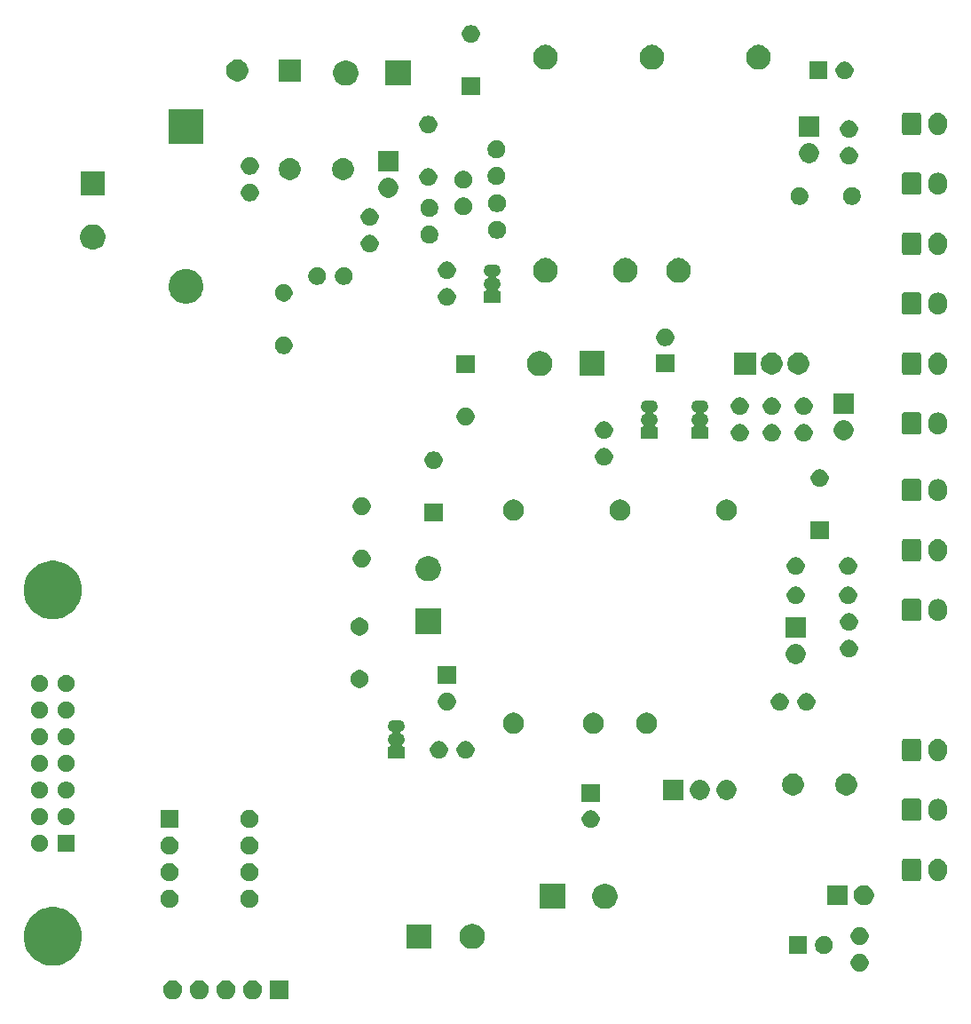
<source format=gbs>
G04 #@! TF.GenerationSoftware,KiCad,Pcbnew,(5.1.5)-3*
G04 #@! TF.CreationDate,2020-02-19T08:51:59-05:00*
G04 #@! TF.ProjectId,psu-pcb,7073752d-7063-4622-9e6b-696361645f70,rev?*
G04 #@! TF.SameCoordinates,Original*
G04 #@! TF.FileFunction,Soldermask,Bot*
G04 #@! TF.FilePolarity,Negative*
%FSLAX46Y46*%
G04 Gerber Fmt 4.6, Leading zero omitted, Abs format (unit mm)*
G04 Created by KiCad (PCBNEW (5.1.5)-3) date 2020-02-19 08:51:59*
%MOMM*%
%LPD*%
G04 APERTURE LIST*
%ADD10C,0.100000*%
G04 APERTURE END LIST*
D10*
G36*
X49161000Y-113931000D02*
G01*
X47359000Y-113931000D01*
X47359000Y-112129000D01*
X49161000Y-112129000D01*
X49161000Y-113931000D01*
G37*
G36*
X45833512Y-112133927D02*
G01*
X45982812Y-112163624D01*
X46146784Y-112231544D01*
X46294354Y-112330147D01*
X46419853Y-112455646D01*
X46518456Y-112603216D01*
X46586376Y-112767188D01*
X46621000Y-112941259D01*
X46621000Y-113118741D01*
X46586376Y-113292812D01*
X46518456Y-113456784D01*
X46419853Y-113604354D01*
X46294354Y-113729853D01*
X46146784Y-113828456D01*
X45982812Y-113896376D01*
X45833512Y-113926073D01*
X45808742Y-113931000D01*
X45631258Y-113931000D01*
X45606488Y-113926073D01*
X45457188Y-113896376D01*
X45293216Y-113828456D01*
X45145646Y-113729853D01*
X45020147Y-113604354D01*
X44921544Y-113456784D01*
X44853624Y-113292812D01*
X44819000Y-113118741D01*
X44819000Y-112941259D01*
X44853624Y-112767188D01*
X44921544Y-112603216D01*
X45020147Y-112455646D01*
X45145646Y-112330147D01*
X45293216Y-112231544D01*
X45457188Y-112163624D01*
X45606488Y-112133927D01*
X45631258Y-112129000D01*
X45808742Y-112129000D01*
X45833512Y-112133927D01*
G37*
G36*
X38213512Y-112133927D02*
G01*
X38362812Y-112163624D01*
X38526784Y-112231544D01*
X38674354Y-112330147D01*
X38799853Y-112455646D01*
X38898456Y-112603216D01*
X38966376Y-112767188D01*
X39001000Y-112941259D01*
X39001000Y-113118741D01*
X38966376Y-113292812D01*
X38898456Y-113456784D01*
X38799853Y-113604354D01*
X38674354Y-113729853D01*
X38526784Y-113828456D01*
X38362812Y-113896376D01*
X38213512Y-113926073D01*
X38188742Y-113931000D01*
X38011258Y-113931000D01*
X37986488Y-113926073D01*
X37837188Y-113896376D01*
X37673216Y-113828456D01*
X37525646Y-113729853D01*
X37400147Y-113604354D01*
X37301544Y-113456784D01*
X37233624Y-113292812D01*
X37199000Y-113118741D01*
X37199000Y-112941259D01*
X37233624Y-112767188D01*
X37301544Y-112603216D01*
X37400147Y-112455646D01*
X37525646Y-112330147D01*
X37673216Y-112231544D01*
X37837188Y-112163624D01*
X37986488Y-112133927D01*
X38011258Y-112129000D01*
X38188742Y-112129000D01*
X38213512Y-112133927D01*
G37*
G36*
X43293512Y-112133927D02*
G01*
X43442812Y-112163624D01*
X43606784Y-112231544D01*
X43754354Y-112330147D01*
X43879853Y-112455646D01*
X43978456Y-112603216D01*
X44046376Y-112767188D01*
X44081000Y-112941259D01*
X44081000Y-113118741D01*
X44046376Y-113292812D01*
X43978456Y-113456784D01*
X43879853Y-113604354D01*
X43754354Y-113729853D01*
X43606784Y-113828456D01*
X43442812Y-113896376D01*
X43293512Y-113926073D01*
X43268742Y-113931000D01*
X43091258Y-113931000D01*
X43066488Y-113926073D01*
X42917188Y-113896376D01*
X42753216Y-113828456D01*
X42605646Y-113729853D01*
X42480147Y-113604354D01*
X42381544Y-113456784D01*
X42313624Y-113292812D01*
X42279000Y-113118741D01*
X42279000Y-112941259D01*
X42313624Y-112767188D01*
X42381544Y-112603216D01*
X42480147Y-112455646D01*
X42605646Y-112330147D01*
X42753216Y-112231544D01*
X42917188Y-112163624D01*
X43066488Y-112133927D01*
X43091258Y-112129000D01*
X43268742Y-112129000D01*
X43293512Y-112133927D01*
G37*
G36*
X40753512Y-112133927D02*
G01*
X40902812Y-112163624D01*
X41066784Y-112231544D01*
X41214354Y-112330147D01*
X41339853Y-112455646D01*
X41438456Y-112603216D01*
X41506376Y-112767188D01*
X41541000Y-112941259D01*
X41541000Y-113118741D01*
X41506376Y-113292812D01*
X41438456Y-113456784D01*
X41339853Y-113604354D01*
X41214354Y-113729853D01*
X41066784Y-113828456D01*
X40902812Y-113896376D01*
X40753512Y-113926073D01*
X40728742Y-113931000D01*
X40551258Y-113931000D01*
X40526488Y-113926073D01*
X40377188Y-113896376D01*
X40213216Y-113828456D01*
X40065646Y-113729853D01*
X39940147Y-113604354D01*
X39841544Y-113456784D01*
X39773624Y-113292812D01*
X39739000Y-113118741D01*
X39739000Y-112941259D01*
X39773624Y-112767188D01*
X39841544Y-112603216D01*
X39940147Y-112455646D01*
X40065646Y-112330147D01*
X40213216Y-112231544D01*
X40377188Y-112163624D01*
X40526488Y-112133927D01*
X40551258Y-112129000D01*
X40728742Y-112129000D01*
X40753512Y-112133927D01*
G37*
G36*
X103880228Y-109646303D02*
G01*
X104035100Y-109710453D01*
X104174481Y-109803585D01*
X104293015Y-109922119D01*
X104386147Y-110061500D01*
X104450297Y-110216372D01*
X104483000Y-110380784D01*
X104483000Y-110548416D01*
X104450297Y-110712828D01*
X104386147Y-110867700D01*
X104293015Y-111007081D01*
X104174481Y-111125615D01*
X104035100Y-111218747D01*
X103880228Y-111282897D01*
X103715816Y-111315600D01*
X103548184Y-111315600D01*
X103383772Y-111282897D01*
X103228900Y-111218747D01*
X103089519Y-111125615D01*
X102970985Y-111007081D01*
X102877853Y-110867700D01*
X102813703Y-110712828D01*
X102781000Y-110548416D01*
X102781000Y-110380784D01*
X102813703Y-110216372D01*
X102877853Y-110061500D01*
X102970985Y-109922119D01*
X103089519Y-109803585D01*
X103228900Y-109710453D01*
X103383772Y-109646303D01*
X103548184Y-109613600D01*
X103715816Y-109613600D01*
X103880228Y-109646303D01*
G37*
G36*
X27121431Y-105204312D02*
G01*
X27481188Y-105275872D01*
X27638420Y-105341000D01*
X27987296Y-105485509D01*
X27987297Y-105485510D01*
X28442784Y-105789856D01*
X28830144Y-106177216D01*
X29033502Y-106481563D01*
X29134491Y-106632704D01*
X29201780Y-106795154D01*
X29344128Y-107138812D01*
X29451000Y-107676095D01*
X29451000Y-108223905D01*
X29353198Y-108715592D01*
X29344128Y-108761187D01*
X29134491Y-109267296D01*
X29134490Y-109267297D01*
X28830144Y-109722784D01*
X28442784Y-110110144D01*
X28283802Y-110216372D01*
X27987296Y-110414491D01*
X27690825Y-110537293D01*
X27481188Y-110624128D01*
X27212546Y-110677564D01*
X26943906Y-110731000D01*
X26396094Y-110731000D01*
X26127454Y-110677564D01*
X25858812Y-110624128D01*
X25649175Y-110537293D01*
X25352704Y-110414491D01*
X25056198Y-110216372D01*
X24897216Y-110110144D01*
X24509856Y-109722784D01*
X24205510Y-109267297D01*
X24205509Y-109267296D01*
X23995872Y-108761187D01*
X23986803Y-108715592D01*
X23889000Y-108223905D01*
X23889000Y-107676095D01*
X23995872Y-107138812D01*
X24138220Y-106795154D01*
X24205509Y-106632704D01*
X24306498Y-106481563D01*
X24509856Y-106177216D01*
X24897216Y-105789856D01*
X25352703Y-105485510D01*
X25352704Y-105485509D01*
X25701580Y-105341000D01*
X25858812Y-105275872D01*
X26218569Y-105204312D01*
X26396094Y-105169000D01*
X26943906Y-105169000D01*
X27121431Y-105204312D01*
G37*
G36*
X98579400Y-109613800D02*
G01*
X96877400Y-109613800D01*
X96877400Y-107911800D01*
X98579400Y-107911800D01*
X98579400Y-109613800D01*
G37*
G36*
X100476628Y-107944503D02*
G01*
X100631500Y-108008653D01*
X100770881Y-108101785D01*
X100889415Y-108220319D01*
X100982547Y-108359700D01*
X101046697Y-108514572D01*
X101079400Y-108678984D01*
X101079400Y-108846616D01*
X101046697Y-109011028D01*
X100982547Y-109165900D01*
X100889415Y-109305281D01*
X100770881Y-109423815D01*
X100631500Y-109516947D01*
X100476628Y-109581097D01*
X100312216Y-109613800D01*
X100144584Y-109613800D01*
X99980172Y-109581097D01*
X99825300Y-109516947D01*
X99685919Y-109423815D01*
X99567385Y-109305281D01*
X99474253Y-109165900D01*
X99410103Y-109011028D01*
X99377400Y-108846616D01*
X99377400Y-108678984D01*
X99410103Y-108514572D01*
X99474253Y-108359700D01*
X99567385Y-108220319D01*
X99685919Y-108101785D01*
X99825300Y-108008653D01*
X99980172Y-107944503D01*
X100144584Y-107911800D01*
X100312216Y-107911800D01*
X100476628Y-107944503D01*
G37*
G36*
X67025318Y-106795153D02*
G01*
X67243885Y-106885687D01*
X67243887Y-106885688D01*
X67440593Y-107017122D01*
X67607878Y-107184407D01*
X67739312Y-107381113D01*
X67739313Y-107381115D01*
X67829847Y-107599682D01*
X67876000Y-107831710D01*
X67876000Y-108068290D01*
X67829847Y-108300318D01*
X67739313Y-108518885D01*
X67739312Y-108518887D01*
X67607878Y-108715593D01*
X67440593Y-108882878D01*
X67243887Y-109014312D01*
X67243886Y-109014313D01*
X67243885Y-109014313D01*
X67025318Y-109104847D01*
X66793290Y-109151000D01*
X66556710Y-109151000D01*
X66324682Y-109104847D01*
X66106115Y-109014313D01*
X66106114Y-109014313D01*
X66106113Y-109014312D01*
X65909407Y-108882878D01*
X65742122Y-108715593D01*
X65610688Y-108518887D01*
X65610687Y-108518885D01*
X65520153Y-108300318D01*
X65474000Y-108068290D01*
X65474000Y-107831710D01*
X65520153Y-107599682D01*
X65610687Y-107381115D01*
X65610688Y-107381113D01*
X65742122Y-107184407D01*
X65909407Y-107017122D01*
X66106113Y-106885688D01*
X66106115Y-106885687D01*
X66324682Y-106795153D01*
X66556710Y-106749000D01*
X66793290Y-106749000D01*
X67025318Y-106795153D01*
G37*
G36*
X62746000Y-109101000D02*
G01*
X60444000Y-109101000D01*
X60444000Y-106799000D01*
X62746000Y-106799000D01*
X62746000Y-109101000D01*
G37*
G36*
X103880228Y-107106303D02*
G01*
X104035100Y-107170453D01*
X104174481Y-107263585D01*
X104293015Y-107382119D01*
X104386147Y-107521500D01*
X104450297Y-107676372D01*
X104483000Y-107840784D01*
X104483000Y-108008416D01*
X104450297Y-108172828D01*
X104386147Y-108327700D01*
X104293015Y-108467081D01*
X104174481Y-108585615D01*
X104035100Y-108678747D01*
X103880228Y-108742897D01*
X103715816Y-108775600D01*
X103548184Y-108775600D01*
X103383772Y-108742897D01*
X103228900Y-108678747D01*
X103089519Y-108585615D01*
X102970985Y-108467081D01*
X102877853Y-108327700D01*
X102813703Y-108172828D01*
X102781000Y-108008416D01*
X102781000Y-107840784D01*
X102813703Y-107676372D01*
X102877853Y-107521500D01*
X102970985Y-107382119D01*
X103089519Y-107263585D01*
X103228900Y-107170453D01*
X103383772Y-107106303D01*
X103548184Y-107073600D01*
X103715816Y-107073600D01*
X103880228Y-107106303D01*
G37*
G36*
X79685318Y-102985153D02*
G01*
X79903885Y-103075687D01*
X79903887Y-103075688D01*
X80100593Y-103207122D01*
X80267878Y-103374407D01*
X80399312Y-103571113D01*
X80399313Y-103571115D01*
X80489847Y-103789682D01*
X80536000Y-104021710D01*
X80536000Y-104258290D01*
X80489847Y-104490318D01*
X80399313Y-104708885D01*
X80399312Y-104708887D01*
X80267878Y-104905593D01*
X80100593Y-105072878D01*
X79903887Y-105204312D01*
X79903886Y-105204313D01*
X79903885Y-105204313D01*
X79685318Y-105294847D01*
X79453290Y-105341000D01*
X79216710Y-105341000D01*
X78984682Y-105294847D01*
X78766115Y-105204313D01*
X78766114Y-105204313D01*
X78766113Y-105204312D01*
X78569407Y-105072878D01*
X78402122Y-104905593D01*
X78270688Y-104708887D01*
X78270687Y-104708885D01*
X78180153Y-104490318D01*
X78134000Y-104258290D01*
X78134000Y-104021710D01*
X78180153Y-103789682D01*
X78270687Y-103571115D01*
X78270688Y-103571113D01*
X78402122Y-103374407D01*
X78569407Y-103207122D01*
X78766113Y-103075688D01*
X78766115Y-103075687D01*
X78984682Y-102985153D01*
X79216710Y-102939000D01*
X79453290Y-102939000D01*
X79685318Y-102985153D01*
G37*
G36*
X75536000Y-105341000D02*
G01*
X73134000Y-105341000D01*
X73134000Y-102939000D01*
X75536000Y-102939000D01*
X75536000Y-105341000D01*
G37*
G36*
X38043428Y-103550303D02*
G01*
X38198300Y-103614453D01*
X38337681Y-103707585D01*
X38456215Y-103826119D01*
X38549347Y-103965500D01*
X38613497Y-104120372D01*
X38646200Y-104284784D01*
X38646200Y-104452416D01*
X38613497Y-104616828D01*
X38549347Y-104771700D01*
X38456215Y-104911081D01*
X38337681Y-105029615D01*
X38198300Y-105122747D01*
X38043428Y-105186897D01*
X37879016Y-105219600D01*
X37711384Y-105219600D01*
X37546972Y-105186897D01*
X37392100Y-105122747D01*
X37252719Y-105029615D01*
X37134185Y-104911081D01*
X37041053Y-104771700D01*
X36976903Y-104616828D01*
X36944200Y-104452416D01*
X36944200Y-104284784D01*
X36976903Y-104120372D01*
X37041053Y-103965500D01*
X37134185Y-103826119D01*
X37252719Y-103707585D01*
X37392100Y-103614453D01*
X37546972Y-103550303D01*
X37711384Y-103517600D01*
X37879016Y-103517600D01*
X38043428Y-103550303D01*
G37*
G36*
X45663428Y-103550303D02*
G01*
X45818300Y-103614453D01*
X45957681Y-103707585D01*
X46076215Y-103826119D01*
X46169347Y-103965500D01*
X46233497Y-104120372D01*
X46266200Y-104284784D01*
X46266200Y-104452416D01*
X46233497Y-104616828D01*
X46169347Y-104771700D01*
X46076215Y-104911081D01*
X45957681Y-105029615D01*
X45818300Y-105122747D01*
X45663428Y-105186897D01*
X45499016Y-105219600D01*
X45331384Y-105219600D01*
X45166972Y-105186897D01*
X45012100Y-105122747D01*
X44872719Y-105029615D01*
X44754185Y-104911081D01*
X44661053Y-104771700D01*
X44596903Y-104616828D01*
X44564200Y-104452416D01*
X44564200Y-104284784D01*
X44596903Y-104120372D01*
X44661053Y-103965500D01*
X44754185Y-103826119D01*
X44872719Y-103707585D01*
X45012100Y-103614453D01*
X45166972Y-103550303D01*
X45331384Y-103517600D01*
X45499016Y-103517600D01*
X45663428Y-103550303D01*
G37*
G36*
X104315795Y-103098546D02*
G01*
X104488866Y-103170234D01*
X104488867Y-103170235D01*
X104644627Y-103274310D01*
X104777090Y-103406773D01*
X104777091Y-103406775D01*
X104881166Y-103562534D01*
X104952854Y-103735605D01*
X104989400Y-103919333D01*
X104989400Y-104106667D01*
X104952854Y-104290395D01*
X104881166Y-104463466D01*
X104881165Y-104463467D01*
X104777090Y-104619227D01*
X104644627Y-104751690D01*
X104566218Y-104804081D01*
X104488866Y-104855766D01*
X104315795Y-104927454D01*
X104132067Y-104964000D01*
X103944733Y-104964000D01*
X103761005Y-104927454D01*
X103587934Y-104855766D01*
X103510582Y-104804081D01*
X103432173Y-104751690D01*
X103299710Y-104619227D01*
X103195635Y-104463467D01*
X103195634Y-104463466D01*
X103123946Y-104290395D01*
X103087400Y-104106667D01*
X103087400Y-103919333D01*
X103123946Y-103735605D01*
X103195634Y-103562534D01*
X103299709Y-103406775D01*
X103299710Y-103406773D01*
X103432173Y-103274310D01*
X103587933Y-103170235D01*
X103587934Y-103170234D01*
X103761005Y-103098546D01*
X103944733Y-103062000D01*
X104132067Y-103062000D01*
X104315795Y-103098546D01*
G37*
G36*
X102449400Y-104964000D02*
G01*
X100547400Y-104964000D01*
X100547400Y-103062000D01*
X102449400Y-103062000D01*
X102449400Y-104964000D01*
G37*
G36*
X45663428Y-101010303D02*
G01*
X45818300Y-101074453D01*
X45957681Y-101167585D01*
X46076215Y-101286119D01*
X46169347Y-101425500D01*
X46233497Y-101580372D01*
X46266200Y-101744784D01*
X46266200Y-101912416D01*
X46233497Y-102076828D01*
X46169347Y-102231700D01*
X46076215Y-102371081D01*
X45957681Y-102489615D01*
X45818300Y-102582747D01*
X45663428Y-102646897D01*
X45499016Y-102679600D01*
X45331384Y-102679600D01*
X45166972Y-102646897D01*
X45012100Y-102582747D01*
X44872719Y-102489615D01*
X44754185Y-102371081D01*
X44661053Y-102231700D01*
X44596903Y-102076828D01*
X44564200Y-101912416D01*
X44564200Y-101744784D01*
X44596903Y-101580372D01*
X44661053Y-101425500D01*
X44754185Y-101286119D01*
X44872719Y-101167585D01*
X45012100Y-101074453D01*
X45166972Y-101010303D01*
X45331384Y-100977600D01*
X45499016Y-100977600D01*
X45663428Y-101010303D01*
G37*
G36*
X38043428Y-101010303D02*
G01*
X38198300Y-101074453D01*
X38337681Y-101167585D01*
X38456215Y-101286119D01*
X38549347Y-101425500D01*
X38613497Y-101580372D01*
X38646200Y-101744784D01*
X38646200Y-101912416D01*
X38613497Y-102076828D01*
X38549347Y-102231700D01*
X38456215Y-102371081D01*
X38337681Y-102489615D01*
X38198300Y-102582747D01*
X38043428Y-102646897D01*
X37879016Y-102679600D01*
X37711384Y-102679600D01*
X37546972Y-102646897D01*
X37392100Y-102582747D01*
X37252719Y-102489615D01*
X37134185Y-102371081D01*
X37041053Y-102231700D01*
X36976903Y-102076828D01*
X36944200Y-101912416D01*
X36944200Y-101744784D01*
X36976903Y-101580372D01*
X37041053Y-101425500D01*
X37134185Y-101286119D01*
X37252719Y-101167585D01*
X37392100Y-101074453D01*
X37546972Y-101010303D01*
X37711384Y-100977600D01*
X37879016Y-100977600D01*
X38043428Y-101010303D01*
G37*
G36*
X111261626Y-100562037D02*
G01*
X111431465Y-100613557D01*
X111431467Y-100613558D01*
X111587989Y-100697221D01*
X111725186Y-100809814D01*
X111808448Y-100911271D01*
X111837778Y-100947009D01*
X111921443Y-101103534D01*
X111972963Y-101273373D01*
X111986000Y-101405742D01*
X111986000Y-101794257D01*
X111972963Y-101926626D01*
X111921443Y-102096466D01*
X111837778Y-102252991D01*
X111808448Y-102288729D01*
X111725186Y-102390186D01*
X111630250Y-102468097D01*
X111587991Y-102502778D01*
X111431466Y-102586443D01*
X111261627Y-102637963D01*
X111085000Y-102655359D01*
X110908374Y-102637963D01*
X110738535Y-102586443D01*
X110582010Y-102502778D01*
X110444815Y-102390185D01*
X110332222Y-102252991D01*
X110248557Y-102096466D01*
X110197037Y-101926627D01*
X110184000Y-101794258D01*
X110184000Y-101405743D01*
X110197037Y-101273374D01*
X110248557Y-101103535D01*
X110332222Y-100947010D01*
X110332223Y-100947009D01*
X110444814Y-100809814D01*
X110546271Y-100726552D01*
X110582009Y-100697222D01*
X110738534Y-100613557D01*
X110908373Y-100562037D01*
X111085000Y-100544641D01*
X111261626Y-100562037D01*
G37*
G36*
X109343600Y-100552989D02*
G01*
X109376652Y-100563015D01*
X109407103Y-100579292D01*
X109433799Y-100601201D01*
X109455708Y-100627897D01*
X109471985Y-100658348D01*
X109482011Y-100691400D01*
X109486000Y-100731903D01*
X109486000Y-102468097D01*
X109482011Y-102508600D01*
X109471985Y-102541652D01*
X109455708Y-102572103D01*
X109433799Y-102598799D01*
X109407103Y-102620708D01*
X109376652Y-102636985D01*
X109343600Y-102647011D01*
X109303097Y-102651000D01*
X107866903Y-102651000D01*
X107826400Y-102647011D01*
X107793348Y-102636985D01*
X107762897Y-102620708D01*
X107736201Y-102598799D01*
X107714292Y-102572103D01*
X107698015Y-102541652D01*
X107687989Y-102508600D01*
X107684000Y-102468097D01*
X107684000Y-100731903D01*
X107687989Y-100691400D01*
X107698015Y-100658348D01*
X107714292Y-100627897D01*
X107736201Y-100601201D01*
X107762897Y-100579292D01*
X107793348Y-100563015D01*
X107826400Y-100552989D01*
X107866903Y-100549000D01*
X109303097Y-100549000D01*
X109343600Y-100552989D01*
G37*
G36*
X45663428Y-98470303D02*
G01*
X45818300Y-98534453D01*
X45957681Y-98627585D01*
X46076215Y-98746119D01*
X46169347Y-98885500D01*
X46233497Y-99040372D01*
X46266200Y-99204784D01*
X46266200Y-99372416D01*
X46233497Y-99536828D01*
X46169347Y-99691700D01*
X46076215Y-99831081D01*
X45957681Y-99949615D01*
X45818300Y-100042747D01*
X45663428Y-100106897D01*
X45499016Y-100139600D01*
X45331384Y-100139600D01*
X45166972Y-100106897D01*
X45012100Y-100042747D01*
X44872719Y-99949615D01*
X44754185Y-99831081D01*
X44661053Y-99691700D01*
X44596903Y-99536828D01*
X44564200Y-99372416D01*
X44564200Y-99204784D01*
X44596903Y-99040372D01*
X44661053Y-98885500D01*
X44754185Y-98746119D01*
X44872719Y-98627585D01*
X45012100Y-98534453D01*
X45166972Y-98470303D01*
X45331384Y-98437600D01*
X45499016Y-98437600D01*
X45663428Y-98470303D01*
G37*
G36*
X38043428Y-98470303D02*
G01*
X38198300Y-98534453D01*
X38337681Y-98627585D01*
X38456215Y-98746119D01*
X38549347Y-98885500D01*
X38613497Y-99040372D01*
X38646200Y-99204784D01*
X38646200Y-99372416D01*
X38613497Y-99536828D01*
X38549347Y-99691700D01*
X38456215Y-99831081D01*
X38337681Y-99949615D01*
X38198300Y-100042747D01*
X38043428Y-100106897D01*
X37879016Y-100139600D01*
X37711384Y-100139600D01*
X37546972Y-100106897D01*
X37392100Y-100042747D01*
X37252719Y-99949615D01*
X37134185Y-99831081D01*
X37041053Y-99691700D01*
X36976903Y-99536828D01*
X36944200Y-99372416D01*
X36944200Y-99204784D01*
X36976903Y-99040372D01*
X37041053Y-98885500D01*
X37134185Y-98746119D01*
X37252719Y-98627585D01*
X37392100Y-98534453D01*
X37546972Y-98470303D01*
X37711384Y-98437600D01*
X37879016Y-98437600D01*
X38043428Y-98470303D01*
G37*
G36*
X28751000Y-99871000D02*
G01*
X27129000Y-99871000D01*
X27129000Y-98249000D01*
X28751000Y-98249000D01*
X28751000Y-99871000D01*
G37*
G36*
X25636560Y-98280166D02*
G01*
X25784153Y-98341301D01*
X25916982Y-98430055D01*
X26029945Y-98543018D01*
X26118700Y-98675849D01*
X26179834Y-98823440D01*
X26211000Y-98980122D01*
X26211000Y-99139878D01*
X26179834Y-99296560D01*
X26148414Y-99372416D01*
X26118699Y-99444153D01*
X26029945Y-99576982D01*
X25916982Y-99689945D01*
X25784153Y-99778699D01*
X25784152Y-99778700D01*
X25784151Y-99778700D01*
X25636560Y-99839834D01*
X25479878Y-99871000D01*
X25320122Y-99871000D01*
X25163440Y-99839834D01*
X25015849Y-99778700D01*
X25015848Y-99778700D01*
X25015847Y-99778699D01*
X24883018Y-99689945D01*
X24770055Y-99576982D01*
X24681301Y-99444153D01*
X24651587Y-99372416D01*
X24620166Y-99296560D01*
X24589000Y-99139878D01*
X24589000Y-98980122D01*
X24620166Y-98823440D01*
X24681300Y-98675849D01*
X24770055Y-98543018D01*
X24883018Y-98430055D01*
X25015847Y-98341301D01*
X25163440Y-98280166D01*
X25320122Y-98249000D01*
X25479878Y-98249000D01*
X25636560Y-98280166D01*
G37*
G36*
X78226228Y-95955703D02*
G01*
X78381100Y-96019853D01*
X78520481Y-96112985D01*
X78639015Y-96231519D01*
X78732147Y-96370900D01*
X78796297Y-96525772D01*
X78829000Y-96690184D01*
X78829000Y-96857816D01*
X78796297Y-97022228D01*
X78732147Y-97177100D01*
X78639015Y-97316481D01*
X78520481Y-97435015D01*
X78381100Y-97528147D01*
X78226228Y-97592297D01*
X78061816Y-97625000D01*
X77894184Y-97625000D01*
X77729772Y-97592297D01*
X77574900Y-97528147D01*
X77435519Y-97435015D01*
X77316985Y-97316481D01*
X77223853Y-97177100D01*
X77159703Y-97022228D01*
X77127000Y-96857816D01*
X77127000Y-96690184D01*
X77159703Y-96525772D01*
X77223853Y-96370900D01*
X77316985Y-96231519D01*
X77435519Y-96112985D01*
X77574900Y-96019853D01*
X77729772Y-95955703D01*
X77894184Y-95923000D01*
X78061816Y-95923000D01*
X78226228Y-95955703D01*
G37*
G36*
X45663428Y-95930303D02*
G01*
X45818300Y-95994453D01*
X45957681Y-96087585D01*
X46076215Y-96206119D01*
X46169347Y-96345500D01*
X46233497Y-96500372D01*
X46266200Y-96664784D01*
X46266200Y-96832416D01*
X46233497Y-96996828D01*
X46169347Y-97151700D01*
X46076215Y-97291081D01*
X45957681Y-97409615D01*
X45818300Y-97502747D01*
X45663428Y-97566897D01*
X45499016Y-97599600D01*
X45331384Y-97599600D01*
X45166972Y-97566897D01*
X45012100Y-97502747D01*
X44872719Y-97409615D01*
X44754185Y-97291081D01*
X44661053Y-97151700D01*
X44596903Y-96996828D01*
X44564200Y-96832416D01*
X44564200Y-96664784D01*
X44596903Y-96500372D01*
X44661053Y-96345500D01*
X44754185Y-96206119D01*
X44872719Y-96087585D01*
X45012100Y-95994453D01*
X45166972Y-95930303D01*
X45331384Y-95897600D01*
X45499016Y-95897600D01*
X45663428Y-95930303D01*
G37*
G36*
X38646200Y-97599600D02*
G01*
X36944200Y-97599600D01*
X36944200Y-95897600D01*
X38646200Y-95897600D01*
X38646200Y-97599600D01*
G37*
G36*
X28176560Y-95740166D02*
G01*
X28324153Y-95801301D01*
X28456982Y-95890055D01*
X28569945Y-96003018D01*
X28620889Y-96079260D01*
X28658700Y-96135849D01*
X28719834Y-96283440D01*
X28751000Y-96440122D01*
X28751000Y-96599878D01*
X28719834Y-96756560D01*
X28677893Y-96857816D01*
X28658699Y-96904153D01*
X28569945Y-97036982D01*
X28456982Y-97149945D01*
X28324153Y-97238699D01*
X28324152Y-97238700D01*
X28324151Y-97238700D01*
X28176560Y-97299834D01*
X28019878Y-97331000D01*
X27860122Y-97331000D01*
X27703440Y-97299834D01*
X27555849Y-97238700D01*
X27555848Y-97238700D01*
X27555847Y-97238699D01*
X27423018Y-97149945D01*
X27310055Y-97036982D01*
X27221301Y-96904153D01*
X27202108Y-96857816D01*
X27160166Y-96756560D01*
X27129000Y-96599878D01*
X27129000Y-96440122D01*
X27160166Y-96283440D01*
X27221300Y-96135849D01*
X27259112Y-96079260D01*
X27310055Y-96003018D01*
X27423018Y-95890055D01*
X27555847Y-95801301D01*
X27703440Y-95740166D01*
X27860122Y-95709000D01*
X28019878Y-95709000D01*
X28176560Y-95740166D01*
G37*
G36*
X25636560Y-95740166D02*
G01*
X25784153Y-95801301D01*
X25916982Y-95890055D01*
X26029945Y-96003018D01*
X26080889Y-96079260D01*
X26118700Y-96135849D01*
X26179834Y-96283440D01*
X26211000Y-96440122D01*
X26211000Y-96599878D01*
X26179834Y-96756560D01*
X26137893Y-96857816D01*
X26118699Y-96904153D01*
X26029945Y-97036982D01*
X25916982Y-97149945D01*
X25784153Y-97238699D01*
X25784152Y-97238700D01*
X25784151Y-97238700D01*
X25636560Y-97299834D01*
X25479878Y-97331000D01*
X25320122Y-97331000D01*
X25163440Y-97299834D01*
X25015849Y-97238700D01*
X25015848Y-97238700D01*
X25015847Y-97238699D01*
X24883018Y-97149945D01*
X24770055Y-97036982D01*
X24681301Y-96904153D01*
X24662108Y-96857816D01*
X24620166Y-96756560D01*
X24589000Y-96599878D01*
X24589000Y-96440122D01*
X24620166Y-96283440D01*
X24681300Y-96135849D01*
X24719112Y-96079260D01*
X24770055Y-96003018D01*
X24883018Y-95890055D01*
X25015847Y-95801301D01*
X25163440Y-95740166D01*
X25320122Y-95709000D01*
X25479878Y-95709000D01*
X25636560Y-95740166D01*
G37*
G36*
X111261626Y-94847037D02*
G01*
X111431465Y-94898557D01*
X111431467Y-94898558D01*
X111587989Y-94982221D01*
X111725186Y-95094814D01*
X111808448Y-95196271D01*
X111837778Y-95232009D01*
X111921443Y-95388534D01*
X111972963Y-95558373D01*
X111986000Y-95690742D01*
X111986000Y-96079257D01*
X111972963Y-96211626D01*
X111921443Y-96381466D01*
X111837778Y-96537991D01*
X111808448Y-96573729D01*
X111725186Y-96675186D01*
X111630250Y-96753097D01*
X111587991Y-96787778D01*
X111431466Y-96871443D01*
X111261627Y-96922963D01*
X111085000Y-96940359D01*
X110908374Y-96922963D01*
X110738535Y-96871443D01*
X110582010Y-96787778D01*
X110444815Y-96675185D01*
X110332222Y-96537991D01*
X110248557Y-96381466D01*
X110197037Y-96211627D01*
X110184000Y-96079258D01*
X110184000Y-95690743D01*
X110197037Y-95558374D01*
X110248557Y-95388535D01*
X110332222Y-95232010D01*
X110332223Y-95232009D01*
X110444814Y-95094814D01*
X110546271Y-95011552D01*
X110582009Y-94982222D01*
X110738534Y-94898557D01*
X110908373Y-94847037D01*
X111085000Y-94829641D01*
X111261626Y-94847037D01*
G37*
G36*
X109343600Y-94837989D02*
G01*
X109376652Y-94848015D01*
X109407103Y-94864292D01*
X109433799Y-94886201D01*
X109455708Y-94912897D01*
X109471985Y-94943348D01*
X109482011Y-94976400D01*
X109486000Y-95016903D01*
X109486000Y-96753097D01*
X109482011Y-96793600D01*
X109471985Y-96826652D01*
X109455708Y-96857103D01*
X109433799Y-96883799D01*
X109407103Y-96905708D01*
X109376652Y-96921985D01*
X109343600Y-96932011D01*
X109303097Y-96936000D01*
X107866903Y-96936000D01*
X107826400Y-96932011D01*
X107793348Y-96921985D01*
X107762897Y-96905708D01*
X107736201Y-96883799D01*
X107714292Y-96857103D01*
X107698015Y-96826652D01*
X107687989Y-96793600D01*
X107684000Y-96753097D01*
X107684000Y-95016903D01*
X107687989Y-94976400D01*
X107698015Y-94943348D01*
X107714292Y-94912897D01*
X107736201Y-94886201D01*
X107762897Y-94864292D01*
X107793348Y-94848015D01*
X107826400Y-94837989D01*
X107866903Y-94834000D01*
X109303097Y-94834000D01*
X109343600Y-94837989D01*
G37*
G36*
X78829000Y-95125000D02*
G01*
X77127000Y-95125000D01*
X77127000Y-93423000D01*
X78829000Y-93423000D01*
X78829000Y-95125000D01*
G37*
G36*
X88669395Y-93065546D02*
G01*
X88842466Y-93137234D01*
X88884673Y-93165436D01*
X88998227Y-93241310D01*
X89130690Y-93373773D01*
X89130691Y-93373775D01*
X89234766Y-93529534D01*
X89306454Y-93702605D01*
X89343000Y-93886333D01*
X89343000Y-94073667D01*
X89306454Y-94257395D01*
X89234766Y-94430466D01*
X89234765Y-94430467D01*
X89130690Y-94586227D01*
X88998227Y-94718690D01*
X88936650Y-94759834D01*
X88842466Y-94822766D01*
X88669395Y-94894454D01*
X88485667Y-94931000D01*
X88298333Y-94931000D01*
X88114605Y-94894454D01*
X87941534Y-94822766D01*
X87847350Y-94759834D01*
X87785773Y-94718690D01*
X87653310Y-94586227D01*
X87549235Y-94430467D01*
X87549234Y-94430466D01*
X87477546Y-94257395D01*
X87441000Y-94073667D01*
X87441000Y-93886333D01*
X87477546Y-93702605D01*
X87549234Y-93529534D01*
X87653309Y-93373775D01*
X87653310Y-93373773D01*
X87785773Y-93241310D01*
X87899327Y-93165436D01*
X87941534Y-93137234D01*
X88114605Y-93065546D01*
X88298333Y-93029000D01*
X88485667Y-93029000D01*
X88669395Y-93065546D01*
G37*
G36*
X91209395Y-93065546D02*
G01*
X91382466Y-93137234D01*
X91424673Y-93165436D01*
X91538227Y-93241310D01*
X91670690Y-93373773D01*
X91670691Y-93373775D01*
X91774766Y-93529534D01*
X91846454Y-93702605D01*
X91883000Y-93886333D01*
X91883000Y-94073667D01*
X91846454Y-94257395D01*
X91774766Y-94430466D01*
X91774765Y-94430467D01*
X91670690Y-94586227D01*
X91538227Y-94718690D01*
X91476650Y-94759834D01*
X91382466Y-94822766D01*
X91209395Y-94894454D01*
X91025667Y-94931000D01*
X90838333Y-94931000D01*
X90654605Y-94894454D01*
X90481534Y-94822766D01*
X90387350Y-94759834D01*
X90325773Y-94718690D01*
X90193310Y-94586227D01*
X90089235Y-94430467D01*
X90089234Y-94430466D01*
X90017546Y-94257395D01*
X89981000Y-94073667D01*
X89981000Y-93886333D01*
X90017546Y-93702605D01*
X90089234Y-93529534D01*
X90193309Y-93373775D01*
X90193310Y-93373773D01*
X90325773Y-93241310D01*
X90439327Y-93165436D01*
X90481534Y-93137234D01*
X90654605Y-93065546D01*
X90838333Y-93029000D01*
X91025667Y-93029000D01*
X91209395Y-93065546D01*
G37*
G36*
X86803000Y-94931000D02*
G01*
X84901000Y-94931000D01*
X84901000Y-93029000D01*
X86803000Y-93029000D01*
X86803000Y-94931000D01*
G37*
G36*
X28176560Y-93200166D02*
G01*
X28275891Y-93241310D01*
X28324153Y-93261301D01*
X28456982Y-93350055D01*
X28569945Y-93463018D01*
X28658700Y-93595849D01*
X28719834Y-93743440D01*
X28751000Y-93900122D01*
X28751000Y-94059878D01*
X28748257Y-94073667D01*
X28719834Y-94216560D01*
X28658699Y-94364153D01*
X28569945Y-94496982D01*
X28456982Y-94609945D01*
X28324153Y-94698699D01*
X28324152Y-94698700D01*
X28324151Y-94698700D01*
X28176560Y-94759834D01*
X28019878Y-94791000D01*
X27860122Y-94791000D01*
X27703440Y-94759834D01*
X27555849Y-94698700D01*
X27555848Y-94698700D01*
X27555847Y-94698699D01*
X27423018Y-94609945D01*
X27310055Y-94496982D01*
X27221301Y-94364153D01*
X27160166Y-94216560D01*
X27131743Y-94073667D01*
X27129000Y-94059878D01*
X27129000Y-93900122D01*
X27160166Y-93743440D01*
X27221300Y-93595849D01*
X27310055Y-93463018D01*
X27423018Y-93350055D01*
X27555847Y-93261301D01*
X27604110Y-93241310D01*
X27703440Y-93200166D01*
X27860122Y-93169000D01*
X28019878Y-93169000D01*
X28176560Y-93200166D01*
G37*
G36*
X25636560Y-93200166D02*
G01*
X25735891Y-93241310D01*
X25784153Y-93261301D01*
X25916982Y-93350055D01*
X26029945Y-93463018D01*
X26118700Y-93595849D01*
X26179834Y-93743440D01*
X26211000Y-93900122D01*
X26211000Y-94059878D01*
X26208257Y-94073667D01*
X26179834Y-94216560D01*
X26118699Y-94364153D01*
X26029945Y-94496982D01*
X25916982Y-94609945D01*
X25784153Y-94698699D01*
X25784152Y-94698700D01*
X25784151Y-94698700D01*
X25636560Y-94759834D01*
X25479878Y-94791000D01*
X25320122Y-94791000D01*
X25163440Y-94759834D01*
X25015849Y-94698700D01*
X25015848Y-94698700D01*
X25015847Y-94698699D01*
X24883018Y-94609945D01*
X24770055Y-94496982D01*
X24681301Y-94364153D01*
X24620166Y-94216560D01*
X24591743Y-94073667D01*
X24589000Y-94059878D01*
X24589000Y-93900122D01*
X24620166Y-93743440D01*
X24681300Y-93595849D01*
X24770055Y-93463018D01*
X24883018Y-93350055D01*
X25015847Y-93261301D01*
X25064110Y-93241310D01*
X25163440Y-93200166D01*
X25320122Y-93169000D01*
X25479878Y-93169000D01*
X25636560Y-93200166D01*
G37*
G36*
X97588564Y-92461389D02*
G01*
X97779833Y-92540615D01*
X97779835Y-92540616D01*
X97951973Y-92655635D01*
X98098365Y-92802027D01*
X98213385Y-92974167D01*
X98292611Y-93165436D01*
X98333000Y-93368484D01*
X98333000Y-93575516D01*
X98292611Y-93778564D01*
X98213385Y-93969833D01*
X98213384Y-93969835D01*
X98098365Y-94141973D01*
X97951973Y-94288365D01*
X97779835Y-94403384D01*
X97779834Y-94403385D01*
X97779833Y-94403385D01*
X97588564Y-94482611D01*
X97385516Y-94523000D01*
X97178484Y-94523000D01*
X96975436Y-94482611D01*
X96784167Y-94403385D01*
X96784166Y-94403385D01*
X96784165Y-94403384D01*
X96612027Y-94288365D01*
X96465635Y-94141973D01*
X96350616Y-93969835D01*
X96350615Y-93969833D01*
X96271389Y-93778564D01*
X96231000Y-93575516D01*
X96231000Y-93368484D01*
X96271389Y-93165436D01*
X96350615Y-92974167D01*
X96465635Y-92802027D01*
X96612027Y-92655635D01*
X96784165Y-92540616D01*
X96784167Y-92540615D01*
X96975436Y-92461389D01*
X97178484Y-92421000D01*
X97385516Y-92421000D01*
X97588564Y-92461389D01*
G37*
G36*
X102668564Y-92461389D02*
G01*
X102859833Y-92540615D01*
X102859835Y-92540616D01*
X103031973Y-92655635D01*
X103178365Y-92802027D01*
X103293385Y-92974167D01*
X103372611Y-93165436D01*
X103413000Y-93368484D01*
X103413000Y-93575516D01*
X103372611Y-93778564D01*
X103293385Y-93969833D01*
X103293384Y-93969835D01*
X103178365Y-94141973D01*
X103031973Y-94288365D01*
X102859835Y-94403384D01*
X102859834Y-94403385D01*
X102859833Y-94403385D01*
X102668564Y-94482611D01*
X102465516Y-94523000D01*
X102258484Y-94523000D01*
X102055436Y-94482611D01*
X101864167Y-94403385D01*
X101864166Y-94403385D01*
X101864165Y-94403384D01*
X101692027Y-94288365D01*
X101545635Y-94141973D01*
X101430616Y-93969835D01*
X101430615Y-93969833D01*
X101351389Y-93778564D01*
X101311000Y-93575516D01*
X101311000Y-93368484D01*
X101351389Y-93165436D01*
X101430615Y-92974167D01*
X101545635Y-92802027D01*
X101692027Y-92655635D01*
X101864165Y-92540616D01*
X101864167Y-92540615D01*
X102055436Y-92461389D01*
X102258484Y-92421000D01*
X102465516Y-92421000D01*
X102668564Y-92461389D01*
G37*
G36*
X28176560Y-90660166D02*
G01*
X28302858Y-90712480D01*
X28324153Y-90721301D01*
X28456982Y-90810055D01*
X28569945Y-90923018D01*
X28646839Y-91038097D01*
X28658700Y-91055849D01*
X28668124Y-91078600D01*
X28719834Y-91203440D01*
X28751000Y-91360123D01*
X28751000Y-91519877D01*
X28719834Y-91676560D01*
X28658699Y-91824153D01*
X28569945Y-91956982D01*
X28456982Y-92069945D01*
X28324153Y-92158699D01*
X28324152Y-92158700D01*
X28324151Y-92158700D01*
X28176560Y-92219834D01*
X28019878Y-92251000D01*
X27860122Y-92251000D01*
X27703440Y-92219834D01*
X27555849Y-92158700D01*
X27555848Y-92158700D01*
X27555847Y-92158699D01*
X27423018Y-92069945D01*
X27310055Y-91956982D01*
X27221301Y-91824153D01*
X27160166Y-91676560D01*
X27129000Y-91519877D01*
X27129000Y-91360123D01*
X27160166Y-91203440D01*
X27211876Y-91078600D01*
X27221300Y-91055849D01*
X27233162Y-91038097D01*
X27310055Y-90923018D01*
X27423018Y-90810055D01*
X27555847Y-90721301D01*
X27577143Y-90712480D01*
X27703440Y-90660166D01*
X27860122Y-90629000D01*
X28019878Y-90629000D01*
X28176560Y-90660166D01*
G37*
G36*
X25636560Y-90660166D02*
G01*
X25762858Y-90712480D01*
X25784153Y-90721301D01*
X25916982Y-90810055D01*
X26029945Y-90923018D01*
X26106839Y-91038097D01*
X26118700Y-91055849D01*
X26128124Y-91078600D01*
X26179834Y-91203440D01*
X26211000Y-91360123D01*
X26211000Y-91519877D01*
X26179834Y-91676560D01*
X26118699Y-91824153D01*
X26029945Y-91956982D01*
X25916982Y-92069945D01*
X25784153Y-92158699D01*
X25784152Y-92158700D01*
X25784151Y-92158700D01*
X25636560Y-92219834D01*
X25479878Y-92251000D01*
X25320122Y-92251000D01*
X25163440Y-92219834D01*
X25015849Y-92158700D01*
X25015848Y-92158700D01*
X25015847Y-92158699D01*
X24883018Y-92069945D01*
X24770055Y-91956982D01*
X24681301Y-91824153D01*
X24620166Y-91676560D01*
X24589000Y-91519877D01*
X24589000Y-91360123D01*
X24620166Y-91203440D01*
X24671876Y-91078600D01*
X24681300Y-91055849D01*
X24693162Y-91038097D01*
X24770055Y-90923018D01*
X24883018Y-90810055D01*
X25015847Y-90721301D01*
X25037143Y-90712480D01*
X25163440Y-90660166D01*
X25320122Y-90629000D01*
X25479878Y-90629000D01*
X25636560Y-90660166D01*
G37*
G36*
X111261626Y-89132037D02*
G01*
X111431465Y-89183557D01*
X111431467Y-89183558D01*
X111587989Y-89267221D01*
X111725186Y-89379814D01*
X111803757Y-89475555D01*
X111837778Y-89517009D01*
X111921443Y-89673534D01*
X111972963Y-89843373D01*
X111986000Y-89975742D01*
X111986000Y-90364257D01*
X111972963Y-90496626D01*
X111921443Y-90666466D01*
X111837778Y-90822991D01*
X111808448Y-90858729D01*
X111725186Y-90960186D01*
X111630250Y-91038097D01*
X111587991Y-91072778D01*
X111431466Y-91156443D01*
X111261627Y-91207963D01*
X111085000Y-91225359D01*
X110908374Y-91207963D01*
X110738535Y-91156443D01*
X110582010Y-91072778D01*
X110444815Y-90960185D01*
X110332222Y-90822991D01*
X110248557Y-90666466D01*
X110197037Y-90496627D01*
X110184000Y-90364258D01*
X110184000Y-89975743D01*
X110197037Y-89843374D01*
X110248557Y-89673535D01*
X110253612Y-89664077D01*
X110332221Y-89517011D01*
X110444814Y-89379814D01*
X110561381Y-89284151D01*
X110582009Y-89267222D01*
X110738534Y-89183557D01*
X110908373Y-89132037D01*
X111085000Y-89114641D01*
X111261626Y-89132037D01*
G37*
G36*
X109343600Y-89122989D02*
G01*
X109376652Y-89133015D01*
X109407103Y-89149292D01*
X109433799Y-89171201D01*
X109455708Y-89197897D01*
X109471985Y-89228348D01*
X109482011Y-89261400D01*
X109486000Y-89301903D01*
X109486000Y-91038097D01*
X109482011Y-91078600D01*
X109471985Y-91111652D01*
X109455708Y-91142103D01*
X109433799Y-91168799D01*
X109407103Y-91190708D01*
X109376652Y-91206985D01*
X109343600Y-91217011D01*
X109303097Y-91221000D01*
X107866903Y-91221000D01*
X107826400Y-91217011D01*
X107793348Y-91206985D01*
X107762897Y-91190708D01*
X107736201Y-91168799D01*
X107714292Y-91142103D01*
X107698015Y-91111652D01*
X107687989Y-91078600D01*
X107684000Y-91038097D01*
X107684000Y-89301903D01*
X107687989Y-89261400D01*
X107698015Y-89228348D01*
X107714292Y-89197897D01*
X107736201Y-89171201D01*
X107762897Y-89149292D01*
X107793348Y-89133015D01*
X107826400Y-89122989D01*
X107866903Y-89119000D01*
X109303097Y-89119000D01*
X109343600Y-89122989D01*
G37*
G36*
X63748228Y-89351703D02*
G01*
X63903100Y-89415853D01*
X64042481Y-89508985D01*
X64161015Y-89627519D01*
X64254147Y-89766900D01*
X64318297Y-89921772D01*
X64351000Y-90086184D01*
X64351000Y-90253816D01*
X64318297Y-90418228D01*
X64254147Y-90573100D01*
X64161015Y-90712481D01*
X64042481Y-90831015D01*
X63903100Y-90924147D01*
X63748228Y-90988297D01*
X63583816Y-91021000D01*
X63416184Y-91021000D01*
X63251772Y-90988297D01*
X63096900Y-90924147D01*
X62957519Y-90831015D01*
X62838985Y-90712481D01*
X62745853Y-90573100D01*
X62681703Y-90418228D01*
X62649000Y-90253816D01*
X62649000Y-90086184D01*
X62681703Y-89921772D01*
X62745853Y-89766900D01*
X62838985Y-89627519D01*
X62957519Y-89508985D01*
X63096900Y-89415853D01*
X63251772Y-89351703D01*
X63416184Y-89319000D01*
X63583816Y-89319000D01*
X63748228Y-89351703D01*
G37*
G36*
X66288228Y-89351703D02*
G01*
X66443100Y-89415853D01*
X66582481Y-89508985D01*
X66701015Y-89627519D01*
X66794147Y-89766900D01*
X66858297Y-89921772D01*
X66891000Y-90086184D01*
X66891000Y-90253816D01*
X66858297Y-90418228D01*
X66794147Y-90573100D01*
X66701015Y-90712481D01*
X66582481Y-90831015D01*
X66443100Y-90924147D01*
X66288228Y-90988297D01*
X66123816Y-91021000D01*
X65956184Y-91021000D01*
X65791772Y-90988297D01*
X65636900Y-90924147D01*
X65497519Y-90831015D01*
X65378985Y-90712481D01*
X65285853Y-90573100D01*
X65221703Y-90418228D01*
X65189000Y-90253816D01*
X65189000Y-90086184D01*
X65221703Y-89921772D01*
X65285853Y-89766900D01*
X65378985Y-89627519D01*
X65497519Y-89508985D01*
X65636900Y-89415853D01*
X65791772Y-89351703D01*
X65956184Y-89319000D01*
X66123816Y-89319000D01*
X66288228Y-89351703D01*
G37*
G36*
X59773916Y-87316334D02*
G01*
X59882492Y-87349271D01*
X59882495Y-87349272D01*
X59918601Y-87368571D01*
X59982557Y-87402756D01*
X60070264Y-87474736D01*
X60142244Y-87562443D01*
X60176429Y-87626399D01*
X60195728Y-87662505D01*
X60195729Y-87662508D01*
X60228666Y-87771084D01*
X60239787Y-87884000D01*
X60228666Y-87996916D01*
X60200732Y-88089000D01*
X60195728Y-88105495D01*
X60187886Y-88120166D01*
X60142244Y-88205557D01*
X60070264Y-88293264D01*
X59982557Y-88365244D01*
X59903450Y-88407527D01*
X59901141Y-88408761D01*
X59880766Y-88422375D01*
X59863439Y-88439702D01*
X59849826Y-88460076D01*
X59840448Y-88482715D01*
X59835668Y-88506748D01*
X59835668Y-88531252D01*
X59840448Y-88555285D01*
X59849826Y-88577924D01*
X59863440Y-88598299D01*
X59880767Y-88615626D01*
X59901141Y-88629239D01*
X59982557Y-88672756D01*
X60070264Y-88744736D01*
X60142244Y-88832443D01*
X60176429Y-88896399D01*
X60195728Y-88932505D01*
X60195729Y-88932508D01*
X60228666Y-89041084D01*
X60239787Y-89154000D01*
X60228666Y-89266916D01*
X60195729Y-89375492D01*
X60195728Y-89375495D01*
X60176429Y-89411601D01*
X60142244Y-89475557D01*
X60070264Y-89563264D01*
X59993354Y-89626383D01*
X59976035Y-89643702D01*
X59962421Y-89664077D01*
X59953043Y-89686716D01*
X59948263Y-89710749D01*
X59948263Y-89735253D01*
X59953043Y-89759286D01*
X59962421Y-89781925D01*
X59976034Y-89802299D01*
X59993361Y-89819626D01*
X60013736Y-89833240D01*
X60036375Y-89842618D01*
X60060408Y-89847398D01*
X60072660Y-89848000D01*
X60237000Y-89848000D01*
X60237000Y-91000000D01*
X58635000Y-91000000D01*
X58635000Y-89848000D01*
X58799340Y-89848000D01*
X58823726Y-89845598D01*
X58847175Y-89838485D01*
X58868786Y-89826934D01*
X58887728Y-89811389D01*
X58903273Y-89792447D01*
X58914824Y-89770836D01*
X58921937Y-89747387D01*
X58924339Y-89723001D01*
X58921937Y-89698615D01*
X58914824Y-89675166D01*
X58903273Y-89653555D01*
X58887728Y-89634613D01*
X58878655Y-89626391D01*
X58801736Y-89563264D01*
X58729756Y-89475557D01*
X58695571Y-89411601D01*
X58676272Y-89375495D01*
X58676271Y-89375492D01*
X58643334Y-89266916D01*
X58632213Y-89154000D01*
X58643334Y-89041084D01*
X58676271Y-88932508D01*
X58676272Y-88932505D01*
X58695571Y-88896399D01*
X58729756Y-88832443D01*
X58801736Y-88744736D01*
X58889443Y-88672756D01*
X58970859Y-88629239D01*
X58991234Y-88615625D01*
X59008561Y-88598298D01*
X59022174Y-88577924D01*
X59031552Y-88555285D01*
X59036332Y-88531252D01*
X59036332Y-88506748D01*
X59031552Y-88482715D01*
X59022174Y-88460076D01*
X59008560Y-88439701D01*
X58991233Y-88422374D01*
X58970859Y-88408761D01*
X58968550Y-88407527D01*
X58889443Y-88365244D01*
X58801736Y-88293264D01*
X58729756Y-88205557D01*
X58684114Y-88120166D01*
X58676272Y-88105495D01*
X58671268Y-88089000D01*
X58643334Y-87996916D01*
X58632213Y-87884000D01*
X58643334Y-87771084D01*
X58676271Y-87662508D01*
X58676272Y-87662505D01*
X58695571Y-87626399D01*
X58729756Y-87562443D01*
X58801736Y-87474736D01*
X58889443Y-87402756D01*
X58953399Y-87368571D01*
X58989505Y-87349272D01*
X58989508Y-87349271D01*
X59098084Y-87316334D01*
X59182702Y-87308000D01*
X59689298Y-87308000D01*
X59773916Y-87316334D01*
G37*
G36*
X25636560Y-88120166D02*
G01*
X25784153Y-88181301D01*
X25916982Y-88270055D01*
X26029945Y-88383018D01*
X26067820Y-88439701D01*
X26118700Y-88515849D01*
X26179834Y-88663440D01*
X26211000Y-88820122D01*
X26211000Y-88979878D01*
X26179834Y-89136560D01*
X26125713Y-89267221D01*
X26118699Y-89284153D01*
X26029945Y-89416982D01*
X25916982Y-89529945D01*
X25784153Y-89618699D01*
X25784152Y-89618700D01*
X25784151Y-89618700D01*
X25636560Y-89679834D01*
X25479878Y-89711000D01*
X25320122Y-89711000D01*
X25163440Y-89679834D01*
X25015849Y-89618700D01*
X25015848Y-89618700D01*
X25015847Y-89618699D01*
X24883018Y-89529945D01*
X24770055Y-89416982D01*
X24681301Y-89284153D01*
X24674288Y-89267221D01*
X24620166Y-89136560D01*
X24589000Y-88979878D01*
X24589000Y-88820122D01*
X24620166Y-88663440D01*
X24681300Y-88515849D01*
X24732181Y-88439701D01*
X24770055Y-88383018D01*
X24883018Y-88270055D01*
X25015847Y-88181301D01*
X25163440Y-88120166D01*
X25320122Y-88089000D01*
X25479878Y-88089000D01*
X25636560Y-88120166D01*
G37*
G36*
X28176560Y-88120166D02*
G01*
X28324153Y-88181301D01*
X28456982Y-88270055D01*
X28569945Y-88383018D01*
X28607820Y-88439701D01*
X28658700Y-88515849D01*
X28719834Y-88663440D01*
X28751000Y-88820122D01*
X28751000Y-88979878D01*
X28719834Y-89136560D01*
X28665713Y-89267221D01*
X28658699Y-89284153D01*
X28569945Y-89416982D01*
X28456982Y-89529945D01*
X28324153Y-89618699D01*
X28324152Y-89618700D01*
X28324151Y-89618700D01*
X28176560Y-89679834D01*
X28019878Y-89711000D01*
X27860122Y-89711000D01*
X27703440Y-89679834D01*
X27555849Y-89618700D01*
X27555848Y-89618700D01*
X27555847Y-89618699D01*
X27423018Y-89529945D01*
X27310055Y-89416982D01*
X27221301Y-89284153D01*
X27214288Y-89267221D01*
X27160166Y-89136560D01*
X27129000Y-88979878D01*
X27129000Y-88820122D01*
X27160166Y-88663440D01*
X27221300Y-88515849D01*
X27272181Y-88439701D01*
X27310055Y-88383018D01*
X27423018Y-88270055D01*
X27555847Y-88181301D01*
X27703440Y-88120166D01*
X27860122Y-88089000D01*
X28019878Y-88089000D01*
X28176560Y-88120166D01*
G37*
G36*
X78427285Y-86648234D02*
G01*
X78523981Y-86667468D01*
X78706151Y-86742926D01*
X78870100Y-86852473D01*
X79009527Y-86991900D01*
X79119074Y-87155849D01*
X79194532Y-87338019D01*
X79233000Y-87531410D01*
X79233000Y-87728590D01*
X79194532Y-87921981D01*
X79119074Y-88104151D01*
X79009527Y-88268100D01*
X78870100Y-88407527D01*
X78706151Y-88517074D01*
X78523981Y-88592532D01*
X78494993Y-88598298D01*
X78330591Y-88631000D01*
X78133409Y-88631000D01*
X77969007Y-88598298D01*
X77940019Y-88592532D01*
X77757849Y-88517074D01*
X77593900Y-88407527D01*
X77454473Y-88268100D01*
X77344926Y-88104151D01*
X77269468Y-87921981D01*
X77231000Y-87728590D01*
X77231000Y-87531410D01*
X77269468Y-87338019D01*
X77344926Y-87155849D01*
X77454473Y-86991900D01*
X77593900Y-86852473D01*
X77757849Y-86742926D01*
X77940019Y-86667468D01*
X78036715Y-86648234D01*
X78133409Y-86629000D01*
X78330591Y-86629000D01*
X78427285Y-86648234D01*
G37*
G36*
X83507285Y-86648234D02*
G01*
X83603981Y-86667468D01*
X83786151Y-86742926D01*
X83950100Y-86852473D01*
X84089527Y-86991900D01*
X84199074Y-87155849D01*
X84274532Y-87338019D01*
X84313000Y-87531410D01*
X84313000Y-87728590D01*
X84274532Y-87921981D01*
X84199074Y-88104151D01*
X84089527Y-88268100D01*
X83950100Y-88407527D01*
X83786151Y-88517074D01*
X83603981Y-88592532D01*
X83574993Y-88598298D01*
X83410591Y-88631000D01*
X83213409Y-88631000D01*
X83049007Y-88598298D01*
X83020019Y-88592532D01*
X82837849Y-88517074D01*
X82673900Y-88407527D01*
X82534473Y-88268100D01*
X82424926Y-88104151D01*
X82349468Y-87921981D01*
X82311000Y-87728590D01*
X82311000Y-87531410D01*
X82349468Y-87338019D01*
X82424926Y-87155849D01*
X82534473Y-86991900D01*
X82673900Y-86852473D01*
X82837849Y-86742926D01*
X83020019Y-86667468D01*
X83116715Y-86648234D01*
X83213409Y-86629000D01*
X83410591Y-86629000D01*
X83507285Y-86648234D01*
G37*
G36*
X70807285Y-86648234D02*
G01*
X70903981Y-86667468D01*
X71086151Y-86742926D01*
X71250100Y-86852473D01*
X71389527Y-86991900D01*
X71499074Y-87155849D01*
X71574532Y-87338019D01*
X71613000Y-87531410D01*
X71613000Y-87728590D01*
X71574532Y-87921981D01*
X71499074Y-88104151D01*
X71389527Y-88268100D01*
X71250100Y-88407527D01*
X71086151Y-88517074D01*
X70903981Y-88592532D01*
X70874993Y-88598298D01*
X70710591Y-88631000D01*
X70513409Y-88631000D01*
X70349007Y-88598298D01*
X70320019Y-88592532D01*
X70137849Y-88517074D01*
X69973900Y-88407527D01*
X69834473Y-88268100D01*
X69724926Y-88104151D01*
X69649468Y-87921981D01*
X69611000Y-87728590D01*
X69611000Y-87531410D01*
X69649468Y-87338019D01*
X69724926Y-87155849D01*
X69834473Y-86991900D01*
X69973900Y-86852473D01*
X70137849Y-86742926D01*
X70320019Y-86667468D01*
X70416715Y-86648234D01*
X70513409Y-86629000D01*
X70710591Y-86629000D01*
X70807285Y-86648234D01*
G37*
G36*
X25636560Y-85580166D02*
G01*
X25784153Y-85641301D01*
X25916982Y-85730055D01*
X26029945Y-85843018D01*
X26118700Y-85975849D01*
X26179834Y-86123440D01*
X26211000Y-86280122D01*
X26211000Y-86439878D01*
X26179834Y-86596560D01*
X26118699Y-86744153D01*
X26029945Y-86876982D01*
X25916982Y-86989945D01*
X25784153Y-87078699D01*
X25784152Y-87078700D01*
X25784151Y-87078700D01*
X25636560Y-87139834D01*
X25479878Y-87171000D01*
X25320122Y-87171000D01*
X25163440Y-87139834D01*
X25015849Y-87078700D01*
X25015848Y-87078700D01*
X25015847Y-87078699D01*
X24883018Y-86989945D01*
X24770055Y-86876982D01*
X24681301Y-86744153D01*
X24620166Y-86596560D01*
X24589000Y-86439878D01*
X24589000Y-86280122D01*
X24620166Y-86123440D01*
X24681300Y-85975849D01*
X24770055Y-85843018D01*
X24883018Y-85730055D01*
X25015847Y-85641301D01*
X25163440Y-85580166D01*
X25320122Y-85549000D01*
X25479878Y-85549000D01*
X25636560Y-85580166D01*
G37*
G36*
X28176560Y-85580166D02*
G01*
X28324153Y-85641301D01*
X28456982Y-85730055D01*
X28569945Y-85843018D01*
X28658700Y-85975849D01*
X28719834Y-86123440D01*
X28751000Y-86280122D01*
X28751000Y-86439878D01*
X28719834Y-86596560D01*
X28658699Y-86744153D01*
X28569945Y-86876982D01*
X28456982Y-86989945D01*
X28324153Y-87078699D01*
X28324152Y-87078700D01*
X28324151Y-87078700D01*
X28176560Y-87139834D01*
X28019878Y-87171000D01*
X27860122Y-87171000D01*
X27703440Y-87139834D01*
X27555849Y-87078700D01*
X27555848Y-87078700D01*
X27555847Y-87078699D01*
X27423018Y-86989945D01*
X27310055Y-86876982D01*
X27221301Y-86744153D01*
X27160166Y-86596560D01*
X27129000Y-86439878D01*
X27129000Y-86280122D01*
X27160166Y-86123440D01*
X27221300Y-85975849D01*
X27310055Y-85843018D01*
X27423018Y-85730055D01*
X27555847Y-85641301D01*
X27703440Y-85580166D01*
X27860122Y-85549000D01*
X28019878Y-85549000D01*
X28176560Y-85580166D01*
G37*
G36*
X98800228Y-84779703D02*
G01*
X98955100Y-84843853D01*
X99094481Y-84936985D01*
X99213015Y-85055519D01*
X99306147Y-85194900D01*
X99370297Y-85349772D01*
X99403000Y-85514184D01*
X99403000Y-85681816D01*
X99370297Y-85846228D01*
X99306147Y-86001100D01*
X99213015Y-86140481D01*
X99094481Y-86259015D01*
X98955100Y-86352147D01*
X98800228Y-86416297D01*
X98635816Y-86449000D01*
X98468184Y-86449000D01*
X98303772Y-86416297D01*
X98148900Y-86352147D01*
X98009519Y-86259015D01*
X97890985Y-86140481D01*
X97797853Y-86001100D01*
X97733703Y-85846228D01*
X97701000Y-85681816D01*
X97701000Y-85514184D01*
X97733703Y-85349772D01*
X97797853Y-85194900D01*
X97890985Y-85055519D01*
X98009519Y-84936985D01*
X98148900Y-84843853D01*
X98303772Y-84779703D01*
X98468184Y-84747000D01*
X98635816Y-84747000D01*
X98800228Y-84779703D01*
G37*
G36*
X96260228Y-84779703D02*
G01*
X96415100Y-84843853D01*
X96554481Y-84936985D01*
X96673015Y-85055519D01*
X96766147Y-85194900D01*
X96830297Y-85349772D01*
X96863000Y-85514184D01*
X96863000Y-85681816D01*
X96830297Y-85846228D01*
X96766147Y-86001100D01*
X96673015Y-86140481D01*
X96554481Y-86259015D01*
X96415100Y-86352147D01*
X96260228Y-86416297D01*
X96095816Y-86449000D01*
X95928184Y-86449000D01*
X95763772Y-86416297D01*
X95608900Y-86352147D01*
X95469519Y-86259015D01*
X95350985Y-86140481D01*
X95257853Y-86001100D01*
X95193703Y-85846228D01*
X95161000Y-85681816D01*
X95161000Y-85514184D01*
X95193703Y-85349772D01*
X95257853Y-85194900D01*
X95350985Y-85055519D01*
X95469519Y-84936985D01*
X95608900Y-84843853D01*
X95763772Y-84779703D01*
X95928184Y-84747000D01*
X96095816Y-84747000D01*
X96260228Y-84779703D01*
G37*
G36*
X64510228Y-84739703D02*
G01*
X64665100Y-84803853D01*
X64804481Y-84896985D01*
X64923015Y-85015519D01*
X65016147Y-85154900D01*
X65080297Y-85309772D01*
X65113000Y-85474184D01*
X65113000Y-85641816D01*
X65080297Y-85806228D01*
X65016147Y-85961100D01*
X64923015Y-86100481D01*
X64804481Y-86219015D01*
X64665100Y-86312147D01*
X64510228Y-86376297D01*
X64345816Y-86409000D01*
X64178184Y-86409000D01*
X64013772Y-86376297D01*
X63858900Y-86312147D01*
X63719519Y-86219015D01*
X63600985Y-86100481D01*
X63507853Y-85961100D01*
X63443703Y-85806228D01*
X63411000Y-85641816D01*
X63411000Y-85474184D01*
X63443703Y-85309772D01*
X63507853Y-85154900D01*
X63600985Y-85015519D01*
X63719519Y-84896985D01*
X63858900Y-84803853D01*
X64013772Y-84739703D01*
X64178184Y-84707000D01*
X64345816Y-84707000D01*
X64510228Y-84739703D01*
G37*
G36*
X28176560Y-83040166D02*
G01*
X28324153Y-83101301D01*
X28420040Y-83165371D01*
X28456982Y-83190055D01*
X28569945Y-83303018D01*
X28658700Y-83435849D01*
X28719834Y-83583440D01*
X28751000Y-83740122D01*
X28751000Y-83899878D01*
X28719834Y-84056560D01*
X28673779Y-84167748D01*
X28658699Y-84204153D01*
X28569945Y-84336982D01*
X28456982Y-84449945D01*
X28324153Y-84538699D01*
X28324152Y-84538700D01*
X28324151Y-84538700D01*
X28176560Y-84599834D01*
X28019878Y-84631000D01*
X27860122Y-84631000D01*
X27703440Y-84599834D01*
X27555849Y-84538700D01*
X27555848Y-84538700D01*
X27555847Y-84538699D01*
X27423018Y-84449945D01*
X27310055Y-84336982D01*
X27221301Y-84204153D01*
X27206222Y-84167748D01*
X27160166Y-84056560D01*
X27129000Y-83899878D01*
X27129000Y-83740122D01*
X27160166Y-83583440D01*
X27221300Y-83435849D01*
X27310055Y-83303018D01*
X27423018Y-83190055D01*
X27459960Y-83165371D01*
X27555847Y-83101301D01*
X27703440Y-83040166D01*
X27860122Y-83009000D01*
X28019878Y-83009000D01*
X28176560Y-83040166D01*
G37*
G36*
X25636560Y-83040166D02*
G01*
X25784153Y-83101301D01*
X25880040Y-83165371D01*
X25916982Y-83190055D01*
X26029945Y-83303018D01*
X26118700Y-83435849D01*
X26179834Y-83583440D01*
X26211000Y-83740122D01*
X26211000Y-83899878D01*
X26179834Y-84056560D01*
X26133779Y-84167748D01*
X26118699Y-84204153D01*
X26029945Y-84336982D01*
X25916982Y-84449945D01*
X25784153Y-84538699D01*
X25784152Y-84538700D01*
X25784151Y-84538700D01*
X25636560Y-84599834D01*
X25479878Y-84631000D01*
X25320122Y-84631000D01*
X25163440Y-84599834D01*
X25015849Y-84538700D01*
X25015848Y-84538700D01*
X25015847Y-84538699D01*
X24883018Y-84449945D01*
X24770055Y-84336982D01*
X24681301Y-84204153D01*
X24666222Y-84167748D01*
X24620166Y-84056560D01*
X24589000Y-83899878D01*
X24589000Y-83740122D01*
X24620166Y-83583440D01*
X24681300Y-83435849D01*
X24770055Y-83303018D01*
X24883018Y-83190055D01*
X24919960Y-83165371D01*
X25015847Y-83101301D01*
X25163440Y-83040166D01*
X25320122Y-83009000D01*
X25479878Y-83009000D01*
X25636560Y-83040166D01*
G37*
G36*
X56179028Y-82595303D02*
G01*
X56333900Y-82659453D01*
X56473281Y-82752585D01*
X56591815Y-82871119D01*
X56684947Y-83010500D01*
X56749097Y-83165372D01*
X56781800Y-83329784D01*
X56781800Y-83497416D01*
X56749097Y-83661828D01*
X56684947Y-83816700D01*
X56591815Y-83956081D01*
X56473281Y-84074615D01*
X56333900Y-84167747D01*
X56179028Y-84231897D01*
X56014616Y-84264600D01*
X55846984Y-84264600D01*
X55682572Y-84231897D01*
X55527700Y-84167747D01*
X55388319Y-84074615D01*
X55269785Y-83956081D01*
X55176653Y-83816700D01*
X55112503Y-83661828D01*
X55079800Y-83497416D01*
X55079800Y-83329784D01*
X55112503Y-83165372D01*
X55176653Y-83010500D01*
X55269785Y-82871119D01*
X55388319Y-82752585D01*
X55527700Y-82659453D01*
X55682572Y-82595303D01*
X55846984Y-82562600D01*
X56014616Y-82562600D01*
X56179028Y-82595303D01*
G37*
G36*
X65113000Y-83909000D02*
G01*
X63411000Y-83909000D01*
X63411000Y-82207000D01*
X65113000Y-82207000D01*
X65113000Y-83909000D01*
G37*
G36*
X97813395Y-80111546D02*
G01*
X97986466Y-80183234D01*
X97986467Y-80183235D01*
X98142227Y-80287310D01*
X98274690Y-80419773D01*
X98327081Y-80498182D01*
X98378766Y-80575534D01*
X98450454Y-80748605D01*
X98487000Y-80932333D01*
X98487000Y-81119667D01*
X98450454Y-81303395D01*
X98378766Y-81476466D01*
X98378765Y-81476467D01*
X98274690Y-81632227D01*
X98142227Y-81764690D01*
X98063818Y-81817081D01*
X97986466Y-81868766D01*
X97813395Y-81940454D01*
X97629667Y-81977000D01*
X97442333Y-81977000D01*
X97258605Y-81940454D01*
X97085534Y-81868766D01*
X97008182Y-81817081D01*
X96929773Y-81764690D01*
X96797310Y-81632227D01*
X96693235Y-81476467D01*
X96693234Y-81476466D01*
X96621546Y-81303395D01*
X96585000Y-81119667D01*
X96585000Y-80932333D01*
X96621546Y-80748605D01*
X96693234Y-80575534D01*
X96744919Y-80498182D01*
X96797310Y-80419773D01*
X96929773Y-80287310D01*
X97085533Y-80183235D01*
X97085534Y-80183234D01*
X97258605Y-80111546D01*
X97442333Y-80075000D01*
X97629667Y-80075000D01*
X97813395Y-80111546D01*
G37*
G36*
X102864228Y-79699703D02*
G01*
X103019100Y-79763853D01*
X103158481Y-79856985D01*
X103277015Y-79975519D01*
X103370147Y-80114900D01*
X103434297Y-80269772D01*
X103467000Y-80434184D01*
X103467000Y-80601816D01*
X103434297Y-80766228D01*
X103370147Y-80921100D01*
X103277015Y-81060481D01*
X103158481Y-81179015D01*
X103019100Y-81272147D01*
X102864228Y-81336297D01*
X102699816Y-81369000D01*
X102532184Y-81369000D01*
X102367772Y-81336297D01*
X102212900Y-81272147D01*
X102073519Y-81179015D01*
X101954985Y-81060481D01*
X101861853Y-80921100D01*
X101797703Y-80766228D01*
X101765000Y-80601816D01*
X101765000Y-80434184D01*
X101797703Y-80269772D01*
X101861853Y-80114900D01*
X101954985Y-79975519D01*
X102073519Y-79856985D01*
X102212900Y-79763853D01*
X102367772Y-79699703D01*
X102532184Y-79667000D01*
X102699816Y-79667000D01*
X102864228Y-79699703D01*
G37*
G36*
X98487000Y-79437000D02*
G01*
X96585000Y-79437000D01*
X96585000Y-77535000D01*
X98487000Y-77535000D01*
X98487000Y-79437000D01*
G37*
G36*
X56179028Y-77595303D02*
G01*
X56333900Y-77659453D01*
X56473281Y-77752585D01*
X56591815Y-77871119D01*
X56684947Y-78010500D01*
X56749097Y-78165372D01*
X56781800Y-78329784D01*
X56781800Y-78497416D01*
X56749097Y-78661828D01*
X56684947Y-78816700D01*
X56591815Y-78956081D01*
X56473281Y-79074615D01*
X56333900Y-79167747D01*
X56179028Y-79231897D01*
X56014616Y-79264600D01*
X55846984Y-79264600D01*
X55682572Y-79231897D01*
X55527700Y-79167747D01*
X55388319Y-79074615D01*
X55269785Y-78956081D01*
X55176653Y-78816700D01*
X55112503Y-78661828D01*
X55079800Y-78497416D01*
X55079800Y-78329784D01*
X55112503Y-78165372D01*
X55176653Y-78010500D01*
X55269785Y-77871119D01*
X55388319Y-77752585D01*
X55527700Y-77659453D01*
X55682572Y-77595303D01*
X55846984Y-77562600D01*
X56014616Y-77562600D01*
X56179028Y-77595303D01*
G37*
G36*
X63685000Y-79099000D02*
G01*
X61283000Y-79099000D01*
X61283000Y-76697000D01*
X63685000Y-76697000D01*
X63685000Y-79099000D01*
G37*
G36*
X102864228Y-77159703D02*
G01*
X103019100Y-77223853D01*
X103158481Y-77316985D01*
X103277015Y-77435519D01*
X103370147Y-77574900D01*
X103434297Y-77729772D01*
X103467000Y-77894184D01*
X103467000Y-78061816D01*
X103434297Y-78226228D01*
X103370147Y-78381100D01*
X103277015Y-78520481D01*
X103158481Y-78639015D01*
X103019100Y-78732147D01*
X102864228Y-78796297D01*
X102699816Y-78829000D01*
X102532184Y-78829000D01*
X102367772Y-78796297D01*
X102212900Y-78732147D01*
X102073519Y-78639015D01*
X101954985Y-78520481D01*
X101861853Y-78381100D01*
X101797703Y-78226228D01*
X101765000Y-78061816D01*
X101765000Y-77894184D01*
X101797703Y-77729772D01*
X101861853Y-77574900D01*
X101954985Y-77435519D01*
X102073519Y-77316985D01*
X102212900Y-77223853D01*
X102367772Y-77159703D01*
X102532184Y-77127000D01*
X102699816Y-77127000D01*
X102864228Y-77159703D01*
G37*
G36*
X111261626Y-75797037D02*
G01*
X111431465Y-75848557D01*
X111431467Y-75848558D01*
X111587989Y-75932221D01*
X111725186Y-76044814D01*
X111808448Y-76146271D01*
X111837778Y-76182009D01*
X111921443Y-76338534D01*
X111972963Y-76508373D01*
X111986000Y-76640742D01*
X111986000Y-77029257D01*
X111972963Y-77161626D01*
X111921443Y-77331466D01*
X111837778Y-77487991D01*
X111808448Y-77523729D01*
X111725186Y-77625186D01*
X111630250Y-77703097D01*
X111587991Y-77737778D01*
X111431466Y-77821443D01*
X111261627Y-77872963D01*
X111085000Y-77890359D01*
X110908374Y-77872963D01*
X110738535Y-77821443D01*
X110582010Y-77737778D01*
X110444815Y-77625185D01*
X110332222Y-77487991D01*
X110248557Y-77331466D01*
X110197037Y-77161627D01*
X110184000Y-77029258D01*
X110184000Y-76640743D01*
X110197037Y-76508374D01*
X110248557Y-76338535D01*
X110292514Y-76256297D01*
X110332221Y-76182011D01*
X110444814Y-76044814D01*
X110546271Y-75961552D01*
X110582009Y-75932222D01*
X110738534Y-75848557D01*
X110908373Y-75797037D01*
X111085000Y-75779641D01*
X111261626Y-75797037D01*
G37*
G36*
X109343600Y-75787989D02*
G01*
X109376652Y-75798015D01*
X109407103Y-75814292D01*
X109433799Y-75836201D01*
X109455708Y-75862897D01*
X109471985Y-75893348D01*
X109482011Y-75926400D01*
X109486000Y-75966903D01*
X109486000Y-77703097D01*
X109482011Y-77743600D01*
X109471985Y-77776652D01*
X109455708Y-77807103D01*
X109433799Y-77833799D01*
X109407103Y-77855708D01*
X109376652Y-77871985D01*
X109343600Y-77882011D01*
X109303097Y-77886000D01*
X107866903Y-77886000D01*
X107826400Y-77882011D01*
X107793348Y-77871985D01*
X107762897Y-77855708D01*
X107736201Y-77833799D01*
X107714292Y-77807103D01*
X107698015Y-77776652D01*
X107687989Y-77743600D01*
X107684000Y-77703097D01*
X107684000Y-75966903D01*
X107687989Y-75926400D01*
X107698015Y-75893348D01*
X107714292Y-75862897D01*
X107736201Y-75836201D01*
X107762897Y-75814292D01*
X107793348Y-75798015D01*
X107826400Y-75787989D01*
X107866903Y-75784000D01*
X109303097Y-75784000D01*
X109343600Y-75787989D01*
G37*
G36*
X27034453Y-72167011D02*
G01*
X27481188Y-72255872D01*
X27674385Y-72335897D01*
X27987296Y-72465509D01*
X28110275Y-72547681D01*
X28442784Y-72769856D01*
X28830144Y-73157216D01*
X28991129Y-73398148D01*
X29134491Y-73612704D01*
X29257293Y-73909175D01*
X29344128Y-74118812D01*
X29451000Y-74656095D01*
X29451000Y-75203905D01*
X29344128Y-75741188D01*
X29324742Y-75787989D01*
X29134491Y-76247296D01*
X29106625Y-76289000D01*
X28830144Y-76702784D01*
X28442784Y-77090144D01*
X28242675Y-77223852D01*
X27987296Y-77394491D01*
X27690825Y-77517293D01*
X27481188Y-77604128D01*
X26943906Y-77711000D01*
X26396094Y-77711000D01*
X25858812Y-77604128D01*
X25649175Y-77517293D01*
X25352704Y-77394491D01*
X25097325Y-77223852D01*
X24897216Y-77090144D01*
X24509856Y-76702784D01*
X24233375Y-76289000D01*
X24205509Y-76247296D01*
X24015258Y-75787989D01*
X23995872Y-75741188D01*
X23889000Y-75203905D01*
X23889000Y-74656095D01*
X23995872Y-74118812D01*
X24082707Y-73909175D01*
X24205509Y-73612704D01*
X24348871Y-73398148D01*
X24509856Y-73157216D01*
X24897216Y-72769856D01*
X25229725Y-72547681D01*
X25352704Y-72465509D01*
X25665615Y-72335897D01*
X25858812Y-72255872D01*
X26305547Y-72167011D01*
X26396094Y-72149000D01*
X26943906Y-72149000D01*
X27034453Y-72167011D01*
G37*
G36*
X102784228Y-74619703D02*
G01*
X102939100Y-74683853D01*
X103078481Y-74776985D01*
X103197015Y-74895519D01*
X103290147Y-75034900D01*
X103354297Y-75189772D01*
X103387000Y-75354184D01*
X103387000Y-75521816D01*
X103354297Y-75686228D01*
X103290147Y-75841100D01*
X103197015Y-75980481D01*
X103078481Y-76099015D01*
X102939100Y-76192147D01*
X102784228Y-76256297D01*
X102619816Y-76289000D01*
X102452184Y-76289000D01*
X102287772Y-76256297D01*
X102132900Y-76192147D01*
X101993519Y-76099015D01*
X101874985Y-75980481D01*
X101781853Y-75841100D01*
X101717703Y-75686228D01*
X101685000Y-75521816D01*
X101685000Y-75354184D01*
X101717703Y-75189772D01*
X101781853Y-75034900D01*
X101874985Y-74895519D01*
X101993519Y-74776985D01*
X102132900Y-74683853D01*
X102287772Y-74619703D01*
X102452184Y-74587000D01*
X102619816Y-74587000D01*
X102784228Y-74619703D01*
G37*
G36*
X97784228Y-74619703D02*
G01*
X97939100Y-74683853D01*
X98078481Y-74776985D01*
X98197015Y-74895519D01*
X98290147Y-75034900D01*
X98354297Y-75189772D01*
X98387000Y-75354184D01*
X98387000Y-75521816D01*
X98354297Y-75686228D01*
X98290147Y-75841100D01*
X98197015Y-75980481D01*
X98078481Y-76099015D01*
X97939100Y-76192147D01*
X97784228Y-76256297D01*
X97619816Y-76289000D01*
X97452184Y-76289000D01*
X97287772Y-76256297D01*
X97132900Y-76192147D01*
X96993519Y-76099015D01*
X96874985Y-75980481D01*
X96781853Y-75841100D01*
X96717703Y-75686228D01*
X96685000Y-75521816D01*
X96685000Y-75354184D01*
X96717703Y-75189772D01*
X96781853Y-75034900D01*
X96874985Y-74895519D01*
X96993519Y-74776985D01*
X97132900Y-74683853D01*
X97287772Y-74619703D01*
X97452184Y-74587000D01*
X97619816Y-74587000D01*
X97784228Y-74619703D01*
G37*
G36*
X62834318Y-71743153D02*
G01*
X63052885Y-71833687D01*
X63052887Y-71833688D01*
X63249593Y-71965122D01*
X63416878Y-72132407D01*
X63489370Y-72240900D01*
X63548313Y-72329115D01*
X63638847Y-72547682D01*
X63685000Y-72779710D01*
X63685000Y-73016290D01*
X63638847Y-73248318D01*
X63615362Y-73305015D01*
X63548312Y-73466887D01*
X63416878Y-73663593D01*
X63249593Y-73830878D01*
X63052887Y-73962312D01*
X63052886Y-73962313D01*
X63052885Y-73962313D01*
X62834318Y-74052847D01*
X62602290Y-74099000D01*
X62365710Y-74099000D01*
X62133682Y-74052847D01*
X61915115Y-73962313D01*
X61915114Y-73962313D01*
X61915113Y-73962312D01*
X61718407Y-73830878D01*
X61551122Y-73663593D01*
X61419688Y-73466887D01*
X61352638Y-73305015D01*
X61329153Y-73248318D01*
X61283000Y-73016290D01*
X61283000Y-72779710D01*
X61329153Y-72547682D01*
X61419687Y-72329115D01*
X61478630Y-72240900D01*
X61551122Y-72132407D01*
X61718407Y-71965122D01*
X61915113Y-71833688D01*
X61915115Y-71833687D01*
X62133682Y-71743153D01*
X62365710Y-71697000D01*
X62602290Y-71697000D01*
X62834318Y-71743153D01*
G37*
G36*
X102784228Y-71825703D02*
G01*
X102939100Y-71889853D01*
X103078481Y-71982985D01*
X103197015Y-72101519D01*
X103290147Y-72240900D01*
X103354297Y-72395772D01*
X103387000Y-72560184D01*
X103387000Y-72727816D01*
X103354297Y-72892228D01*
X103290147Y-73047100D01*
X103197015Y-73186481D01*
X103078481Y-73305015D01*
X102939100Y-73398147D01*
X102784228Y-73462297D01*
X102619816Y-73495000D01*
X102452184Y-73495000D01*
X102287772Y-73462297D01*
X102132900Y-73398147D01*
X101993519Y-73305015D01*
X101874985Y-73186481D01*
X101781853Y-73047100D01*
X101717703Y-72892228D01*
X101685000Y-72727816D01*
X101685000Y-72560184D01*
X101717703Y-72395772D01*
X101781853Y-72240900D01*
X101874985Y-72101519D01*
X101993519Y-71982985D01*
X102132900Y-71889853D01*
X102287772Y-71825703D01*
X102452184Y-71793000D01*
X102619816Y-71793000D01*
X102784228Y-71825703D01*
G37*
G36*
X97784228Y-71825703D02*
G01*
X97939100Y-71889853D01*
X98078481Y-71982985D01*
X98197015Y-72101519D01*
X98290147Y-72240900D01*
X98354297Y-72395772D01*
X98387000Y-72560184D01*
X98387000Y-72727816D01*
X98354297Y-72892228D01*
X98290147Y-73047100D01*
X98197015Y-73186481D01*
X98078481Y-73305015D01*
X97939100Y-73398147D01*
X97784228Y-73462297D01*
X97619816Y-73495000D01*
X97452184Y-73495000D01*
X97287772Y-73462297D01*
X97132900Y-73398147D01*
X96993519Y-73305015D01*
X96874985Y-73186481D01*
X96781853Y-73047100D01*
X96717703Y-72892228D01*
X96685000Y-72727816D01*
X96685000Y-72560184D01*
X96717703Y-72395772D01*
X96781853Y-72240900D01*
X96874985Y-72101519D01*
X96993519Y-71982985D01*
X97132900Y-71889853D01*
X97287772Y-71825703D01*
X97452184Y-71793000D01*
X97619816Y-71793000D01*
X97784228Y-71825703D01*
G37*
G36*
X56382228Y-71114503D02*
G01*
X56537100Y-71178653D01*
X56676481Y-71271785D01*
X56795015Y-71390319D01*
X56888147Y-71529700D01*
X56952297Y-71684572D01*
X56985000Y-71848984D01*
X56985000Y-72016616D01*
X56952297Y-72181028D01*
X56888147Y-72335900D01*
X56795015Y-72475281D01*
X56676481Y-72593815D01*
X56537100Y-72686947D01*
X56382228Y-72751097D01*
X56217816Y-72783800D01*
X56050184Y-72783800D01*
X55885772Y-72751097D01*
X55730900Y-72686947D01*
X55591519Y-72593815D01*
X55472985Y-72475281D01*
X55379853Y-72335900D01*
X55315703Y-72181028D01*
X55283000Y-72016616D01*
X55283000Y-71848984D01*
X55315703Y-71684572D01*
X55379853Y-71529700D01*
X55472985Y-71390319D01*
X55591519Y-71271785D01*
X55730900Y-71178653D01*
X55885772Y-71114503D01*
X56050184Y-71081800D01*
X56217816Y-71081800D01*
X56382228Y-71114503D01*
G37*
G36*
X111261626Y-70082037D02*
G01*
X111431465Y-70133557D01*
X111431467Y-70133558D01*
X111587989Y-70217221D01*
X111725186Y-70329814D01*
X111808448Y-70431271D01*
X111837778Y-70467009D01*
X111921443Y-70623534D01*
X111972963Y-70793373D01*
X111986000Y-70925742D01*
X111986000Y-71314257D01*
X111972963Y-71446626D01*
X111921443Y-71616466D01*
X111837778Y-71772991D01*
X111821357Y-71793000D01*
X111725186Y-71910186D01*
X111658245Y-71965122D01*
X111587991Y-72022778D01*
X111431466Y-72106443D01*
X111261627Y-72157963D01*
X111085000Y-72175359D01*
X110908374Y-72157963D01*
X110738535Y-72106443D01*
X110582010Y-72022778D01*
X110444815Y-71910185D01*
X110332222Y-71772991D01*
X110248557Y-71616466D01*
X110197037Y-71446627D01*
X110184000Y-71314258D01*
X110184000Y-70925743D01*
X110197037Y-70793374D01*
X110248557Y-70623535D01*
X110332222Y-70467010D01*
X110332223Y-70467009D01*
X110444814Y-70329814D01*
X110546271Y-70246552D01*
X110582009Y-70217222D01*
X110738534Y-70133557D01*
X110908373Y-70082037D01*
X111085000Y-70064641D01*
X111261626Y-70082037D01*
G37*
G36*
X109343600Y-70072989D02*
G01*
X109376652Y-70083015D01*
X109407103Y-70099292D01*
X109433799Y-70121201D01*
X109455708Y-70147897D01*
X109471985Y-70178348D01*
X109482011Y-70211400D01*
X109486000Y-70251903D01*
X109486000Y-71988097D01*
X109482011Y-72028600D01*
X109471985Y-72061652D01*
X109455708Y-72092103D01*
X109433799Y-72118799D01*
X109407103Y-72140708D01*
X109376652Y-72156985D01*
X109343600Y-72167011D01*
X109303097Y-72171000D01*
X107866903Y-72171000D01*
X107826400Y-72167011D01*
X107793348Y-72156985D01*
X107762897Y-72140708D01*
X107736201Y-72118799D01*
X107714292Y-72092103D01*
X107698015Y-72061652D01*
X107687989Y-72028600D01*
X107684000Y-71988097D01*
X107684000Y-70251903D01*
X107687989Y-70211400D01*
X107698015Y-70178348D01*
X107714292Y-70147897D01*
X107736201Y-70121201D01*
X107762897Y-70099292D01*
X107793348Y-70083015D01*
X107826400Y-70072989D01*
X107866903Y-70069000D01*
X109303097Y-70069000D01*
X109343600Y-70072989D01*
G37*
G36*
X100673000Y-70113000D02*
G01*
X98971000Y-70113000D01*
X98971000Y-68411000D01*
X100673000Y-68411000D01*
X100673000Y-70113000D01*
G37*
G36*
X63843000Y-68415000D02*
G01*
X62141000Y-68415000D01*
X62141000Y-66713000D01*
X63843000Y-66713000D01*
X63843000Y-68415000D01*
G37*
G36*
X80893716Y-66313600D02*
G01*
X81063981Y-66347468D01*
X81246151Y-66422926D01*
X81410100Y-66532473D01*
X81549527Y-66671900D01*
X81659074Y-66835849D01*
X81733951Y-67016616D01*
X81734532Y-67018020D01*
X81773000Y-67211409D01*
X81773000Y-67408591D01*
X81759734Y-67475281D01*
X81734532Y-67601981D01*
X81699337Y-67686948D01*
X81659220Y-67783800D01*
X81659074Y-67784151D01*
X81549527Y-67948100D01*
X81410100Y-68087527D01*
X81246151Y-68197074D01*
X81063981Y-68272532D01*
X80967285Y-68291766D01*
X80870591Y-68311000D01*
X80673409Y-68311000D01*
X80576715Y-68291766D01*
X80480019Y-68272532D01*
X80297849Y-68197074D01*
X80133900Y-68087527D01*
X79994473Y-67948100D01*
X79884926Y-67784151D01*
X79884781Y-67783800D01*
X79844663Y-67686948D01*
X79809468Y-67601981D01*
X79784266Y-67475281D01*
X79771000Y-67408591D01*
X79771000Y-67211409D01*
X79809468Y-67018020D01*
X79810050Y-67016616D01*
X79884926Y-66835849D01*
X79994473Y-66671900D01*
X80133900Y-66532473D01*
X80297849Y-66422926D01*
X80480019Y-66347468D01*
X80650284Y-66313600D01*
X80673409Y-66309000D01*
X80870591Y-66309000D01*
X80893716Y-66313600D01*
G37*
G36*
X70733716Y-66313600D02*
G01*
X70903981Y-66347468D01*
X71086151Y-66422926D01*
X71250100Y-66532473D01*
X71389527Y-66671900D01*
X71499074Y-66835849D01*
X71573951Y-67016616D01*
X71574532Y-67018020D01*
X71613000Y-67211409D01*
X71613000Y-67408591D01*
X71599734Y-67475281D01*
X71574532Y-67601981D01*
X71539337Y-67686948D01*
X71499220Y-67783800D01*
X71499074Y-67784151D01*
X71389527Y-67948100D01*
X71250100Y-68087527D01*
X71086151Y-68197074D01*
X70903981Y-68272532D01*
X70807285Y-68291766D01*
X70710591Y-68311000D01*
X70513409Y-68311000D01*
X70416715Y-68291766D01*
X70320019Y-68272532D01*
X70137849Y-68197074D01*
X69973900Y-68087527D01*
X69834473Y-67948100D01*
X69724926Y-67784151D01*
X69724781Y-67783800D01*
X69684663Y-67686948D01*
X69649468Y-67601981D01*
X69624266Y-67475281D01*
X69611000Y-67408591D01*
X69611000Y-67211409D01*
X69649468Y-67018020D01*
X69650050Y-67016616D01*
X69724926Y-66835849D01*
X69834473Y-66671900D01*
X69973900Y-66532473D01*
X70137849Y-66422926D01*
X70320019Y-66347468D01*
X70490284Y-66313600D01*
X70513409Y-66309000D01*
X70710591Y-66309000D01*
X70733716Y-66313600D01*
G37*
G36*
X91053716Y-66313600D02*
G01*
X91223981Y-66347468D01*
X91406151Y-66422926D01*
X91570100Y-66532473D01*
X91709527Y-66671900D01*
X91819074Y-66835849D01*
X91893951Y-67016616D01*
X91894532Y-67018020D01*
X91933000Y-67211409D01*
X91933000Y-67408591D01*
X91919734Y-67475281D01*
X91894532Y-67601981D01*
X91859337Y-67686948D01*
X91819220Y-67783800D01*
X91819074Y-67784151D01*
X91709527Y-67948100D01*
X91570100Y-68087527D01*
X91406151Y-68197074D01*
X91223981Y-68272532D01*
X91127285Y-68291766D01*
X91030591Y-68311000D01*
X90833409Y-68311000D01*
X90736715Y-68291766D01*
X90640019Y-68272532D01*
X90457849Y-68197074D01*
X90293900Y-68087527D01*
X90154473Y-67948100D01*
X90044926Y-67784151D01*
X90044781Y-67783800D01*
X90004663Y-67686948D01*
X89969468Y-67601981D01*
X89944266Y-67475281D01*
X89931000Y-67408591D01*
X89931000Y-67211409D01*
X89969468Y-67018020D01*
X89970050Y-67016616D01*
X90044926Y-66835849D01*
X90154473Y-66671900D01*
X90293900Y-66532473D01*
X90457849Y-66422926D01*
X90640019Y-66347468D01*
X90810284Y-66313600D01*
X90833409Y-66309000D01*
X91030591Y-66309000D01*
X91053716Y-66313600D01*
G37*
G36*
X56382228Y-66114503D02*
G01*
X56537100Y-66178653D01*
X56676481Y-66271785D01*
X56795015Y-66390319D01*
X56888147Y-66529700D01*
X56952297Y-66684572D01*
X56985000Y-66848984D01*
X56985000Y-67016616D01*
X56952297Y-67181028D01*
X56888147Y-67335900D01*
X56795015Y-67475281D01*
X56676481Y-67593815D01*
X56537100Y-67686947D01*
X56382228Y-67751097D01*
X56217816Y-67783800D01*
X56050184Y-67783800D01*
X55885772Y-67751097D01*
X55730900Y-67686947D01*
X55591519Y-67593815D01*
X55472985Y-67475281D01*
X55379853Y-67335900D01*
X55315703Y-67181028D01*
X55283000Y-67016616D01*
X55283000Y-66848984D01*
X55315703Y-66684572D01*
X55379853Y-66529700D01*
X55472985Y-66390319D01*
X55591519Y-66271785D01*
X55730900Y-66178653D01*
X55885772Y-66114503D01*
X56050184Y-66081800D01*
X56217816Y-66081800D01*
X56382228Y-66114503D01*
G37*
G36*
X111261626Y-64367037D02*
G01*
X111431465Y-64418557D01*
X111431467Y-64418558D01*
X111587989Y-64502221D01*
X111725186Y-64614814D01*
X111808448Y-64716271D01*
X111837778Y-64752009D01*
X111921443Y-64908534D01*
X111972963Y-65078373D01*
X111986000Y-65210742D01*
X111986000Y-65599257D01*
X111972963Y-65731626D01*
X111921443Y-65901466D01*
X111837778Y-66057991D01*
X111818238Y-66081800D01*
X111725186Y-66195186D01*
X111631848Y-66271785D01*
X111587991Y-66307778D01*
X111431466Y-66391443D01*
X111261627Y-66442963D01*
X111085000Y-66460359D01*
X110908374Y-66442963D01*
X110738535Y-66391443D01*
X110582010Y-66307778D01*
X110444815Y-66195185D01*
X110332222Y-66057991D01*
X110248557Y-65901466D01*
X110197037Y-65731627D01*
X110184000Y-65599258D01*
X110184000Y-65210743D01*
X110197037Y-65078374D01*
X110248557Y-64908535D01*
X110332222Y-64752010D01*
X110332223Y-64752009D01*
X110444814Y-64614814D01*
X110546271Y-64531552D01*
X110582009Y-64502222D01*
X110738534Y-64418557D01*
X110908373Y-64367037D01*
X111085000Y-64349641D01*
X111261626Y-64367037D01*
G37*
G36*
X109343600Y-64357989D02*
G01*
X109376652Y-64368015D01*
X109407103Y-64384292D01*
X109433799Y-64406201D01*
X109455708Y-64432897D01*
X109471985Y-64463348D01*
X109482011Y-64496400D01*
X109486000Y-64536903D01*
X109486000Y-66273097D01*
X109482011Y-66313600D01*
X109471985Y-66346652D01*
X109455708Y-66377103D01*
X109433799Y-66403799D01*
X109407103Y-66425708D01*
X109376652Y-66441985D01*
X109343600Y-66452011D01*
X109303097Y-66456000D01*
X107866903Y-66456000D01*
X107826400Y-66452011D01*
X107793348Y-66441985D01*
X107762897Y-66425708D01*
X107736201Y-66403799D01*
X107714292Y-66377103D01*
X107698015Y-66346652D01*
X107687989Y-66313600D01*
X107684000Y-66273097D01*
X107684000Y-64536903D01*
X107687989Y-64496400D01*
X107698015Y-64463348D01*
X107714292Y-64432897D01*
X107736201Y-64406201D01*
X107762897Y-64384292D01*
X107793348Y-64368015D01*
X107826400Y-64357989D01*
X107866903Y-64354000D01*
X109303097Y-64354000D01*
X109343600Y-64357989D01*
G37*
G36*
X100070228Y-63443703D02*
G01*
X100225100Y-63507853D01*
X100364481Y-63600985D01*
X100483015Y-63719519D01*
X100576147Y-63858900D01*
X100640297Y-64013772D01*
X100673000Y-64178184D01*
X100673000Y-64345816D01*
X100640297Y-64510228D01*
X100576147Y-64665100D01*
X100483015Y-64804481D01*
X100364481Y-64923015D01*
X100225100Y-65016147D01*
X100070228Y-65080297D01*
X99905816Y-65113000D01*
X99738184Y-65113000D01*
X99573772Y-65080297D01*
X99418900Y-65016147D01*
X99279519Y-64923015D01*
X99160985Y-64804481D01*
X99067853Y-64665100D01*
X99003703Y-64510228D01*
X98971000Y-64345816D01*
X98971000Y-64178184D01*
X99003703Y-64013772D01*
X99067853Y-63858900D01*
X99160985Y-63719519D01*
X99279519Y-63600985D01*
X99418900Y-63507853D01*
X99573772Y-63443703D01*
X99738184Y-63411000D01*
X99905816Y-63411000D01*
X100070228Y-63443703D01*
G37*
G36*
X63240228Y-61745703D02*
G01*
X63395100Y-61809853D01*
X63534481Y-61902985D01*
X63653015Y-62021519D01*
X63746147Y-62160900D01*
X63810297Y-62315772D01*
X63843000Y-62480184D01*
X63843000Y-62647816D01*
X63810297Y-62812228D01*
X63746147Y-62967100D01*
X63653015Y-63106481D01*
X63534481Y-63225015D01*
X63395100Y-63318147D01*
X63240228Y-63382297D01*
X63075816Y-63415000D01*
X62908184Y-63415000D01*
X62743772Y-63382297D01*
X62588900Y-63318147D01*
X62449519Y-63225015D01*
X62330985Y-63106481D01*
X62237853Y-62967100D01*
X62173703Y-62812228D01*
X62141000Y-62647816D01*
X62141000Y-62480184D01*
X62173703Y-62315772D01*
X62237853Y-62160900D01*
X62330985Y-62021519D01*
X62449519Y-61902985D01*
X62588900Y-61809853D01*
X62743772Y-61745703D01*
X62908184Y-61713000D01*
X63075816Y-61713000D01*
X63240228Y-61745703D01*
G37*
G36*
X79496228Y-61411703D02*
G01*
X79651100Y-61475853D01*
X79790481Y-61568985D01*
X79909015Y-61687519D01*
X80002147Y-61826900D01*
X80066297Y-61981772D01*
X80099000Y-62146184D01*
X80099000Y-62313816D01*
X80066297Y-62478228D01*
X80002147Y-62633100D01*
X79909015Y-62772481D01*
X79790481Y-62891015D01*
X79651100Y-62984147D01*
X79496228Y-63048297D01*
X79331816Y-63081000D01*
X79164184Y-63081000D01*
X78999772Y-63048297D01*
X78844900Y-62984147D01*
X78705519Y-62891015D01*
X78586985Y-62772481D01*
X78493853Y-62633100D01*
X78429703Y-62478228D01*
X78397000Y-62313816D01*
X78397000Y-62146184D01*
X78429703Y-61981772D01*
X78493853Y-61826900D01*
X78586985Y-61687519D01*
X78705519Y-61568985D01*
X78844900Y-61475853D01*
X78999772Y-61411703D01*
X79164184Y-61379000D01*
X79331816Y-61379000D01*
X79496228Y-61411703D01*
G37*
G36*
X98546228Y-59125703D02*
G01*
X98701100Y-59189853D01*
X98840481Y-59282985D01*
X98959015Y-59401519D01*
X99052147Y-59540900D01*
X99116297Y-59695772D01*
X99149000Y-59860184D01*
X99149000Y-60027816D01*
X99116297Y-60192228D01*
X99052147Y-60347100D01*
X98959015Y-60486481D01*
X98840481Y-60605015D01*
X98701100Y-60698147D01*
X98546228Y-60762297D01*
X98381816Y-60795000D01*
X98214184Y-60795000D01*
X98049772Y-60762297D01*
X97894900Y-60698147D01*
X97755519Y-60605015D01*
X97636985Y-60486481D01*
X97543853Y-60347100D01*
X97479703Y-60192228D01*
X97447000Y-60027816D01*
X97447000Y-59860184D01*
X97479703Y-59695772D01*
X97543853Y-59540900D01*
X97636985Y-59401519D01*
X97755519Y-59282985D01*
X97894900Y-59189853D01*
X98049772Y-59125703D01*
X98214184Y-59093000D01*
X98381816Y-59093000D01*
X98546228Y-59125703D01*
G37*
G36*
X95498228Y-59125703D02*
G01*
X95653100Y-59189853D01*
X95792481Y-59282985D01*
X95911015Y-59401519D01*
X96004147Y-59540900D01*
X96068297Y-59695772D01*
X96101000Y-59860184D01*
X96101000Y-60027816D01*
X96068297Y-60192228D01*
X96004147Y-60347100D01*
X95911015Y-60486481D01*
X95792481Y-60605015D01*
X95653100Y-60698147D01*
X95498228Y-60762297D01*
X95333816Y-60795000D01*
X95166184Y-60795000D01*
X95001772Y-60762297D01*
X94846900Y-60698147D01*
X94707519Y-60605015D01*
X94588985Y-60486481D01*
X94495853Y-60347100D01*
X94431703Y-60192228D01*
X94399000Y-60027816D01*
X94399000Y-59860184D01*
X94431703Y-59695772D01*
X94495853Y-59540900D01*
X94588985Y-59401519D01*
X94707519Y-59282985D01*
X94846900Y-59189853D01*
X95001772Y-59125703D01*
X95166184Y-59093000D01*
X95333816Y-59093000D01*
X95498228Y-59125703D01*
G37*
G36*
X92450228Y-59125703D02*
G01*
X92605100Y-59189853D01*
X92744481Y-59282985D01*
X92863015Y-59401519D01*
X92956147Y-59540900D01*
X93020297Y-59695772D01*
X93053000Y-59860184D01*
X93053000Y-60027816D01*
X93020297Y-60192228D01*
X92956147Y-60347100D01*
X92863015Y-60486481D01*
X92744481Y-60605015D01*
X92605100Y-60698147D01*
X92450228Y-60762297D01*
X92285816Y-60795000D01*
X92118184Y-60795000D01*
X91953772Y-60762297D01*
X91798900Y-60698147D01*
X91659519Y-60605015D01*
X91540985Y-60486481D01*
X91447853Y-60347100D01*
X91383703Y-60192228D01*
X91351000Y-60027816D01*
X91351000Y-59860184D01*
X91383703Y-59695772D01*
X91447853Y-59540900D01*
X91540985Y-59401519D01*
X91659519Y-59282985D01*
X91798900Y-59189853D01*
X91953772Y-59125703D01*
X92118184Y-59093000D01*
X92285816Y-59093000D01*
X92450228Y-59125703D01*
G37*
G36*
X102385395Y-58775546D02*
G01*
X102558466Y-58847234D01*
X102595086Y-58871703D01*
X102714227Y-58951310D01*
X102846690Y-59083773D01*
X102889284Y-59147520D01*
X102950766Y-59239534D01*
X103022454Y-59412605D01*
X103059000Y-59596333D01*
X103059000Y-59783667D01*
X103022454Y-59967395D01*
X102950766Y-60140466D01*
X102950765Y-60140467D01*
X102846690Y-60296227D01*
X102714227Y-60428690D01*
X102691092Y-60444148D01*
X102558466Y-60532766D01*
X102385395Y-60604454D01*
X102201667Y-60641000D01*
X102014333Y-60641000D01*
X101830605Y-60604454D01*
X101657534Y-60532766D01*
X101524908Y-60444148D01*
X101501773Y-60428690D01*
X101369310Y-60296227D01*
X101265235Y-60140467D01*
X101265234Y-60140466D01*
X101193546Y-59967395D01*
X101157000Y-59783667D01*
X101157000Y-59596333D01*
X101193546Y-59412605D01*
X101265234Y-59239534D01*
X101326716Y-59147520D01*
X101369310Y-59083773D01*
X101501773Y-58951310D01*
X101620914Y-58871703D01*
X101657534Y-58847234D01*
X101830605Y-58775546D01*
X102014333Y-58739000D01*
X102201667Y-58739000D01*
X102385395Y-58775546D01*
G37*
G36*
X79496228Y-58871703D02*
G01*
X79651100Y-58935853D01*
X79790481Y-59028985D01*
X79909015Y-59147519D01*
X80002147Y-59286900D01*
X80066297Y-59441772D01*
X80099000Y-59606184D01*
X80099000Y-59773816D01*
X80066297Y-59938228D01*
X80002147Y-60093100D01*
X79909015Y-60232481D01*
X79790481Y-60351015D01*
X79651100Y-60444147D01*
X79496228Y-60508297D01*
X79331816Y-60541000D01*
X79164184Y-60541000D01*
X78999772Y-60508297D01*
X78844900Y-60444147D01*
X78705519Y-60351015D01*
X78586985Y-60232481D01*
X78493853Y-60093100D01*
X78429703Y-59938228D01*
X78397000Y-59773816D01*
X78397000Y-59606184D01*
X78429703Y-59441772D01*
X78493853Y-59286900D01*
X78586985Y-59147519D01*
X78705519Y-59028985D01*
X78844900Y-58935853D01*
X78999772Y-58871703D01*
X79164184Y-58839000D01*
X79331816Y-58839000D01*
X79496228Y-58871703D01*
G37*
G36*
X88729916Y-56836334D02*
G01*
X88838492Y-56869271D01*
X88838495Y-56869272D01*
X88874601Y-56888571D01*
X88938557Y-56922756D01*
X89026264Y-56994736D01*
X89098244Y-57082443D01*
X89132429Y-57146399D01*
X89151728Y-57182505D01*
X89151729Y-57182508D01*
X89184666Y-57291084D01*
X89195787Y-57404000D01*
X89184666Y-57516916D01*
X89151729Y-57625492D01*
X89151728Y-57625495D01*
X89137439Y-57652228D01*
X89098244Y-57725557D01*
X89026264Y-57813264D01*
X88938557Y-57885244D01*
X88857141Y-57928761D01*
X88836766Y-57942375D01*
X88819439Y-57959702D01*
X88805826Y-57980076D01*
X88796448Y-58002715D01*
X88791668Y-58026748D01*
X88791668Y-58051252D01*
X88796448Y-58075285D01*
X88805826Y-58097924D01*
X88819440Y-58118299D01*
X88836767Y-58135626D01*
X88857141Y-58149239D01*
X88938557Y-58192756D01*
X89026264Y-58264736D01*
X89098244Y-58352443D01*
X89124738Y-58402011D01*
X89151728Y-58452505D01*
X89151729Y-58452508D01*
X89184666Y-58561084D01*
X89195787Y-58674000D01*
X89184666Y-58786916D01*
X89151729Y-58895492D01*
X89151728Y-58895495D01*
X89137304Y-58922480D01*
X89098244Y-58995557D01*
X89026264Y-59083264D01*
X88949354Y-59146383D01*
X88932035Y-59163702D01*
X88918421Y-59184077D01*
X88909043Y-59206716D01*
X88904263Y-59230749D01*
X88904263Y-59255253D01*
X88909043Y-59279286D01*
X88918421Y-59301925D01*
X88932034Y-59322299D01*
X88949361Y-59339626D01*
X88969736Y-59353240D01*
X88992375Y-59362618D01*
X89016408Y-59367398D01*
X89028660Y-59368000D01*
X89193000Y-59368000D01*
X89193000Y-60520000D01*
X87591000Y-60520000D01*
X87591000Y-59368000D01*
X87755340Y-59368000D01*
X87779726Y-59365598D01*
X87803175Y-59358485D01*
X87824786Y-59346934D01*
X87843728Y-59331389D01*
X87859273Y-59312447D01*
X87870824Y-59290836D01*
X87877937Y-59267387D01*
X87880339Y-59243001D01*
X87877937Y-59218615D01*
X87870824Y-59195166D01*
X87859273Y-59173555D01*
X87843728Y-59154613D01*
X87834655Y-59146391D01*
X87757736Y-59083264D01*
X87685756Y-58995557D01*
X87646696Y-58922480D01*
X87632272Y-58895495D01*
X87632271Y-58895492D01*
X87599334Y-58786916D01*
X87588213Y-58674000D01*
X87599334Y-58561084D01*
X87632271Y-58452508D01*
X87632272Y-58452505D01*
X87659262Y-58402011D01*
X87685756Y-58352443D01*
X87757736Y-58264736D01*
X87845443Y-58192756D01*
X87926859Y-58149239D01*
X87947234Y-58135625D01*
X87964561Y-58118298D01*
X87978174Y-58097924D01*
X87987552Y-58075285D01*
X87992332Y-58051252D01*
X87992332Y-58026748D01*
X87987552Y-58002715D01*
X87978174Y-57980076D01*
X87964560Y-57959701D01*
X87947233Y-57942374D01*
X87926859Y-57928761D01*
X87845443Y-57885244D01*
X87757736Y-57813264D01*
X87685756Y-57725557D01*
X87646561Y-57652228D01*
X87632272Y-57625495D01*
X87632271Y-57625492D01*
X87599334Y-57516916D01*
X87588213Y-57404000D01*
X87599334Y-57291084D01*
X87632271Y-57182508D01*
X87632272Y-57182505D01*
X87651571Y-57146399D01*
X87685756Y-57082443D01*
X87757736Y-56994736D01*
X87845443Y-56922756D01*
X87909399Y-56888571D01*
X87945505Y-56869272D01*
X87945508Y-56869271D01*
X88054084Y-56836334D01*
X88138702Y-56828000D01*
X88645298Y-56828000D01*
X88729916Y-56836334D01*
G37*
G36*
X83903916Y-56836334D02*
G01*
X84012492Y-56869271D01*
X84012495Y-56869272D01*
X84048601Y-56888571D01*
X84112557Y-56922756D01*
X84200264Y-56994736D01*
X84272244Y-57082443D01*
X84306429Y-57146399D01*
X84325728Y-57182505D01*
X84325729Y-57182508D01*
X84358666Y-57291084D01*
X84369787Y-57404000D01*
X84358666Y-57516916D01*
X84325729Y-57625492D01*
X84325728Y-57625495D01*
X84311439Y-57652228D01*
X84272244Y-57725557D01*
X84200264Y-57813264D01*
X84112557Y-57885244D01*
X84031141Y-57928761D01*
X84010766Y-57942375D01*
X83993439Y-57959702D01*
X83979826Y-57980076D01*
X83970448Y-58002715D01*
X83965668Y-58026748D01*
X83965668Y-58051252D01*
X83970448Y-58075285D01*
X83979826Y-58097924D01*
X83993440Y-58118299D01*
X84010767Y-58135626D01*
X84031141Y-58149239D01*
X84112557Y-58192756D01*
X84200264Y-58264736D01*
X84272244Y-58352443D01*
X84298738Y-58402011D01*
X84325728Y-58452505D01*
X84325729Y-58452508D01*
X84358666Y-58561084D01*
X84369787Y-58674000D01*
X84358666Y-58786916D01*
X84325729Y-58895492D01*
X84325728Y-58895495D01*
X84311304Y-58922480D01*
X84272244Y-58995557D01*
X84200264Y-59083264D01*
X84123354Y-59146383D01*
X84106035Y-59163702D01*
X84092421Y-59184077D01*
X84083043Y-59206716D01*
X84078263Y-59230749D01*
X84078263Y-59255253D01*
X84083043Y-59279286D01*
X84092421Y-59301925D01*
X84106034Y-59322299D01*
X84123361Y-59339626D01*
X84143736Y-59353240D01*
X84166375Y-59362618D01*
X84190408Y-59367398D01*
X84202660Y-59368000D01*
X84367000Y-59368000D01*
X84367000Y-60520000D01*
X82765000Y-60520000D01*
X82765000Y-59368000D01*
X82929340Y-59368000D01*
X82953726Y-59365598D01*
X82977175Y-59358485D01*
X82998786Y-59346934D01*
X83017728Y-59331389D01*
X83033273Y-59312447D01*
X83044824Y-59290836D01*
X83051937Y-59267387D01*
X83054339Y-59243001D01*
X83051937Y-59218615D01*
X83044824Y-59195166D01*
X83033273Y-59173555D01*
X83017728Y-59154613D01*
X83008655Y-59146391D01*
X82931736Y-59083264D01*
X82859756Y-58995557D01*
X82820696Y-58922480D01*
X82806272Y-58895495D01*
X82806271Y-58895492D01*
X82773334Y-58786916D01*
X82762213Y-58674000D01*
X82773334Y-58561084D01*
X82806271Y-58452508D01*
X82806272Y-58452505D01*
X82833262Y-58402011D01*
X82859756Y-58352443D01*
X82931736Y-58264736D01*
X83019443Y-58192756D01*
X83100859Y-58149239D01*
X83121234Y-58135625D01*
X83138561Y-58118298D01*
X83152174Y-58097924D01*
X83161552Y-58075285D01*
X83166332Y-58051252D01*
X83166332Y-58026748D01*
X83161552Y-58002715D01*
X83152174Y-57980076D01*
X83138560Y-57959701D01*
X83121233Y-57942374D01*
X83100859Y-57928761D01*
X83019443Y-57885244D01*
X82931736Y-57813264D01*
X82859756Y-57725557D01*
X82820561Y-57652228D01*
X82806272Y-57625495D01*
X82806271Y-57625492D01*
X82773334Y-57516916D01*
X82762213Y-57404000D01*
X82773334Y-57291084D01*
X82806271Y-57182508D01*
X82806272Y-57182505D01*
X82825571Y-57146399D01*
X82859756Y-57082443D01*
X82931736Y-56994736D01*
X83019443Y-56922756D01*
X83083399Y-56888571D01*
X83119505Y-56869272D01*
X83119508Y-56869271D01*
X83228084Y-56836334D01*
X83312702Y-56828000D01*
X83819298Y-56828000D01*
X83903916Y-56836334D01*
G37*
G36*
X111261626Y-58017037D02*
G01*
X111431465Y-58068557D01*
X111431467Y-58068558D01*
X111587989Y-58152221D01*
X111725186Y-58264814D01*
X111797100Y-58352443D01*
X111837778Y-58402009D01*
X111921443Y-58558534D01*
X111972963Y-58728373D01*
X111977609Y-58775546D01*
X111986000Y-58860740D01*
X111986000Y-59249259D01*
X111982678Y-59282985D01*
X111972963Y-59381626D01*
X111921443Y-59551466D01*
X111837778Y-59707991D01*
X111808448Y-59743729D01*
X111725186Y-59845186D01*
X111630250Y-59923097D01*
X111587991Y-59957778D01*
X111431466Y-60041443D01*
X111261627Y-60092963D01*
X111085000Y-60110359D01*
X110908374Y-60092963D01*
X110738535Y-60041443D01*
X110582010Y-59957778D01*
X110444815Y-59845185D01*
X110332222Y-59707991D01*
X110248557Y-59551466D01*
X110197037Y-59381627D01*
X110186957Y-59279286D01*
X110184000Y-59249260D01*
X110184000Y-58860741D01*
X110192391Y-58775546D01*
X110197037Y-58728374D01*
X110248557Y-58558535D01*
X110248559Y-58558532D01*
X110332221Y-58402011D01*
X110444814Y-58264814D01*
X110546271Y-58181552D01*
X110582009Y-58152222D01*
X110738534Y-58068557D01*
X110908373Y-58017037D01*
X111085000Y-57999641D01*
X111261626Y-58017037D01*
G37*
G36*
X109343600Y-58007989D02*
G01*
X109376652Y-58018015D01*
X109407103Y-58034292D01*
X109433799Y-58056201D01*
X109455708Y-58082897D01*
X109471985Y-58113348D01*
X109482011Y-58146400D01*
X109486000Y-58186903D01*
X109486000Y-59923097D01*
X109482011Y-59963600D01*
X109471985Y-59996652D01*
X109455708Y-60027103D01*
X109433799Y-60053799D01*
X109407103Y-60075708D01*
X109376652Y-60091985D01*
X109343600Y-60102011D01*
X109303097Y-60106000D01*
X107866903Y-60106000D01*
X107826400Y-60102011D01*
X107793348Y-60091985D01*
X107762897Y-60075708D01*
X107736201Y-60053799D01*
X107714292Y-60027103D01*
X107698015Y-59996652D01*
X107687989Y-59963600D01*
X107684000Y-59923097D01*
X107684000Y-58186903D01*
X107687989Y-58146400D01*
X107698015Y-58113348D01*
X107714292Y-58082897D01*
X107736201Y-58056201D01*
X107762897Y-58034292D01*
X107793348Y-58018015D01*
X107826400Y-58007989D01*
X107866903Y-58004000D01*
X109303097Y-58004000D01*
X109343600Y-58007989D01*
G37*
G36*
X66288228Y-57561703D02*
G01*
X66443100Y-57625853D01*
X66582481Y-57718985D01*
X66701015Y-57837519D01*
X66794147Y-57976900D01*
X66858297Y-58131772D01*
X66891000Y-58296184D01*
X66891000Y-58463816D01*
X66858297Y-58628228D01*
X66794147Y-58783100D01*
X66701015Y-58922481D01*
X66582481Y-59041015D01*
X66443100Y-59134147D01*
X66288228Y-59198297D01*
X66123816Y-59231000D01*
X65956184Y-59231000D01*
X65791772Y-59198297D01*
X65636900Y-59134147D01*
X65497519Y-59041015D01*
X65378985Y-58922481D01*
X65285853Y-58783100D01*
X65221703Y-58628228D01*
X65189000Y-58463816D01*
X65189000Y-58296184D01*
X65221703Y-58131772D01*
X65285853Y-57976900D01*
X65378985Y-57837519D01*
X65497519Y-57718985D01*
X65636900Y-57625853D01*
X65791772Y-57561703D01*
X65956184Y-57529000D01*
X66123816Y-57529000D01*
X66288228Y-57561703D01*
G37*
G36*
X95498228Y-56585703D02*
G01*
X95653100Y-56649853D01*
X95792481Y-56742985D01*
X95911015Y-56861519D01*
X96004147Y-57000900D01*
X96068297Y-57155772D01*
X96101000Y-57320184D01*
X96101000Y-57487816D01*
X96068297Y-57652228D01*
X96004147Y-57807100D01*
X95911015Y-57946481D01*
X95792481Y-58065015D01*
X95653100Y-58158147D01*
X95498228Y-58222297D01*
X95333816Y-58255000D01*
X95166184Y-58255000D01*
X95001772Y-58222297D01*
X94846900Y-58158147D01*
X94707519Y-58065015D01*
X94588985Y-57946481D01*
X94495853Y-57807100D01*
X94431703Y-57652228D01*
X94399000Y-57487816D01*
X94399000Y-57320184D01*
X94431703Y-57155772D01*
X94495853Y-57000900D01*
X94588985Y-56861519D01*
X94707519Y-56742985D01*
X94846900Y-56649853D01*
X95001772Y-56585703D01*
X95166184Y-56553000D01*
X95333816Y-56553000D01*
X95498228Y-56585703D01*
G37*
G36*
X92450228Y-56585703D02*
G01*
X92605100Y-56649853D01*
X92744481Y-56742985D01*
X92863015Y-56861519D01*
X92956147Y-57000900D01*
X93020297Y-57155772D01*
X93053000Y-57320184D01*
X93053000Y-57487816D01*
X93020297Y-57652228D01*
X92956147Y-57807100D01*
X92863015Y-57946481D01*
X92744481Y-58065015D01*
X92605100Y-58158147D01*
X92450228Y-58222297D01*
X92285816Y-58255000D01*
X92118184Y-58255000D01*
X91953772Y-58222297D01*
X91798900Y-58158147D01*
X91659519Y-58065015D01*
X91540985Y-57946481D01*
X91447853Y-57807100D01*
X91383703Y-57652228D01*
X91351000Y-57487816D01*
X91351000Y-57320184D01*
X91383703Y-57155772D01*
X91447853Y-57000900D01*
X91540985Y-56861519D01*
X91659519Y-56742985D01*
X91798900Y-56649853D01*
X91953772Y-56585703D01*
X92118184Y-56553000D01*
X92285816Y-56553000D01*
X92450228Y-56585703D01*
G37*
G36*
X98546228Y-56585703D02*
G01*
X98701100Y-56649853D01*
X98840481Y-56742985D01*
X98959015Y-56861519D01*
X99052147Y-57000900D01*
X99116297Y-57155772D01*
X99149000Y-57320184D01*
X99149000Y-57487816D01*
X99116297Y-57652228D01*
X99052147Y-57807100D01*
X98959015Y-57946481D01*
X98840481Y-58065015D01*
X98701100Y-58158147D01*
X98546228Y-58222297D01*
X98381816Y-58255000D01*
X98214184Y-58255000D01*
X98049772Y-58222297D01*
X97894900Y-58158147D01*
X97755519Y-58065015D01*
X97636985Y-57946481D01*
X97543853Y-57807100D01*
X97479703Y-57652228D01*
X97447000Y-57487816D01*
X97447000Y-57320184D01*
X97479703Y-57155772D01*
X97543853Y-57000900D01*
X97636985Y-56861519D01*
X97755519Y-56742985D01*
X97894900Y-56649853D01*
X98049772Y-56585703D01*
X98214184Y-56553000D01*
X98381816Y-56553000D01*
X98546228Y-56585703D01*
G37*
G36*
X103059000Y-58101000D02*
G01*
X101157000Y-58101000D01*
X101157000Y-56199000D01*
X103059000Y-56199000D01*
X103059000Y-58101000D01*
G37*
G36*
X73455318Y-52185153D02*
G01*
X73673885Y-52275687D01*
X73673887Y-52275688D01*
X73870593Y-52407122D01*
X74037878Y-52574407D01*
X74113116Y-52687010D01*
X74169313Y-52771115D01*
X74259847Y-52989682D01*
X74306000Y-53221710D01*
X74306000Y-53458290D01*
X74259847Y-53690318D01*
X74199309Y-53836468D01*
X74169312Y-53908887D01*
X74037878Y-54105593D01*
X73870593Y-54272878D01*
X73673887Y-54404312D01*
X73673886Y-54404313D01*
X73673885Y-54404313D01*
X73455318Y-54494847D01*
X73223290Y-54541000D01*
X72986710Y-54541000D01*
X72754682Y-54494847D01*
X72536115Y-54404313D01*
X72536114Y-54404313D01*
X72536113Y-54404312D01*
X72339407Y-54272878D01*
X72172122Y-54105593D01*
X72040688Y-53908887D01*
X72010691Y-53836468D01*
X71950153Y-53690318D01*
X71904000Y-53458290D01*
X71904000Y-53221710D01*
X71950153Y-52989682D01*
X72040687Y-52771115D01*
X72096884Y-52687010D01*
X72172122Y-52574407D01*
X72339407Y-52407122D01*
X72536113Y-52275688D01*
X72536115Y-52275687D01*
X72754682Y-52185153D01*
X72986710Y-52139000D01*
X73223290Y-52139000D01*
X73455318Y-52185153D01*
G37*
G36*
X79306000Y-54541000D02*
G01*
X76904000Y-54541000D01*
X76904000Y-52139000D01*
X79306000Y-52139000D01*
X79306000Y-54541000D01*
G37*
G36*
X111261626Y-52302037D02*
G01*
X111431465Y-52353557D01*
X111431467Y-52353558D01*
X111587989Y-52437221D01*
X111725186Y-52549814D01*
X111808448Y-52651271D01*
X111837778Y-52687009D01*
X111921443Y-52843534D01*
X111972963Y-53013373D01*
X111986000Y-53145742D01*
X111986000Y-53534257D01*
X111972963Y-53666626D01*
X111921443Y-53836466D01*
X111837778Y-53992991D01*
X111823841Y-54009973D01*
X111725186Y-54130186D01*
X111630250Y-54208097D01*
X111587991Y-54242778D01*
X111431466Y-54326443D01*
X111261627Y-54377963D01*
X111085000Y-54395359D01*
X110908374Y-54377963D01*
X110738535Y-54326443D01*
X110582010Y-54242778D01*
X110444815Y-54130185D01*
X110332222Y-53992991D01*
X110248557Y-53836466D01*
X110197037Y-53666627D01*
X110184000Y-53534258D01*
X110184000Y-53145743D01*
X110197037Y-53013374D01*
X110248557Y-52843535D01*
X110249289Y-52842165D01*
X110332221Y-52687011D01*
X110444814Y-52549814D01*
X110546271Y-52466552D01*
X110582009Y-52437222D01*
X110738534Y-52353557D01*
X110908373Y-52302037D01*
X111085000Y-52284641D01*
X111261626Y-52302037D01*
G37*
G36*
X109343600Y-52292989D02*
G01*
X109376652Y-52303015D01*
X109407103Y-52319292D01*
X109433799Y-52341201D01*
X109455708Y-52367897D01*
X109471985Y-52398348D01*
X109482011Y-52431400D01*
X109486000Y-52471903D01*
X109486000Y-54208097D01*
X109482011Y-54248600D01*
X109471985Y-54281652D01*
X109455708Y-54312103D01*
X109433799Y-54338799D01*
X109407103Y-54360708D01*
X109376652Y-54376985D01*
X109343600Y-54387011D01*
X109303097Y-54391000D01*
X107866903Y-54391000D01*
X107826400Y-54387011D01*
X107793348Y-54376985D01*
X107762897Y-54360708D01*
X107736201Y-54338799D01*
X107714292Y-54312103D01*
X107698015Y-54281652D01*
X107687989Y-54248600D01*
X107684000Y-54208097D01*
X107684000Y-52471903D01*
X107687989Y-52431400D01*
X107698015Y-52398348D01*
X107714292Y-52367897D01*
X107736201Y-52341201D01*
X107762897Y-52319292D01*
X107793348Y-52303015D01*
X107826400Y-52292989D01*
X107866903Y-52289000D01*
X109303097Y-52289000D01*
X109343600Y-52292989D01*
G37*
G36*
X95556564Y-52329389D02*
G01*
X95747833Y-52408615D01*
X95747835Y-52408616D01*
X95919973Y-52523635D01*
X96066365Y-52670027D01*
X96133909Y-52771113D01*
X96181385Y-52842167D01*
X96260611Y-53033436D01*
X96301000Y-53236484D01*
X96301000Y-53443516D01*
X96260611Y-53646564D01*
X96242487Y-53690319D01*
X96181384Y-53837835D01*
X96066365Y-54009973D01*
X95919973Y-54156365D01*
X95747835Y-54271384D01*
X95747834Y-54271385D01*
X95747833Y-54271385D01*
X95556564Y-54350611D01*
X95353516Y-54391000D01*
X95146484Y-54391000D01*
X94943436Y-54350611D01*
X94752167Y-54271385D01*
X94752166Y-54271385D01*
X94752165Y-54271384D01*
X94580027Y-54156365D01*
X94433635Y-54009973D01*
X94318616Y-53837835D01*
X94257513Y-53690319D01*
X94239389Y-53646564D01*
X94199000Y-53443516D01*
X94199000Y-53236484D01*
X94239389Y-53033436D01*
X94318615Y-52842167D01*
X94366092Y-52771113D01*
X94433635Y-52670027D01*
X94580027Y-52523635D01*
X94752165Y-52408616D01*
X94752167Y-52408615D01*
X94943436Y-52329389D01*
X95146484Y-52289000D01*
X95353516Y-52289000D01*
X95556564Y-52329389D01*
G37*
G36*
X93761000Y-54391000D02*
G01*
X91659000Y-54391000D01*
X91659000Y-52289000D01*
X93761000Y-52289000D01*
X93761000Y-54391000D01*
G37*
G36*
X98096564Y-52329389D02*
G01*
X98287833Y-52408615D01*
X98287835Y-52408616D01*
X98459973Y-52523635D01*
X98606365Y-52670027D01*
X98673909Y-52771113D01*
X98721385Y-52842167D01*
X98800611Y-53033436D01*
X98841000Y-53236484D01*
X98841000Y-53443516D01*
X98800611Y-53646564D01*
X98782487Y-53690319D01*
X98721384Y-53837835D01*
X98606365Y-54009973D01*
X98459973Y-54156365D01*
X98287835Y-54271384D01*
X98287834Y-54271385D01*
X98287833Y-54271385D01*
X98096564Y-54350611D01*
X97893516Y-54391000D01*
X97686484Y-54391000D01*
X97483436Y-54350611D01*
X97292167Y-54271385D01*
X97292166Y-54271385D01*
X97292165Y-54271384D01*
X97120027Y-54156365D01*
X96973635Y-54009973D01*
X96858616Y-53837835D01*
X96797513Y-53690319D01*
X96779389Y-53646564D01*
X96739000Y-53443516D01*
X96739000Y-53236484D01*
X96779389Y-53033436D01*
X96858615Y-52842167D01*
X96906092Y-52771113D01*
X96973635Y-52670027D01*
X97120027Y-52523635D01*
X97292165Y-52408616D01*
X97292167Y-52408615D01*
X97483436Y-52329389D01*
X97686484Y-52289000D01*
X97893516Y-52289000D01*
X98096564Y-52329389D01*
G37*
G36*
X66891000Y-54231000D02*
G01*
X65189000Y-54231000D01*
X65189000Y-52529000D01*
X66891000Y-52529000D01*
X66891000Y-54231000D01*
G37*
G36*
X85941000Y-54191000D02*
G01*
X84239000Y-54191000D01*
X84239000Y-52489000D01*
X85941000Y-52489000D01*
X85941000Y-54191000D01*
G37*
G36*
X48940028Y-50769103D02*
G01*
X49094900Y-50833253D01*
X49234281Y-50926385D01*
X49352815Y-51044919D01*
X49445947Y-51184300D01*
X49510097Y-51339172D01*
X49542800Y-51503584D01*
X49542800Y-51671216D01*
X49510097Y-51835628D01*
X49445947Y-51990500D01*
X49352815Y-52129881D01*
X49234281Y-52248415D01*
X49094900Y-52341547D01*
X48940028Y-52405697D01*
X48775616Y-52438400D01*
X48607984Y-52438400D01*
X48443572Y-52405697D01*
X48288700Y-52341547D01*
X48149319Y-52248415D01*
X48030785Y-52129881D01*
X47937653Y-51990500D01*
X47873503Y-51835628D01*
X47840800Y-51671216D01*
X47840800Y-51503584D01*
X47873503Y-51339172D01*
X47937653Y-51184300D01*
X48030785Y-51044919D01*
X48149319Y-50926385D01*
X48288700Y-50833253D01*
X48443572Y-50769103D01*
X48607984Y-50736400D01*
X48775616Y-50736400D01*
X48940028Y-50769103D01*
G37*
G36*
X85338228Y-50021703D02*
G01*
X85493100Y-50085853D01*
X85632481Y-50178985D01*
X85751015Y-50297519D01*
X85844147Y-50436900D01*
X85908297Y-50591772D01*
X85941000Y-50756184D01*
X85941000Y-50923816D01*
X85908297Y-51088228D01*
X85844147Y-51243100D01*
X85751015Y-51382481D01*
X85632481Y-51501015D01*
X85493100Y-51594147D01*
X85338228Y-51658297D01*
X85173816Y-51691000D01*
X85006184Y-51691000D01*
X84841772Y-51658297D01*
X84686900Y-51594147D01*
X84547519Y-51501015D01*
X84428985Y-51382481D01*
X84335853Y-51243100D01*
X84271703Y-51088228D01*
X84239000Y-50923816D01*
X84239000Y-50756184D01*
X84271703Y-50591772D01*
X84335853Y-50436900D01*
X84428985Y-50297519D01*
X84547519Y-50178985D01*
X84686900Y-50085853D01*
X84841772Y-50021703D01*
X85006184Y-49989000D01*
X85173816Y-49989000D01*
X85338228Y-50021703D01*
G37*
G36*
X111261626Y-46587037D02*
G01*
X111431465Y-46638557D01*
X111431467Y-46638558D01*
X111587989Y-46722221D01*
X111725186Y-46834814D01*
X111808448Y-46936271D01*
X111837778Y-46972009D01*
X111921443Y-47128534D01*
X111972963Y-47298373D01*
X111986000Y-47430742D01*
X111986000Y-47819257D01*
X111972963Y-47951626D01*
X111921443Y-48121466D01*
X111837778Y-48277991D01*
X111808448Y-48313729D01*
X111725186Y-48415186D01*
X111630250Y-48493097D01*
X111587991Y-48527778D01*
X111431466Y-48611443D01*
X111261627Y-48662963D01*
X111085000Y-48680359D01*
X110908374Y-48662963D01*
X110738535Y-48611443D01*
X110582010Y-48527778D01*
X110444815Y-48415185D01*
X110332222Y-48277991D01*
X110248557Y-48121466D01*
X110197037Y-47951627D01*
X110184000Y-47819258D01*
X110184000Y-47430743D01*
X110197037Y-47298374D01*
X110248557Y-47128535D01*
X110277805Y-47073816D01*
X110332221Y-46972011D01*
X110444814Y-46834814D01*
X110546271Y-46751552D01*
X110582009Y-46722222D01*
X110738534Y-46638557D01*
X110908373Y-46587037D01*
X111085000Y-46569641D01*
X111261626Y-46587037D01*
G37*
G36*
X109343600Y-46577989D02*
G01*
X109376652Y-46588015D01*
X109407103Y-46604292D01*
X109433799Y-46626201D01*
X109455708Y-46652897D01*
X109471985Y-46683348D01*
X109482011Y-46716400D01*
X109486000Y-46756903D01*
X109486000Y-48493097D01*
X109482011Y-48533600D01*
X109471985Y-48566652D01*
X109455708Y-48597103D01*
X109433799Y-48623799D01*
X109407103Y-48645708D01*
X109376652Y-48661985D01*
X109343600Y-48672011D01*
X109303097Y-48676000D01*
X107866903Y-48676000D01*
X107826400Y-48672011D01*
X107793348Y-48661985D01*
X107762897Y-48645708D01*
X107736201Y-48623799D01*
X107714292Y-48597103D01*
X107698015Y-48566652D01*
X107687989Y-48533600D01*
X107684000Y-48493097D01*
X107684000Y-46756903D01*
X107687989Y-46716400D01*
X107698015Y-46683348D01*
X107714292Y-46652897D01*
X107736201Y-46626201D01*
X107762897Y-46604292D01*
X107793348Y-46588015D01*
X107826400Y-46577989D01*
X107866903Y-46574000D01*
X109303097Y-46574000D01*
X109343600Y-46577989D01*
G37*
G36*
X64510228Y-46171703D02*
G01*
X64665100Y-46235853D01*
X64804481Y-46328985D01*
X64923015Y-46447519D01*
X65016147Y-46586900D01*
X65080297Y-46741772D01*
X65113000Y-46906184D01*
X65113000Y-47073816D01*
X65080297Y-47238228D01*
X65016147Y-47393100D01*
X64923015Y-47532481D01*
X64804481Y-47651015D01*
X64665100Y-47744147D01*
X64510228Y-47808297D01*
X64345816Y-47841000D01*
X64178184Y-47841000D01*
X64013772Y-47808297D01*
X63858900Y-47744147D01*
X63719519Y-47651015D01*
X63600985Y-47532481D01*
X63507853Y-47393100D01*
X63443703Y-47238228D01*
X63411000Y-47073816D01*
X63411000Y-46906184D01*
X63443703Y-46741772D01*
X63507853Y-46586900D01*
X63600985Y-46447519D01*
X63719519Y-46328985D01*
X63858900Y-46235853D01*
X64013772Y-46171703D01*
X64178184Y-46139000D01*
X64345816Y-46139000D01*
X64510228Y-46171703D01*
G37*
G36*
X39745256Y-44365298D02*
G01*
X39851579Y-44386447D01*
X40152042Y-44510903D01*
X40422451Y-44691585D01*
X40652415Y-44921549D01*
X40833097Y-45191958D01*
X40957553Y-45492421D01*
X40975134Y-45580807D01*
X41021000Y-45811389D01*
X41021000Y-46136611D01*
X40990953Y-46287666D01*
X40957553Y-46455579D01*
X40876351Y-46651617D01*
X40840741Y-46737589D01*
X40833097Y-46756042D01*
X40652415Y-47026451D01*
X40422451Y-47256415D01*
X40152042Y-47437097D01*
X40152041Y-47437098D01*
X40152040Y-47437098D01*
X40064037Y-47473550D01*
X39851579Y-47561553D01*
X39829222Y-47566000D01*
X39532611Y-47625000D01*
X39207389Y-47625000D01*
X38910778Y-47566000D01*
X38888421Y-47561553D01*
X38675963Y-47473550D01*
X38587960Y-47437098D01*
X38587959Y-47437098D01*
X38587958Y-47437097D01*
X38317549Y-47256415D01*
X38087585Y-47026451D01*
X37906903Y-46756042D01*
X37899260Y-46737589D01*
X37863649Y-46651617D01*
X37782447Y-46455579D01*
X37749047Y-46287666D01*
X37719000Y-46136611D01*
X37719000Y-45811389D01*
X37764866Y-45580807D01*
X37782447Y-45492421D01*
X37906903Y-45191958D01*
X38087585Y-44921549D01*
X38317549Y-44691585D01*
X38587958Y-44510903D01*
X38888421Y-44386447D01*
X38994744Y-44365298D01*
X39207389Y-44323000D01*
X39532611Y-44323000D01*
X39745256Y-44365298D01*
G37*
G36*
X68917916Y-43882334D02*
G01*
X69026492Y-43915271D01*
X69026495Y-43915272D01*
X69062601Y-43934571D01*
X69126557Y-43968756D01*
X69214264Y-44040736D01*
X69286244Y-44128443D01*
X69320429Y-44192399D01*
X69339728Y-44228505D01*
X69339729Y-44228508D01*
X69372666Y-44337084D01*
X69383787Y-44450000D01*
X69372666Y-44562916D01*
X69339729Y-44671492D01*
X69339728Y-44671495D01*
X69325439Y-44698228D01*
X69286244Y-44771557D01*
X69214264Y-44859264D01*
X69126557Y-44931244D01*
X69045141Y-44974761D01*
X69024766Y-44988375D01*
X69007439Y-45005702D01*
X68993826Y-45026076D01*
X68984448Y-45048715D01*
X68979668Y-45072748D01*
X68979668Y-45097252D01*
X68984448Y-45121285D01*
X68993826Y-45143924D01*
X69007440Y-45164299D01*
X69024767Y-45181626D01*
X69045141Y-45195239D01*
X69126557Y-45238756D01*
X69214264Y-45310736D01*
X69286244Y-45398443D01*
X69320429Y-45462399D01*
X69339728Y-45498505D01*
X69339729Y-45498508D01*
X69372666Y-45607084D01*
X69383787Y-45720000D01*
X69372666Y-45832916D01*
X69339729Y-45941492D01*
X69339728Y-45941495D01*
X69320429Y-45977601D01*
X69286244Y-46041557D01*
X69214264Y-46129264D01*
X69137354Y-46192383D01*
X69120035Y-46209702D01*
X69106421Y-46230077D01*
X69097043Y-46252716D01*
X69092263Y-46276749D01*
X69092263Y-46301253D01*
X69097043Y-46325286D01*
X69106421Y-46347925D01*
X69120034Y-46368299D01*
X69137361Y-46385626D01*
X69157736Y-46399240D01*
X69180375Y-46408618D01*
X69204408Y-46413398D01*
X69216660Y-46414000D01*
X69381000Y-46414000D01*
X69381000Y-47566000D01*
X67779000Y-47566000D01*
X67779000Y-46414000D01*
X67943340Y-46414000D01*
X67967726Y-46411598D01*
X67991175Y-46404485D01*
X68012786Y-46392934D01*
X68031728Y-46377389D01*
X68047273Y-46358447D01*
X68058824Y-46336836D01*
X68065937Y-46313387D01*
X68068339Y-46289001D01*
X68065937Y-46264615D01*
X68058824Y-46241166D01*
X68047273Y-46219555D01*
X68031728Y-46200613D01*
X68022655Y-46192391D01*
X67945736Y-46129264D01*
X67873756Y-46041557D01*
X67839571Y-45977601D01*
X67820272Y-45941495D01*
X67820271Y-45941492D01*
X67787334Y-45832916D01*
X67776213Y-45720000D01*
X67787334Y-45607084D01*
X67820271Y-45498508D01*
X67820272Y-45498505D01*
X67839571Y-45462399D01*
X67873756Y-45398443D01*
X67945736Y-45310736D01*
X68033443Y-45238756D01*
X68114859Y-45195239D01*
X68135234Y-45181625D01*
X68152561Y-45164298D01*
X68166174Y-45143924D01*
X68175552Y-45121285D01*
X68180332Y-45097252D01*
X68180332Y-45072748D01*
X68175552Y-45048715D01*
X68166174Y-45026076D01*
X68152560Y-45005701D01*
X68135233Y-44988374D01*
X68114859Y-44974761D01*
X68033443Y-44931244D01*
X67945736Y-44859264D01*
X67873756Y-44771557D01*
X67834561Y-44698228D01*
X67820272Y-44671495D01*
X67820271Y-44671492D01*
X67787334Y-44562916D01*
X67776213Y-44450000D01*
X67787334Y-44337084D01*
X67820271Y-44228508D01*
X67820272Y-44228505D01*
X67839571Y-44192399D01*
X67873756Y-44128443D01*
X67945736Y-44040736D01*
X68033443Y-43968756D01*
X68097399Y-43934571D01*
X68133505Y-43915272D01*
X68133508Y-43915271D01*
X68242084Y-43882334D01*
X68326702Y-43874000D01*
X68833298Y-43874000D01*
X68917916Y-43882334D01*
G37*
G36*
X48940028Y-45769103D02*
G01*
X49094900Y-45833253D01*
X49234281Y-45926385D01*
X49352815Y-46044919D01*
X49445947Y-46184300D01*
X49510097Y-46339172D01*
X49542800Y-46503584D01*
X49542800Y-46671216D01*
X49510097Y-46835628D01*
X49445947Y-46990500D01*
X49352815Y-47129881D01*
X49234281Y-47248415D01*
X49094900Y-47341547D01*
X48940028Y-47405697D01*
X48775616Y-47438400D01*
X48607984Y-47438400D01*
X48443572Y-47405697D01*
X48288700Y-47341547D01*
X48149319Y-47248415D01*
X48030785Y-47129881D01*
X47937653Y-46990500D01*
X47873503Y-46835628D01*
X47840800Y-46671216D01*
X47840800Y-46503584D01*
X47873503Y-46339172D01*
X47937653Y-46184300D01*
X48030785Y-46044919D01*
X48149319Y-45926385D01*
X48288700Y-45833253D01*
X48443572Y-45769103D01*
X48607984Y-45736400D01*
X48775616Y-45736400D01*
X48940028Y-45769103D01*
G37*
G36*
X54680428Y-44165103D02*
G01*
X54835300Y-44229253D01*
X54974681Y-44322385D01*
X55093215Y-44440919D01*
X55186347Y-44580300D01*
X55250497Y-44735172D01*
X55283200Y-44899584D01*
X55283200Y-45067216D01*
X55250497Y-45231628D01*
X55186347Y-45386500D01*
X55093215Y-45525881D01*
X54974681Y-45644415D01*
X54835300Y-45737547D01*
X54680428Y-45801697D01*
X54516016Y-45834400D01*
X54348384Y-45834400D01*
X54183972Y-45801697D01*
X54029100Y-45737547D01*
X53889719Y-45644415D01*
X53771185Y-45525881D01*
X53678053Y-45386500D01*
X53613903Y-45231628D01*
X53581200Y-45067216D01*
X53581200Y-44899584D01*
X53613903Y-44735172D01*
X53678053Y-44580300D01*
X53771185Y-44440919D01*
X53889719Y-44322385D01*
X54029100Y-44229253D01*
X54183972Y-44165103D01*
X54348384Y-44132400D01*
X54516016Y-44132400D01*
X54680428Y-44165103D01*
G37*
G36*
X52140428Y-44165103D02*
G01*
X52295300Y-44229253D01*
X52434681Y-44322385D01*
X52553215Y-44440919D01*
X52646347Y-44580300D01*
X52710497Y-44735172D01*
X52743200Y-44899584D01*
X52743200Y-45067216D01*
X52710497Y-45231628D01*
X52646347Y-45386500D01*
X52553215Y-45525881D01*
X52434681Y-45644415D01*
X52295300Y-45737547D01*
X52140428Y-45801697D01*
X51976016Y-45834400D01*
X51808384Y-45834400D01*
X51643972Y-45801697D01*
X51489100Y-45737547D01*
X51349719Y-45644415D01*
X51231185Y-45525881D01*
X51138053Y-45386500D01*
X51073903Y-45231628D01*
X51041200Y-45067216D01*
X51041200Y-44899584D01*
X51073903Y-44735172D01*
X51138053Y-44580300D01*
X51231185Y-44440919D01*
X51349719Y-44322385D01*
X51489100Y-44229253D01*
X51643972Y-44165103D01*
X51808384Y-44132400D01*
X51976016Y-44132400D01*
X52140428Y-44165103D01*
G37*
G36*
X73851560Y-43289064D02*
G01*
X74003027Y-43319193D01*
X74217045Y-43407842D01*
X74217046Y-43407843D01*
X74409654Y-43536539D01*
X74573461Y-43700346D01*
X74632687Y-43788985D01*
X74702158Y-43892955D01*
X74790807Y-44106973D01*
X74802370Y-44165103D01*
X74836000Y-44334173D01*
X74836000Y-44565827D01*
X74820936Y-44641560D01*
X74790807Y-44793027D01*
X74702158Y-45007045D01*
X74689442Y-45026076D01*
X74573461Y-45199654D01*
X74409654Y-45363461D01*
X74281249Y-45449258D01*
X74217045Y-45492158D01*
X74003027Y-45580807D01*
X73870923Y-45607084D01*
X73775827Y-45626000D01*
X73544173Y-45626000D01*
X73449077Y-45607084D01*
X73316973Y-45580807D01*
X73102955Y-45492158D01*
X73038751Y-45449258D01*
X72910346Y-45363461D01*
X72746539Y-45199654D01*
X72630558Y-45026076D01*
X72617842Y-45007045D01*
X72529193Y-44793027D01*
X72499064Y-44641560D01*
X72484000Y-44565827D01*
X72484000Y-44334173D01*
X72517630Y-44165103D01*
X72529193Y-44106973D01*
X72617842Y-43892955D01*
X72687313Y-43788985D01*
X72746539Y-43700346D01*
X72910346Y-43536539D01*
X73102954Y-43407843D01*
X73102955Y-43407842D01*
X73316973Y-43319193D01*
X73468440Y-43289064D01*
X73544173Y-43274000D01*
X73775827Y-43274000D01*
X73851560Y-43289064D01*
G37*
G36*
X81471560Y-43289064D02*
G01*
X81623027Y-43319193D01*
X81837045Y-43407842D01*
X81837046Y-43407843D01*
X82029654Y-43536539D01*
X82193461Y-43700346D01*
X82252687Y-43788985D01*
X82322158Y-43892955D01*
X82410807Y-44106973D01*
X82422370Y-44165103D01*
X82456000Y-44334173D01*
X82456000Y-44565827D01*
X82440936Y-44641560D01*
X82410807Y-44793027D01*
X82322158Y-45007045D01*
X82309442Y-45026076D01*
X82193461Y-45199654D01*
X82029654Y-45363461D01*
X81901249Y-45449258D01*
X81837045Y-45492158D01*
X81623027Y-45580807D01*
X81490923Y-45607084D01*
X81395827Y-45626000D01*
X81164173Y-45626000D01*
X81069077Y-45607084D01*
X80936973Y-45580807D01*
X80722955Y-45492158D01*
X80658751Y-45449258D01*
X80530346Y-45363461D01*
X80366539Y-45199654D01*
X80250558Y-45026076D01*
X80237842Y-45007045D01*
X80149193Y-44793027D01*
X80119064Y-44641560D01*
X80104000Y-44565827D01*
X80104000Y-44334173D01*
X80137630Y-44165103D01*
X80149193Y-44106973D01*
X80237842Y-43892955D01*
X80307313Y-43788985D01*
X80366539Y-43700346D01*
X80530346Y-43536539D01*
X80722954Y-43407843D01*
X80722955Y-43407842D01*
X80936973Y-43319193D01*
X81088440Y-43289064D01*
X81164173Y-43274000D01*
X81395827Y-43274000D01*
X81471560Y-43289064D01*
G37*
G36*
X86551560Y-43289064D02*
G01*
X86703027Y-43319193D01*
X86917045Y-43407842D01*
X86917046Y-43407843D01*
X87109654Y-43536539D01*
X87273461Y-43700346D01*
X87332687Y-43788985D01*
X87402158Y-43892955D01*
X87490807Y-44106973D01*
X87502370Y-44165103D01*
X87536000Y-44334173D01*
X87536000Y-44565827D01*
X87520936Y-44641560D01*
X87490807Y-44793027D01*
X87402158Y-45007045D01*
X87389442Y-45026076D01*
X87273461Y-45199654D01*
X87109654Y-45363461D01*
X86981249Y-45449258D01*
X86917045Y-45492158D01*
X86703027Y-45580807D01*
X86570923Y-45607084D01*
X86475827Y-45626000D01*
X86244173Y-45626000D01*
X86149077Y-45607084D01*
X86016973Y-45580807D01*
X85802955Y-45492158D01*
X85738751Y-45449258D01*
X85610346Y-45363461D01*
X85446539Y-45199654D01*
X85330558Y-45026076D01*
X85317842Y-45007045D01*
X85229193Y-44793027D01*
X85199064Y-44641560D01*
X85184000Y-44565827D01*
X85184000Y-44334173D01*
X85217630Y-44165103D01*
X85229193Y-44106973D01*
X85317842Y-43892955D01*
X85387313Y-43788985D01*
X85446539Y-43700346D01*
X85610346Y-43536539D01*
X85802954Y-43407843D01*
X85802955Y-43407842D01*
X86016973Y-43319193D01*
X86168440Y-43289064D01*
X86244173Y-43274000D01*
X86475827Y-43274000D01*
X86551560Y-43289064D01*
G37*
G36*
X64510228Y-43631703D02*
G01*
X64665100Y-43695853D01*
X64804481Y-43788985D01*
X64923015Y-43907519D01*
X65016147Y-44046900D01*
X65080297Y-44201772D01*
X65113000Y-44366184D01*
X65113000Y-44533816D01*
X65080297Y-44698228D01*
X65016147Y-44853100D01*
X64923015Y-44992481D01*
X64804481Y-45111015D01*
X64665100Y-45204147D01*
X64510228Y-45268297D01*
X64345816Y-45301000D01*
X64178184Y-45301000D01*
X64013772Y-45268297D01*
X63858900Y-45204147D01*
X63719519Y-45111015D01*
X63600985Y-44992481D01*
X63507853Y-44853100D01*
X63443703Y-44698228D01*
X63411000Y-44533816D01*
X63411000Y-44366184D01*
X63443703Y-44201772D01*
X63507853Y-44046900D01*
X63600985Y-43907519D01*
X63719519Y-43788985D01*
X63858900Y-43695853D01*
X64013772Y-43631703D01*
X64178184Y-43599000D01*
X64345816Y-43599000D01*
X64510228Y-43631703D01*
G37*
G36*
X111261626Y-40872037D02*
G01*
X111431465Y-40923557D01*
X111431467Y-40923558D01*
X111587989Y-41007221D01*
X111725186Y-41119814D01*
X111808448Y-41221271D01*
X111837778Y-41257009D01*
X111921443Y-41413534D01*
X111972963Y-41583373D01*
X111986000Y-41715742D01*
X111986000Y-42104257D01*
X111972963Y-42236626D01*
X111921443Y-42406466D01*
X111837778Y-42562991D01*
X111808448Y-42598729D01*
X111725186Y-42700186D01*
X111630250Y-42778097D01*
X111587991Y-42812778D01*
X111431466Y-42896443D01*
X111261627Y-42947963D01*
X111085000Y-42965359D01*
X110908374Y-42947963D01*
X110738535Y-42896443D01*
X110582010Y-42812778D01*
X110444815Y-42700185D01*
X110332222Y-42562991D01*
X110273152Y-42452480D01*
X110248558Y-42406468D01*
X110248557Y-42406466D01*
X110197037Y-42236627D01*
X110184000Y-42104258D01*
X110184000Y-41715743D01*
X110197037Y-41583374D01*
X110248557Y-41413535D01*
X110286073Y-41343348D01*
X110332221Y-41257011D01*
X110444814Y-41119814D01*
X110546271Y-41036552D01*
X110582009Y-41007222D01*
X110738534Y-40923557D01*
X110908373Y-40872037D01*
X111085000Y-40854641D01*
X111261626Y-40872037D01*
G37*
G36*
X109343600Y-40862989D02*
G01*
X109376652Y-40873015D01*
X109407103Y-40889292D01*
X109433799Y-40911201D01*
X109455708Y-40937897D01*
X109471985Y-40968348D01*
X109482011Y-41001400D01*
X109486000Y-41041903D01*
X109486000Y-42778097D01*
X109482011Y-42818600D01*
X109471985Y-42851652D01*
X109455708Y-42882103D01*
X109433799Y-42908799D01*
X109407103Y-42930708D01*
X109376652Y-42946985D01*
X109343600Y-42957011D01*
X109303097Y-42961000D01*
X107866903Y-42961000D01*
X107826400Y-42957011D01*
X107793348Y-42946985D01*
X107762897Y-42930708D01*
X107736201Y-42908799D01*
X107714292Y-42882103D01*
X107698015Y-42851652D01*
X107687989Y-42818600D01*
X107684000Y-42778097D01*
X107684000Y-41041903D01*
X107687989Y-41001400D01*
X107698015Y-40968348D01*
X107714292Y-40937897D01*
X107736201Y-40911201D01*
X107762897Y-40889292D01*
X107793348Y-40873015D01*
X107826400Y-40862989D01*
X107866903Y-40859000D01*
X109303097Y-40859000D01*
X109343600Y-40862989D01*
G37*
G36*
X57144228Y-41091703D02*
G01*
X57299100Y-41155853D01*
X57438481Y-41248985D01*
X57557015Y-41367519D01*
X57650147Y-41506900D01*
X57714297Y-41661772D01*
X57747000Y-41826184D01*
X57747000Y-41993816D01*
X57714297Y-42158228D01*
X57650147Y-42313100D01*
X57557015Y-42452481D01*
X57438481Y-42571015D01*
X57299100Y-42664147D01*
X57144228Y-42728297D01*
X56979816Y-42761000D01*
X56812184Y-42761000D01*
X56647772Y-42728297D01*
X56492900Y-42664147D01*
X56353519Y-42571015D01*
X56234985Y-42452481D01*
X56141853Y-42313100D01*
X56077703Y-42158228D01*
X56045000Y-41993816D01*
X56045000Y-41826184D01*
X56077703Y-41661772D01*
X56141853Y-41506900D01*
X56234985Y-41367519D01*
X56353519Y-41248985D01*
X56492900Y-41155853D01*
X56647772Y-41091703D01*
X56812184Y-41059000D01*
X56979816Y-41059000D01*
X57144228Y-41091703D01*
G37*
G36*
X30830318Y-40120153D02*
G01*
X31011979Y-40195400D01*
X31048887Y-40210688D01*
X31245593Y-40342122D01*
X31412878Y-40509407D01*
X31522197Y-40673016D01*
X31544313Y-40706115D01*
X31634847Y-40924682D01*
X31681000Y-41156710D01*
X31681000Y-41393290D01*
X31634847Y-41625318D01*
X31544313Y-41843885D01*
X31544312Y-41843887D01*
X31412878Y-42040593D01*
X31245593Y-42207878D01*
X31048887Y-42339312D01*
X31048886Y-42339313D01*
X31048885Y-42339313D01*
X30830318Y-42429847D01*
X30598290Y-42476000D01*
X30361710Y-42476000D01*
X30129682Y-42429847D01*
X29911115Y-42339313D01*
X29911114Y-42339313D01*
X29911113Y-42339312D01*
X29714407Y-42207878D01*
X29547122Y-42040593D01*
X29415688Y-41843887D01*
X29415687Y-41843885D01*
X29325153Y-41625318D01*
X29279000Y-41393290D01*
X29279000Y-41156710D01*
X29325153Y-40924682D01*
X29415687Y-40706115D01*
X29437803Y-40673016D01*
X29547122Y-40509407D01*
X29714407Y-40342122D01*
X29911113Y-40210688D01*
X29948021Y-40195400D01*
X30129682Y-40120153D01*
X30361710Y-40074000D01*
X30598290Y-40074000D01*
X30830318Y-40120153D01*
G37*
G36*
X62833828Y-40228103D02*
G01*
X62988700Y-40292253D01*
X63128081Y-40385385D01*
X63246615Y-40503919D01*
X63339747Y-40643300D01*
X63403897Y-40798172D01*
X63436600Y-40962584D01*
X63436600Y-41130216D01*
X63403897Y-41294628D01*
X63339747Y-41449500D01*
X63246615Y-41588881D01*
X63128081Y-41707415D01*
X62988700Y-41800547D01*
X62833828Y-41864697D01*
X62669416Y-41897400D01*
X62501784Y-41897400D01*
X62337372Y-41864697D01*
X62182500Y-41800547D01*
X62043119Y-41707415D01*
X61924585Y-41588881D01*
X61831453Y-41449500D01*
X61767303Y-41294628D01*
X61734600Y-41130216D01*
X61734600Y-40962584D01*
X61767303Y-40798172D01*
X61831453Y-40643300D01*
X61924585Y-40503919D01*
X62043119Y-40385385D01*
X62182500Y-40292253D01*
X62337372Y-40228103D01*
X62501784Y-40195400D01*
X62669416Y-40195400D01*
X62833828Y-40228103D01*
G37*
G36*
X69285428Y-39770903D02*
G01*
X69440300Y-39835053D01*
X69579681Y-39928185D01*
X69698215Y-40046719D01*
X69791347Y-40186100D01*
X69855497Y-40340972D01*
X69888200Y-40505384D01*
X69888200Y-40673016D01*
X69855497Y-40837428D01*
X69791347Y-40992300D01*
X69698215Y-41131681D01*
X69579681Y-41250215D01*
X69440300Y-41343347D01*
X69285428Y-41407497D01*
X69121016Y-41440200D01*
X68953384Y-41440200D01*
X68788972Y-41407497D01*
X68634100Y-41343347D01*
X68494719Y-41250215D01*
X68376185Y-41131681D01*
X68283053Y-40992300D01*
X68218903Y-40837428D01*
X68186200Y-40673016D01*
X68186200Y-40505384D01*
X68218903Y-40340972D01*
X68283053Y-40186100D01*
X68376185Y-40046719D01*
X68494719Y-39928185D01*
X68634100Y-39835053D01*
X68788972Y-39770903D01*
X68953384Y-39738200D01*
X69121016Y-39738200D01*
X69285428Y-39770903D01*
G37*
G36*
X57144228Y-38551703D02*
G01*
X57299100Y-38615853D01*
X57438481Y-38708985D01*
X57557015Y-38827519D01*
X57650147Y-38966900D01*
X57714297Y-39121772D01*
X57747000Y-39286184D01*
X57747000Y-39453816D01*
X57714297Y-39618228D01*
X57650147Y-39773100D01*
X57557015Y-39912481D01*
X57438481Y-40031015D01*
X57299100Y-40124147D01*
X57144228Y-40188297D01*
X56979816Y-40221000D01*
X56812184Y-40221000D01*
X56647772Y-40188297D01*
X56492900Y-40124147D01*
X56353519Y-40031015D01*
X56234985Y-39912481D01*
X56141853Y-39773100D01*
X56077703Y-39618228D01*
X56045000Y-39453816D01*
X56045000Y-39286184D01*
X56077703Y-39121772D01*
X56141853Y-38966900D01*
X56234985Y-38827519D01*
X56353519Y-38708985D01*
X56492900Y-38615853D01*
X56647772Y-38551703D01*
X56812184Y-38519000D01*
X56979816Y-38519000D01*
X57144228Y-38551703D01*
G37*
G36*
X62833828Y-37688103D02*
G01*
X62988700Y-37752253D01*
X63128081Y-37845385D01*
X63246615Y-37963919D01*
X63339747Y-38103300D01*
X63403897Y-38258172D01*
X63436600Y-38422584D01*
X63436600Y-38590216D01*
X63403897Y-38754628D01*
X63339747Y-38909500D01*
X63246615Y-39048881D01*
X63128081Y-39167415D01*
X62988700Y-39260547D01*
X62833828Y-39324697D01*
X62669416Y-39357400D01*
X62501784Y-39357400D01*
X62337372Y-39324697D01*
X62182500Y-39260547D01*
X62043119Y-39167415D01*
X61924585Y-39048881D01*
X61831453Y-38909500D01*
X61767303Y-38754628D01*
X61734600Y-38590216D01*
X61734600Y-38422584D01*
X61767303Y-38258172D01*
X61831453Y-38103300D01*
X61924585Y-37963919D01*
X62043119Y-37845385D01*
X62182500Y-37752253D01*
X62337372Y-37688103D01*
X62501784Y-37655400D01*
X62669416Y-37655400D01*
X62833828Y-37688103D01*
G37*
G36*
X66085028Y-37535703D02*
G01*
X66239900Y-37599853D01*
X66379281Y-37692985D01*
X66497815Y-37811519D01*
X66590947Y-37950900D01*
X66655097Y-38105772D01*
X66687800Y-38270184D01*
X66687800Y-38437816D01*
X66655097Y-38602228D01*
X66590947Y-38757100D01*
X66497815Y-38896481D01*
X66379281Y-39015015D01*
X66239900Y-39108147D01*
X66085028Y-39172297D01*
X65920616Y-39205000D01*
X65752984Y-39205000D01*
X65588572Y-39172297D01*
X65433700Y-39108147D01*
X65294319Y-39015015D01*
X65175785Y-38896481D01*
X65082653Y-38757100D01*
X65018503Y-38602228D01*
X64985800Y-38437816D01*
X64985800Y-38270184D01*
X65018503Y-38105772D01*
X65082653Y-37950900D01*
X65175785Y-37811519D01*
X65294319Y-37692985D01*
X65433700Y-37599853D01*
X65588572Y-37535703D01*
X65752984Y-37503000D01*
X65920616Y-37503000D01*
X66085028Y-37535703D01*
G37*
G36*
X69285428Y-37230903D02*
G01*
X69440300Y-37295053D01*
X69579681Y-37388185D01*
X69698215Y-37506719D01*
X69791347Y-37646100D01*
X69855497Y-37800972D01*
X69888200Y-37965384D01*
X69888200Y-38133016D01*
X69855497Y-38297428D01*
X69791347Y-38452300D01*
X69698215Y-38591681D01*
X69579681Y-38710215D01*
X69440300Y-38803347D01*
X69285428Y-38867497D01*
X69121016Y-38900200D01*
X68953384Y-38900200D01*
X68788972Y-38867497D01*
X68634100Y-38803347D01*
X68494719Y-38710215D01*
X68376185Y-38591681D01*
X68283053Y-38452300D01*
X68218903Y-38297428D01*
X68186200Y-38133016D01*
X68186200Y-37965384D01*
X68218903Y-37800972D01*
X68283053Y-37646100D01*
X68376185Y-37506719D01*
X68494719Y-37388185D01*
X68634100Y-37295053D01*
X68788972Y-37230903D01*
X68953384Y-37198200D01*
X69121016Y-37198200D01*
X69285428Y-37230903D01*
G37*
G36*
X103139828Y-36545103D02*
G01*
X103294700Y-36609253D01*
X103434081Y-36702385D01*
X103552615Y-36820919D01*
X103645747Y-36960300D01*
X103709897Y-37115172D01*
X103742600Y-37279584D01*
X103742600Y-37447216D01*
X103709897Y-37611628D01*
X103645747Y-37766500D01*
X103552615Y-37905881D01*
X103434081Y-38024415D01*
X103294700Y-38117547D01*
X103139828Y-38181697D01*
X102975416Y-38214400D01*
X102807784Y-38214400D01*
X102643372Y-38181697D01*
X102488500Y-38117547D01*
X102349119Y-38024415D01*
X102230585Y-37905881D01*
X102137453Y-37766500D01*
X102073303Y-37611628D01*
X102040600Y-37447216D01*
X102040600Y-37279584D01*
X102073303Y-37115172D01*
X102137453Y-36960300D01*
X102230585Y-36820919D01*
X102349119Y-36702385D01*
X102488500Y-36609253D01*
X102643372Y-36545103D01*
X102807784Y-36512400D01*
X102975416Y-36512400D01*
X103139828Y-36545103D01*
G37*
G36*
X98139828Y-36545103D02*
G01*
X98294700Y-36609253D01*
X98434081Y-36702385D01*
X98552615Y-36820919D01*
X98645747Y-36960300D01*
X98709897Y-37115172D01*
X98742600Y-37279584D01*
X98742600Y-37447216D01*
X98709897Y-37611628D01*
X98645747Y-37766500D01*
X98552615Y-37905881D01*
X98434081Y-38024415D01*
X98294700Y-38117547D01*
X98139828Y-38181697D01*
X97975416Y-38214400D01*
X97807784Y-38214400D01*
X97643372Y-38181697D01*
X97488500Y-38117547D01*
X97349119Y-38024415D01*
X97230585Y-37905881D01*
X97137453Y-37766500D01*
X97073303Y-37611628D01*
X97040600Y-37447216D01*
X97040600Y-37279584D01*
X97073303Y-37115172D01*
X97137453Y-36960300D01*
X97230585Y-36820919D01*
X97349119Y-36702385D01*
X97488500Y-36609253D01*
X97643372Y-36545103D01*
X97807784Y-36512400D01*
X97975416Y-36512400D01*
X98139828Y-36545103D01*
G37*
G36*
X45714228Y-36214903D02*
G01*
X45869100Y-36279053D01*
X46008481Y-36372185D01*
X46127015Y-36490719D01*
X46220147Y-36630100D01*
X46284297Y-36784972D01*
X46317000Y-36949384D01*
X46317000Y-37117016D01*
X46284297Y-37281428D01*
X46220147Y-37436300D01*
X46127015Y-37575681D01*
X46008481Y-37694215D01*
X45869100Y-37787347D01*
X45714228Y-37851497D01*
X45549816Y-37884200D01*
X45382184Y-37884200D01*
X45217772Y-37851497D01*
X45062900Y-37787347D01*
X44923519Y-37694215D01*
X44804985Y-37575681D01*
X44711853Y-37436300D01*
X44647703Y-37281428D01*
X44615000Y-37117016D01*
X44615000Y-36949384D01*
X44647703Y-36784972D01*
X44711853Y-36630100D01*
X44804985Y-36490719D01*
X44923519Y-36372185D01*
X45062900Y-36279053D01*
X45217772Y-36214903D01*
X45382184Y-36182200D01*
X45549816Y-36182200D01*
X45714228Y-36214903D01*
G37*
G36*
X58951395Y-35661546D02*
G01*
X59124466Y-35733234D01*
X59124467Y-35733235D01*
X59280227Y-35837310D01*
X59412690Y-35969773D01*
X59465081Y-36048182D01*
X59516766Y-36125534D01*
X59588454Y-36298605D01*
X59625000Y-36482333D01*
X59625000Y-36669667D01*
X59588454Y-36853395D01*
X59516766Y-37026466D01*
X59516765Y-37026467D01*
X59412690Y-37182227D01*
X59280227Y-37314690D01*
X59233368Y-37346000D01*
X59124466Y-37418766D01*
X58951395Y-37490454D01*
X58767667Y-37527000D01*
X58580333Y-37527000D01*
X58396605Y-37490454D01*
X58223534Y-37418766D01*
X58114632Y-37346000D01*
X58067773Y-37314690D01*
X57935310Y-37182227D01*
X57831235Y-37026467D01*
X57831234Y-37026466D01*
X57759546Y-36853395D01*
X57723000Y-36669667D01*
X57723000Y-36482333D01*
X57759546Y-36298605D01*
X57831234Y-36125534D01*
X57882919Y-36048182D01*
X57935310Y-35969773D01*
X58067773Y-35837310D01*
X58223533Y-35733235D01*
X58223534Y-35733234D01*
X58396605Y-35661546D01*
X58580333Y-35625000D01*
X58767667Y-35625000D01*
X58951395Y-35661546D01*
G37*
G36*
X31631000Y-37346000D02*
G01*
X29329000Y-37346000D01*
X29329000Y-35044000D01*
X31631000Y-35044000D01*
X31631000Y-37346000D01*
G37*
G36*
X111261626Y-35157037D02*
G01*
X111431465Y-35208557D01*
X111431467Y-35208558D01*
X111587989Y-35292221D01*
X111725186Y-35404814D01*
X111808448Y-35506271D01*
X111837778Y-35542009D01*
X111921443Y-35698534D01*
X111972963Y-35868373D01*
X111986000Y-36000742D01*
X111986000Y-36389257D01*
X111972963Y-36521626D01*
X111921443Y-36691466D01*
X111837778Y-36847991D01*
X111833342Y-36853396D01*
X111725186Y-36985186D01*
X111630250Y-37063097D01*
X111587991Y-37097778D01*
X111431466Y-37181443D01*
X111261627Y-37232963D01*
X111085000Y-37250359D01*
X110908374Y-37232963D01*
X110738535Y-37181443D01*
X110582010Y-37097778D01*
X110444815Y-36985185D01*
X110332222Y-36847991D01*
X110248557Y-36691466D01*
X110197037Y-36521627D01*
X110184000Y-36389258D01*
X110184000Y-36000743D01*
X110197037Y-35868374D01*
X110248557Y-35698535D01*
X110248559Y-35698532D01*
X110332221Y-35542011D01*
X110444814Y-35404814D01*
X110546271Y-35321552D01*
X110582009Y-35292222D01*
X110714101Y-35221617D01*
X110738532Y-35208558D01*
X110738534Y-35208557D01*
X110908373Y-35157037D01*
X111085000Y-35139641D01*
X111261626Y-35157037D01*
G37*
G36*
X109343600Y-35147989D02*
G01*
X109376652Y-35158015D01*
X109407103Y-35174292D01*
X109433799Y-35196201D01*
X109455708Y-35222897D01*
X109471985Y-35253348D01*
X109482011Y-35286400D01*
X109486000Y-35326903D01*
X109486000Y-37063097D01*
X109482011Y-37103600D01*
X109471985Y-37136652D01*
X109455708Y-37167103D01*
X109433799Y-37193799D01*
X109407103Y-37215708D01*
X109376652Y-37231985D01*
X109343600Y-37242011D01*
X109303097Y-37246000D01*
X107866903Y-37246000D01*
X107826400Y-37242011D01*
X107793348Y-37231985D01*
X107762897Y-37215708D01*
X107736201Y-37193799D01*
X107714292Y-37167103D01*
X107698015Y-37136652D01*
X107687989Y-37103600D01*
X107684000Y-37063097D01*
X107684000Y-35326903D01*
X107687989Y-35286400D01*
X107698015Y-35253348D01*
X107714292Y-35222897D01*
X107736201Y-35196201D01*
X107762897Y-35174292D01*
X107793348Y-35158015D01*
X107826400Y-35147989D01*
X107866903Y-35144000D01*
X109303097Y-35144000D01*
X109343600Y-35147989D01*
G37*
G36*
X66085028Y-34995703D02*
G01*
X66239900Y-35059853D01*
X66379281Y-35152985D01*
X66497815Y-35271519D01*
X66590947Y-35410900D01*
X66655097Y-35565772D01*
X66687800Y-35730184D01*
X66687800Y-35897816D01*
X66655097Y-36062228D01*
X66590947Y-36217100D01*
X66497815Y-36356481D01*
X66379281Y-36475015D01*
X66239900Y-36568147D01*
X66085028Y-36632297D01*
X65920616Y-36665000D01*
X65752984Y-36665000D01*
X65588572Y-36632297D01*
X65433700Y-36568147D01*
X65294319Y-36475015D01*
X65175785Y-36356481D01*
X65082653Y-36217100D01*
X65018503Y-36062228D01*
X64985800Y-35897816D01*
X64985800Y-35730184D01*
X65018503Y-35565772D01*
X65082653Y-35410900D01*
X65175785Y-35271519D01*
X65294319Y-35152985D01*
X65433700Y-35059853D01*
X65588572Y-34995703D01*
X65752984Y-34963000D01*
X65920616Y-34963000D01*
X66085028Y-34995703D01*
G37*
G36*
X62732228Y-34741703D02*
G01*
X62887100Y-34805853D01*
X63026481Y-34898985D01*
X63145015Y-35017519D01*
X63238147Y-35156900D01*
X63302297Y-35311772D01*
X63335000Y-35476184D01*
X63335000Y-35643816D01*
X63302297Y-35808228D01*
X63238147Y-35963100D01*
X63145015Y-36102481D01*
X63026481Y-36221015D01*
X62887100Y-36314147D01*
X62732228Y-36378297D01*
X62567816Y-36411000D01*
X62400184Y-36411000D01*
X62235772Y-36378297D01*
X62080900Y-36314147D01*
X61941519Y-36221015D01*
X61822985Y-36102481D01*
X61729853Y-35963100D01*
X61665703Y-35808228D01*
X61633000Y-35643816D01*
X61633000Y-35476184D01*
X61665703Y-35311772D01*
X61729853Y-35156900D01*
X61822985Y-35017519D01*
X61941519Y-34898985D01*
X62080900Y-34805853D01*
X62235772Y-34741703D01*
X62400184Y-34709000D01*
X62567816Y-34709000D01*
X62732228Y-34741703D01*
G37*
G36*
X69234628Y-34640103D02*
G01*
X69389500Y-34704253D01*
X69528881Y-34797385D01*
X69647415Y-34915919D01*
X69740547Y-35055300D01*
X69804697Y-35210172D01*
X69837400Y-35374584D01*
X69837400Y-35542216D01*
X69804697Y-35706628D01*
X69740547Y-35861500D01*
X69647415Y-36000881D01*
X69528881Y-36119415D01*
X69389500Y-36212547D01*
X69234628Y-36276697D01*
X69070216Y-36309400D01*
X68902584Y-36309400D01*
X68738172Y-36276697D01*
X68583300Y-36212547D01*
X68443919Y-36119415D01*
X68325385Y-36000881D01*
X68232253Y-35861500D01*
X68168103Y-35706628D01*
X68135400Y-35542216D01*
X68135400Y-35374584D01*
X68168103Y-35210172D01*
X68232253Y-35055300D01*
X68325385Y-34915919D01*
X68443919Y-34797385D01*
X68583300Y-34704253D01*
X68738172Y-34640103D01*
X68902584Y-34607400D01*
X69070216Y-34607400D01*
X69234628Y-34640103D01*
G37*
G36*
X49582564Y-33787389D02*
G01*
X49690711Y-33832185D01*
X49773835Y-33866616D01*
X49945973Y-33981635D01*
X50092365Y-34128027D01*
X50195345Y-34282147D01*
X50207385Y-34300167D01*
X50286611Y-34491436D01*
X50327000Y-34694484D01*
X50327000Y-34901516D01*
X50286611Y-35104564D01*
X50217456Y-35271519D01*
X50207384Y-35295835D01*
X50092365Y-35467973D01*
X49945973Y-35614365D01*
X49773835Y-35729384D01*
X49773834Y-35729385D01*
X49773833Y-35729385D01*
X49582564Y-35808611D01*
X49379516Y-35849000D01*
X49172484Y-35849000D01*
X48969436Y-35808611D01*
X48778167Y-35729385D01*
X48778166Y-35729385D01*
X48778165Y-35729384D01*
X48606027Y-35614365D01*
X48459635Y-35467973D01*
X48344616Y-35295835D01*
X48334544Y-35271519D01*
X48265389Y-35104564D01*
X48225000Y-34901516D01*
X48225000Y-34694484D01*
X48265389Y-34491436D01*
X48344615Y-34300167D01*
X48356656Y-34282147D01*
X48459635Y-34128027D01*
X48606027Y-33981635D01*
X48778165Y-33866616D01*
X48861289Y-33832185D01*
X48969436Y-33787389D01*
X49172484Y-33747000D01*
X49379516Y-33747000D01*
X49582564Y-33787389D01*
G37*
G36*
X54662564Y-33787389D02*
G01*
X54770711Y-33832185D01*
X54853835Y-33866616D01*
X55025973Y-33981635D01*
X55172365Y-34128027D01*
X55275345Y-34282147D01*
X55287385Y-34300167D01*
X55366611Y-34491436D01*
X55407000Y-34694484D01*
X55407000Y-34901516D01*
X55366611Y-35104564D01*
X55297456Y-35271519D01*
X55287384Y-35295835D01*
X55172365Y-35467973D01*
X55025973Y-35614365D01*
X54853835Y-35729384D01*
X54853834Y-35729385D01*
X54853833Y-35729385D01*
X54662564Y-35808611D01*
X54459516Y-35849000D01*
X54252484Y-35849000D01*
X54049436Y-35808611D01*
X53858167Y-35729385D01*
X53858166Y-35729385D01*
X53858165Y-35729384D01*
X53686027Y-35614365D01*
X53539635Y-35467973D01*
X53424616Y-35295835D01*
X53414544Y-35271519D01*
X53345389Y-35104564D01*
X53305000Y-34901516D01*
X53305000Y-34694484D01*
X53345389Y-34491436D01*
X53424615Y-34300167D01*
X53436656Y-34282147D01*
X53539635Y-34128027D01*
X53686027Y-33981635D01*
X53858165Y-33866616D01*
X53941289Y-33832185D01*
X54049436Y-33787389D01*
X54252484Y-33747000D01*
X54459516Y-33747000D01*
X54662564Y-33787389D01*
G37*
G36*
X45714228Y-33674903D02*
G01*
X45869100Y-33739053D01*
X46008481Y-33832185D01*
X46127015Y-33950719D01*
X46220147Y-34090100D01*
X46284297Y-34244972D01*
X46317000Y-34409384D01*
X46317000Y-34577016D01*
X46284297Y-34741428D01*
X46220147Y-34896300D01*
X46127015Y-35035681D01*
X46008481Y-35154215D01*
X45869100Y-35247347D01*
X45714228Y-35311497D01*
X45549816Y-35344200D01*
X45382184Y-35344200D01*
X45217772Y-35311497D01*
X45062900Y-35247347D01*
X44923519Y-35154215D01*
X44804985Y-35035681D01*
X44711853Y-34896300D01*
X44647703Y-34741428D01*
X44615000Y-34577016D01*
X44615000Y-34409384D01*
X44647703Y-34244972D01*
X44711853Y-34090100D01*
X44804985Y-33950719D01*
X44923519Y-33832185D01*
X45062900Y-33739053D01*
X45217772Y-33674903D01*
X45382184Y-33642200D01*
X45549816Y-33642200D01*
X45714228Y-33674903D01*
G37*
G36*
X59625000Y-34987000D02*
G01*
X57723000Y-34987000D01*
X57723000Y-33085000D01*
X59625000Y-33085000D01*
X59625000Y-34987000D01*
G37*
G36*
X102864228Y-32709703D02*
G01*
X103019100Y-32773853D01*
X103158481Y-32866985D01*
X103277015Y-32985519D01*
X103370147Y-33124900D01*
X103434297Y-33279772D01*
X103467000Y-33444184D01*
X103467000Y-33611816D01*
X103434297Y-33776228D01*
X103370147Y-33931100D01*
X103277015Y-34070481D01*
X103158481Y-34189015D01*
X103019100Y-34282147D01*
X102864228Y-34346297D01*
X102699816Y-34379000D01*
X102532184Y-34379000D01*
X102367772Y-34346297D01*
X102212900Y-34282147D01*
X102073519Y-34189015D01*
X101954985Y-34070481D01*
X101861853Y-33931100D01*
X101797703Y-33776228D01*
X101765000Y-33611816D01*
X101765000Y-33444184D01*
X101797703Y-33279772D01*
X101861853Y-33124900D01*
X101954985Y-32985519D01*
X102073519Y-32866985D01*
X102212900Y-32773853D01*
X102367772Y-32709703D01*
X102532184Y-32677000D01*
X102699816Y-32677000D01*
X102864228Y-32709703D01*
G37*
G36*
X99083395Y-32359546D02*
G01*
X99256466Y-32431234D01*
X99256467Y-32431235D01*
X99412227Y-32535310D01*
X99544690Y-32667773D01*
X99572708Y-32709705D01*
X99648766Y-32823534D01*
X99720454Y-32996605D01*
X99757000Y-33180333D01*
X99757000Y-33367667D01*
X99720454Y-33551395D01*
X99648766Y-33724466D01*
X99648765Y-33724467D01*
X99544690Y-33880227D01*
X99412227Y-34012690D01*
X99333818Y-34065081D01*
X99256466Y-34116766D01*
X99083395Y-34188454D01*
X98899667Y-34225000D01*
X98712333Y-34225000D01*
X98528605Y-34188454D01*
X98355534Y-34116766D01*
X98278182Y-34065081D01*
X98199773Y-34012690D01*
X98067310Y-33880227D01*
X97963235Y-33724467D01*
X97963234Y-33724466D01*
X97891546Y-33551395D01*
X97855000Y-33367667D01*
X97855000Y-33180333D01*
X97891546Y-32996605D01*
X97963234Y-32823534D01*
X98039292Y-32709705D01*
X98067310Y-32667773D01*
X98199773Y-32535310D01*
X98355533Y-32431235D01*
X98355534Y-32431234D01*
X98528605Y-32359546D01*
X98712333Y-32323000D01*
X98899667Y-32323000D01*
X99083395Y-32359546D01*
G37*
G36*
X69234628Y-32100103D02*
G01*
X69389500Y-32164253D01*
X69528881Y-32257385D01*
X69647415Y-32375919D01*
X69740547Y-32515300D01*
X69804697Y-32670172D01*
X69837400Y-32834584D01*
X69837400Y-33002216D01*
X69804697Y-33166628D01*
X69740547Y-33321500D01*
X69647415Y-33460881D01*
X69528881Y-33579415D01*
X69389500Y-33672547D01*
X69234628Y-33736697D01*
X69070216Y-33769400D01*
X68902584Y-33769400D01*
X68738172Y-33736697D01*
X68583300Y-33672547D01*
X68443919Y-33579415D01*
X68325385Y-33460881D01*
X68232253Y-33321500D01*
X68168103Y-33166628D01*
X68135400Y-33002216D01*
X68135400Y-32834584D01*
X68168103Y-32670172D01*
X68232253Y-32515300D01*
X68325385Y-32375919D01*
X68443919Y-32257385D01*
X68583300Y-32164253D01*
X68738172Y-32100103D01*
X68902584Y-32067400D01*
X69070216Y-32067400D01*
X69234628Y-32100103D01*
G37*
G36*
X41021000Y-32385000D02*
G01*
X37719000Y-32385000D01*
X37719000Y-29083000D01*
X41021000Y-29083000D01*
X41021000Y-32385000D01*
G37*
G36*
X102864228Y-30169703D02*
G01*
X103019100Y-30233853D01*
X103158481Y-30326985D01*
X103277015Y-30445519D01*
X103370147Y-30584900D01*
X103434297Y-30739772D01*
X103467000Y-30904184D01*
X103467000Y-31071816D01*
X103434297Y-31236228D01*
X103370147Y-31391100D01*
X103277015Y-31530481D01*
X103158481Y-31649015D01*
X103019100Y-31742147D01*
X102864228Y-31806297D01*
X102699816Y-31839000D01*
X102532184Y-31839000D01*
X102367772Y-31806297D01*
X102212900Y-31742147D01*
X102073519Y-31649015D01*
X101954985Y-31530481D01*
X101861853Y-31391100D01*
X101797703Y-31236228D01*
X101765000Y-31071816D01*
X101765000Y-30904184D01*
X101797703Y-30739772D01*
X101861853Y-30584900D01*
X101954985Y-30445519D01*
X102073519Y-30326985D01*
X102212900Y-30233853D01*
X102367772Y-30169703D01*
X102532184Y-30137000D01*
X102699816Y-30137000D01*
X102864228Y-30169703D01*
G37*
G36*
X99757000Y-31685000D02*
G01*
X97855000Y-31685000D01*
X97855000Y-29783000D01*
X99757000Y-29783000D01*
X99757000Y-31685000D01*
G37*
G36*
X111261626Y-29442037D02*
G01*
X111431465Y-29493557D01*
X111431467Y-29493558D01*
X111587989Y-29577221D01*
X111725186Y-29689814D01*
X111808448Y-29791271D01*
X111837778Y-29827009D01*
X111921443Y-29983534D01*
X111972963Y-30153373D01*
X111979481Y-30219557D01*
X111980890Y-30233853D01*
X111986000Y-30285742D01*
X111986000Y-30674257D01*
X111972963Y-30806626D01*
X111921443Y-30976466D01*
X111837778Y-31132991D01*
X111808448Y-31168729D01*
X111725186Y-31270186D01*
X111630250Y-31348097D01*
X111587991Y-31382778D01*
X111431466Y-31466443D01*
X111261627Y-31517963D01*
X111085000Y-31535359D01*
X110908374Y-31517963D01*
X110738535Y-31466443D01*
X110582010Y-31382778D01*
X110444815Y-31270185D01*
X110332222Y-31132991D01*
X110248557Y-30976466D01*
X110197037Y-30806627D01*
X110184000Y-30674258D01*
X110184000Y-30285743D01*
X110197037Y-30153374D01*
X110248557Y-29983535D01*
X110332222Y-29827010D01*
X110349585Y-29805853D01*
X110444814Y-29689814D01*
X110546271Y-29606552D01*
X110582009Y-29577222D01*
X110738534Y-29493557D01*
X110908373Y-29442037D01*
X111085000Y-29424641D01*
X111261626Y-29442037D01*
G37*
G36*
X109343600Y-29432989D02*
G01*
X109376652Y-29443015D01*
X109407103Y-29459292D01*
X109433799Y-29481201D01*
X109455708Y-29507897D01*
X109471985Y-29538348D01*
X109482011Y-29571400D01*
X109486000Y-29611903D01*
X109486000Y-31348097D01*
X109482011Y-31388600D01*
X109471985Y-31421652D01*
X109455708Y-31452103D01*
X109433799Y-31478799D01*
X109407103Y-31500708D01*
X109376652Y-31516985D01*
X109343600Y-31527011D01*
X109303097Y-31531000D01*
X107866903Y-31531000D01*
X107826400Y-31527011D01*
X107793348Y-31516985D01*
X107762897Y-31500708D01*
X107736201Y-31478799D01*
X107714292Y-31452103D01*
X107698015Y-31421652D01*
X107687989Y-31388600D01*
X107684000Y-31348097D01*
X107684000Y-29611903D01*
X107687989Y-29571400D01*
X107698015Y-29538348D01*
X107714292Y-29507897D01*
X107736201Y-29481201D01*
X107762897Y-29459292D01*
X107793348Y-29443015D01*
X107826400Y-29432989D01*
X107866903Y-29429000D01*
X109303097Y-29429000D01*
X109343600Y-29432989D01*
G37*
G36*
X62732228Y-29741703D02*
G01*
X62887100Y-29805853D01*
X63026481Y-29898985D01*
X63145015Y-30017519D01*
X63238147Y-30156900D01*
X63302297Y-30311772D01*
X63335000Y-30476184D01*
X63335000Y-30643816D01*
X63302297Y-30808228D01*
X63238147Y-30963100D01*
X63145015Y-31102481D01*
X63026481Y-31221015D01*
X62887100Y-31314147D01*
X62732228Y-31378297D01*
X62567816Y-31411000D01*
X62400184Y-31411000D01*
X62235772Y-31378297D01*
X62080900Y-31314147D01*
X61941519Y-31221015D01*
X61822985Y-31102481D01*
X61729853Y-30963100D01*
X61665703Y-30808228D01*
X61633000Y-30643816D01*
X61633000Y-30476184D01*
X61665703Y-30311772D01*
X61729853Y-30156900D01*
X61822985Y-30017519D01*
X61941519Y-29898985D01*
X62080900Y-29805853D01*
X62235772Y-29741703D01*
X62400184Y-29709000D01*
X62567816Y-29709000D01*
X62732228Y-29741703D01*
G37*
G36*
X67399000Y-27775000D02*
G01*
X65697000Y-27775000D01*
X65697000Y-26073000D01*
X67399000Y-26073000D01*
X67399000Y-27775000D01*
G37*
G36*
X54960318Y-24499153D02*
G01*
X55164274Y-24583635D01*
X55178887Y-24589688D01*
X55375593Y-24721122D01*
X55542878Y-24888407D01*
X55646481Y-25043461D01*
X55674313Y-25085115D01*
X55764847Y-25303682D01*
X55811000Y-25535710D01*
X55811000Y-25772290D01*
X55764847Y-26004318D01*
X55702785Y-26154147D01*
X55674312Y-26222887D01*
X55542878Y-26419593D01*
X55375593Y-26586878D01*
X55178887Y-26718312D01*
X55178886Y-26718313D01*
X55178885Y-26718313D01*
X54960318Y-26808847D01*
X54728290Y-26855000D01*
X54491710Y-26855000D01*
X54259682Y-26808847D01*
X54041115Y-26718313D01*
X54041114Y-26718313D01*
X54041113Y-26718312D01*
X53844407Y-26586878D01*
X53677122Y-26419593D01*
X53545688Y-26222887D01*
X53517215Y-26154147D01*
X53455153Y-26004318D01*
X53409000Y-25772290D01*
X53409000Y-25535710D01*
X53455153Y-25303682D01*
X53545687Y-25085115D01*
X53573519Y-25043461D01*
X53677122Y-24888407D01*
X53844407Y-24721122D01*
X54041113Y-24589688D01*
X54055726Y-24583635D01*
X54259682Y-24499153D01*
X54491710Y-24453000D01*
X54728290Y-24453000D01*
X54960318Y-24499153D01*
G37*
G36*
X60811000Y-26855000D02*
G01*
X58409000Y-26855000D01*
X58409000Y-24453000D01*
X60811000Y-24453000D01*
X60811000Y-26855000D01*
G37*
G36*
X44582564Y-24389389D02*
G01*
X44773833Y-24468615D01*
X44773835Y-24468616D01*
X44945973Y-24583635D01*
X45092365Y-24730027D01*
X45192343Y-24879654D01*
X45207385Y-24902167D01*
X45286611Y-25093436D01*
X45327000Y-25296484D01*
X45327000Y-25503516D01*
X45286611Y-25706564D01*
X45207385Y-25897833D01*
X45207384Y-25897835D01*
X45092365Y-26069973D01*
X44945973Y-26216365D01*
X44773835Y-26331384D01*
X44773834Y-26331385D01*
X44773833Y-26331385D01*
X44582564Y-26410611D01*
X44379516Y-26451000D01*
X44172484Y-26451000D01*
X43969436Y-26410611D01*
X43778167Y-26331385D01*
X43778166Y-26331385D01*
X43778165Y-26331384D01*
X43606027Y-26216365D01*
X43459635Y-26069973D01*
X43344616Y-25897835D01*
X43344615Y-25897833D01*
X43265389Y-25706564D01*
X43225000Y-25503516D01*
X43225000Y-25296484D01*
X43265389Y-25093436D01*
X43344615Y-24902167D01*
X43359658Y-24879654D01*
X43459635Y-24730027D01*
X43606027Y-24583635D01*
X43778165Y-24468616D01*
X43778167Y-24468615D01*
X43969436Y-24389389D01*
X44172484Y-24349000D01*
X44379516Y-24349000D01*
X44582564Y-24389389D01*
G37*
G36*
X50327000Y-26451000D02*
G01*
X48225000Y-26451000D01*
X48225000Y-24349000D01*
X50327000Y-24349000D01*
X50327000Y-26451000D01*
G37*
G36*
X100546000Y-26251000D02*
G01*
X98844000Y-26251000D01*
X98844000Y-24549000D01*
X100546000Y-24549000D01*
X100546000Y-26251000D01*
G37*
G36*
X102443228Y-24581703D02*
G01*
X102598100Y-24645853D01*
X102737481Y-24738985D01*
X102856015Y-24857519D01*
X102949147Y-24996900D01*
X103013297Y-25151772D01*
X103046000Y-25316184D01*
X103046000Y-25483816D01*
X103013297Y-25648228D01*
X102949147Y-25803100D01*
X102856015Y-25942481D01*
X102737481Y-26061015D01*
X102598100Y-26154147D01*
X102443228Y-26218297D01*
X102278816Y-26251000D01*
X102111184Y-26251000D01*
X101946772Y-26218297D01*
X101791900Y-26154147D01*
X101652519Y-26061015D01*
X101533985Y-25942481D01*
X101440853Y-25803100D01*
X101376703Y-25648228D01*
X101344000Y-25483816D01*
X101344000Y-25316184D01*
X101376703Y-25151772D01*
X101440853Y-24996900D01*
X101533985Y-24857519D01*
X101652519Y-24738985D01*
X101791900Y-24645853D01*
X101946772Y-24581703D01*
X102111184Y-24549000D01*
X102278816Y-24549000D01*
X102443228Y-24581703D01*
G37*
G36*
X73851560Y-22969064D02*
G01*
X74003027Y-22999193D01*
X74217045Y-23087842D01*
X74217046Y-23087843D01*
X74409654Y-23216539D01*
X74573461Y-23380346D01*
X74659258Y-23508751D01*
X74702158Y-23572955D01*
X74790807Y-23786973D01*
X74836000Y-24014174D01*
X74836000Y-24245826D01*
X74790807Y-24473027D01*
X74702158Y-24687045D01*
X74702157Y-24687046D01*
X74573461Y-24879654D01*
X74409654Y-25043461D01*
X74281249Y-25129258D01*
X74217045Y-25172158D01*
X74003027Y-25260807D01*
X73851560Y-25290936D01*
X73775827Y-25306000D01*
X73544173Y-25306000D01*
X73468440Y-25290936D01*
X73316973Y-25260807D01*
X73102955Y-25172158D01*
X73038751Y-25129258D01*
X72910346Y-25043461D01*
X72746539Y-24879654D01*
X72617843Y-24687046D01*
X72617842Y-24687045D01*
X72529193Y-24473027D01*
X72484000Y-24245826D01*
X72484000Y-24014174D01*
X72529193Y-23786973D01*
X72617842Y-23572955D01*
X72660742Y-23508751D01*
X72746539Y-23380346D01*
X72910346Y-23216539D01*
X73102954Y-23087843D01*
X73102955Y-23087842D01*
X73316973Y-22999193D01*
X73468440Y-22969064D01*
X73544173Y-22954000D01*
X73775827Y-22954000D01*
X73851560Y-22969064D01*
G37*
G36*
X94171560Y-22969064D02*
G01*
X94323027Y-22999193D01*
X94537045Y-23087842D01*
X94537046Y-23087843D01*
X94729654Y-23216539D01*
X94893461Y-23380346D01*
X94979258Y-23508751D01*
X95022158Y-23572955D01*
X95110807Y-23786973D01*
X95156000Y-24014174D01*
X95156000Y-24245826D01*
X95110807Y-24473027D01*
X95022158Y-24687045D01*
X95022157Y-24687046D01*
X94893461Y-24879654D01*
X94729654Y-25043461D01*
X94601249Y-25129258D01*
X94537045Y-25172158D01*
X94323027Y-25260807D01*
X94171560Y-25290936D01*
X94095827Y-25306000D01*
X93864173Y-25306000D01*
X93788440Y-25290936D01*
X93636973Y-25260807D01*
X93422955Y-25172158D01*
X93358751Y-25129258D01*
X93230346Y-25043461D01*
X93066539Y-24879654D01*
X92937843Y-24687046D01*
X92937842Y-24687045D01*
X92849193Y-24473027D01*
X92804000Y-24245826D01*
X92804000Y-24014174D01*
X92849193Y-23786973D01*
X92937842Y-23572955D01*
X92980742Y-23508751D01*
X93066539Y-23380346D01*
X93230346Y-23216539D01*
X93422954Y-23087843D01*
X93422955Y-23087842D01*
X93636973Y-22999193D01*
X93788440Y-22969064D01*
X93864173Y-22954000D01*
X94095827Y-22954000D01*
X94171560Y-22969064D01*
G37*
G36*
X84011560Y-22969064D02*
G01*
X84163027Y-22999193D01*
X84377045Y-23087842D01*
X84377046Y-23087843D01*
X84569654Y-23216539D01*
X84733461Y-23380346D01*
X84819258Y-23508751D01*
X84862158Y-23572955D01*
X84950807Y-23786973D01*
X84996000Y-24014174D01*
X84996000Y-24245826D01*
X84950807Y-24473027D01*
X84862158Y-24687045D01*
X84862157Y-24687046D01*
X84733461Y-24879654D01*
X84569654Y-25043461D01*
X84441249Y-25129258D01*
X84377045Y-25172158D01*
X84163027Y-25260807D01*
X84011560Y-25290936D01*
X83935827Y-25306000D01*
X83704173Y-25306000D01*
X83628440Y-25290936D01*
X83476973Y-25260807D01*
X83262955Y-25172158D01*
X83198751Y-25129258D01*
X83070346Y-25043461D01*
X82906539Y-24879654D01*
X82777843Y-24687046D01*
X82777842Y-24687045D01*
X82689193Y-24473027D01*
X82644000Y-24245826D01*
X82644000Y-24014174D01*
X82689193Y-23786973D01*
X82777842Y-23572955D01*
X82820742Y-23508751D01*
X82906539Y-23380346D01*
X83070346Y-23216539D01*
X83262954Y-23087843D01*
X83262955Y-23087842D01*
X83476973Y-22999193D01*
X83628440Y-22969064D01*
X83704173Y-22954000D01*
X83935827Y-22954000D01*
X84011560Y-22969064D01*
G37*
G36*
X66796228Y-21105703D02*
G01*
X66951100Y-21169853D01*
X67090481Y-21262985D01*
X67209015Y-21381519D01*
X67302147Y-21520900D01*
X67366297Y-21675772D01*
X67399000Y-21840184D01*
X67399000Y-22007816D01*
X67366297Y-22172228D01*
X67302147Y-22327100D01*
X67209015Y-22466481D01*
X67090481Y-22585015D01*
X66951100Y-22678147D01*
X66796228Y-22742297D01*
X66631816Y-22775000D01*
X66464184Y-22775000D01*
X66299772Y-22742297D01*
X66144900Y-22678147D01*
X66005519Y-22585015D01*
X65886985Y-22466481D01*
X65793853Y-22327100D01*
X65729703Y-22172228D01*
X65697000Y-22007816D01*
X65697000Y-21840184D01*
X65729703Y-21675772D01*
X65793853Y-21520900D01*
X65886985Y-21381519D01*
X66005519Y-21262985D01*
X66144900Y-21169853D01*
X66299772Y-21105703D01*
X66464184Y-21073000D01*
X66631816Y-21073000D01*
X66796228Y-21105703D01*
G37*
M02*

</source>
